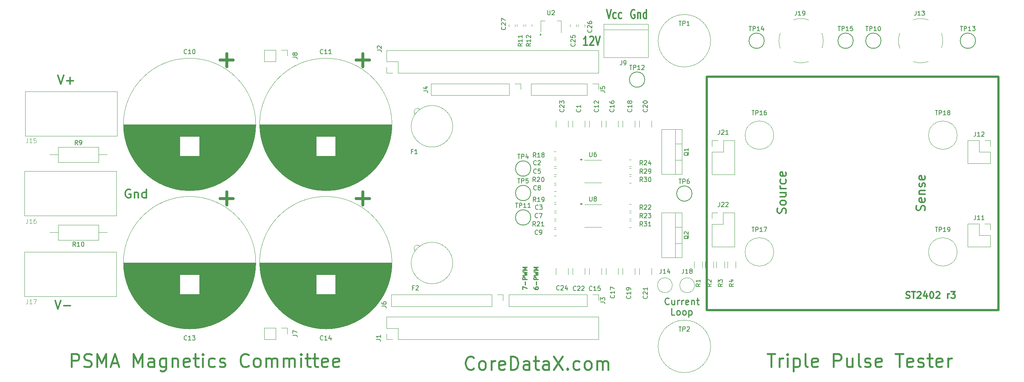
<source format=gbr>
%TF.GenerationSoftware,KiCad,Pcbnew,9.0.2*%
%TF.CreationDate,2025-08-05T09:14:22-05:00*%
%TF.ProjectId,ST2402,53543234-3032-42e6-9b69-6361645f7063,1*%
%TF.SameCoordinates,Original*%
%TF.FileFunction,Legend,Top*%
%TF.FilePolarity,Positive*%
%FSLAX46Y46*%
G04 Gerber Fmt 4.6, Leading zero omitted, Abs format (unit mm)*
G04 Created by KiCad (PCBNEW 9.0.2) date 2025-08-05 09:14:22*
%MOMM*%
%LPD*%
G01*
G04 APERTURE LIST*
%ADD10C,0.700000*%
%ADD11C,0.500000*%
%ADD12C,0.300000*%
%ADD13C,0.400000*%
%ADD14C,0.250000*%
%ADD15C,0.150000*%
%ADD16C,0.100000*%
%ADD17C,0.120000*%
G04 APERTURE END LIST*
D10*
X78095000Y-66680869D02*
X81095000Y-66680869D01*
D11*
X189230000Y-123825000D02*
X189230000Y-70485000D01*
X189230000Y-70485000D02*
X255905000Y-70485000D01*
D10*
X79595000Y-96770869D02*
X79595000Y-99770869D01*
X110710000Y-96770869D02*
X110710000Y-99770869D01*
X79595000Y-65180869D02*
X79595000Y-68180869D01*
X78095000Y-98270869D02*
X81095000Y-98270869D01*
X110710000Y-65180869D02*
X110710000Y-68180869D01*
D11*
X255905000Y-123825000D02*
X189230000Y-123825000D01*
D10*
X109210000Y-98270869D02*
X112210000Y-98270869D01*
X109210000Y-66680869D02*
X112210000Y-66680869D01*
D11*
X255905000Y-70485000D02*
X255905000Y-123825000D01*
D12*
X40392844Y-121564638D02*
X41059510Y-123564638D01*
X41059510Y-123564638D02*
X41726177Y-121564638D01*
X42392844Y-122802733D02*
X43916654Y-122802733D01*
X166395347Y-55143638D02*
X166895347Y-57143638D01*
X166895347Y-57143638D02*
X167395347Y-55143638D01*
X168538204Y-57048400D02*
X168395346Y-57143638D01*
X168395346Y-57143638D02*
X168109632Y-57143638D01*
X168109632Y-57143638D02*
X167966775Y-57048400D01*
X167966775Y-57048400D02*
X167895346Y-56953161D01*
X167895346Y-56953161D02*
X167823918Y-56762685D01*
X167823918Y-56762685D02*
X167823918Y-56191257D01*
X167823918Y-56191257D02*
X167895346Y-56000780D01*
X167895346Y-56000780D02*
X167966775Y-55905542D01*
X167966775Y-55905542D02*
X168109632Y-55810304D01*
X168109632Y-55810304D02*
X168395346Y-55810304D01*
X168395346Y-55810304D02*
X168538204Y-55905542D01*
X169823918Y-57048400D02*
X169681060Y-57143638D01*
X169681060Y-57143638D02*
X169395346Y-57143638D01*
X169395346Y-57143638D02*
X169252489Y-57048400D01*
X169252489Y-57048400D02*
X169181060Y-56953161D01*
X169181060Y-56953161D02*
X169109632Y-56762685D01*
X169109632Y-56762685D02*
X169109632Y-56191257D01*
X169109632Y-56191257D02*
X169181060Y-56000780D01*
X169181060Y-56000780D02*
X169252489Y-55905542D01*
X169252489Y-55905542D02*
X169395346Y-55810304D01*
X169395346Y-55810304D02*
X169681060Y-55810304D01*
X169681060Y-55810304D02*
X169823918Y-55905542D01*
D13*
X203113871Y-133772057D02*
X204828157Y-133772057D01*
X203971014Y-136772057D02*
X203971014Y-133772057D01*
X205828156Y-136772057D02*
X205828156Y-134772057D01*
X205828156Y-135343485D02*
X205971013Y-135057771D01*
X205971013Y-135057771D02*
X206113871Y-134914914D01*
X206113871Y-134914914D02*
X206399585Y-134772057D01*
X206399585Y-134772057D02*
X206685299Y-134772057D01*
X207685299Y-136772057D02*
X207685299Y-134772057D01*
X207685299Y-133772057D02*
X207542442Y-133914914D01*
X207542442Y-133914914D02*
X207685299Y-134057771D01*
X207685299Y-134057771D02*
X207828156Y-133914914D01*
X207828156Y-133914914D02*
X207685299Y-133772057D01*
X207685299Y-133772057D02*
X207685299Y-134057771D01*
X209113870Y-134772057D02*
X209113870Y-137772057D01*
X209113870Y-134914914D02*
X209399585Y-134772057D01*
X209399585Y-134772057D02*
X209971013Y-134772057D01*
X209971013Y-134772057D02*
X210256727Y-134914914D01*
X210256727Y-134914914D02*
X210399585Y-135057771D01*
X210399585Y-135057771D02*
X210542442Y-135343485D01*
X210542442Y-135343485D02*
X210542442Y-136200628D01*
X210542442Y-136200628D02*
X210399585Y-136486342D01*
X210399585Y-136486342D02*
X210256727Y-136629200D01*
X210256727Y-136629200D02*
X209971013Y-136772057D01*
X209971013Y-136772057D02*
X209399585Y-136772057D01*
X209399585Y-136772057D02*
X209113870Y-136629200D01*
X212256728Y-136772057D02*
X211971013Y-136629200D01*
X211971013Y-136629200D02*
X211828156Y-136343485D01*
X211828156Y-136343485D02*
X211828156Y-133772057D01*
X214542442Y-136629200D02*
X214256728Y-136772057D01*
X214256728Y-136772057D02*
X213685300Y-136772057D01*
X213685300Y-136772057D02*
X213399585Y-136629200D01*
X213399585Y-136629200D02*
X213256728Y-136343485D01*
X213256728Y-136343485D02*
X213256728Y-135200628D01*
X213256728Y-135200628D02*
X213399585Y-134914914D01*
X213399585Y-134914914D02*
X213685300Y-134772057D01*
X213685300Y-134772057D02*
X214256728Y-134772057D01*
X214256728Y-134772057D02*
X214542442Y-134914914D01*
X214542442Y-134914914D02*
X214685300Y-135200628D01*
X214685300Y-135200628D02*
X214685300Y-135486342D01*
X214685300Y-135486342D02*
X213256728Y-135772057D01*
X218256728Y-136772057D02*
X218256728Y-133772057D01*
X218256728Y-133772057D02*
X219399585Y-133772057D01*
X219399585Y-133772057D02*
X219685300Y-133914914D01*
X219685300Y-133914914D02*
X219828157Y-134057771D01*
X219828157Y-134057771D02*
X219971014Y-134343485D01*
X219971014Y-134343485D02*
X219971014Y-134772057D01*
X219971014Y-134772057D02*
X219828157Y-135057771D01*
X219828157Y-135057771D02*
X219685300Y-135200628D01*
X219685300Y-135200628D02*
X219399585Y-135343485D01*
X219399585Y-135343485D02*
X218256728Y-135343485D01*
X222542443Y-134772057D02*
X222542443Y-136772057D01*
X221256728Y-134772057D02*
X221256728Y-136343485D01*
X221256728Y-136343485D02*
X221399585Y-136629200D01*
X221399585Y-136629200D02*
X221685300Y-136772057D01*
X221685300Y-136772057D02*
X222113871Y-136772057D01*
X222113871Y-136772057D02*
X222399585Y-136629200D01*
X222399585Y-136629200D02*
X222542443Y-136486342D01*
X224399586Y-136772057D02*
X224113871Y-136629200D01*
X224113871Y-136629200D02*
X223971014Y-136343485D01*
X223971014Y-136343485D02*
X223971014Y-133772057D01*
X225399586Y-136629200D02*
X225685300Y-136772057D01*
X225685300Y-136772057D02*
X226256729Y-136772057D01*
X226256729Y-136772057D02*
X226542443Y-136629200D01*
X226542443Y-136629200D02*
X226685300Y-136343485D01*
X226685300Y-136343485D02*
X226685300Y-136200628D01*
X226685300Y-136200628D02*
X226542443Y-135914914D01*
X226542443Y-135914914D02*
X226256729Y-135772057D01*
X226256729Y-135772057D02*
X225828158Y-135772057D01*
X225828158Y-135772057D02*
X225542443Y-135629200D01*
X225542443Y-135629200D02*
X225399586Y-135343485D01*
X225399586Y-135343485D02*
X225399586Y-135200628D01*
X225399586Y-135200628D02*
X225542443Y-134914914D01*
X225542443Y-134914914D02*
X225828158Y-134772057D01*
X225828158Y-134772057D02*
X226256729Y-134772057D01*
X226256729Y-134772057D02*
X226542443Y-134914914D01*
X229113871Y-136629200D02*
X228828157Y-136772057D01*
X228828157Y-136772057D02*
X228256729Y-136772057D01*
X228256729Y-136772057D02*
X227971014Y-136629200D01*
X227971014Y-136629200D02*
X227828157Y-136343485D01*
X227828157Y-136343485D02*
X227828157Y-135200628D01*
X227828157Y-135200628D02*
X227971014Y-134914914D01*
X227971014Y-134914914D02*
X228256729Y-134772057D01*
X228256729Y-134772057D02*
X228828157Y-134772057D01*
X228828157Y-134772057D02*
X229113871Y-134914914D01*
X229113871Y-134914914D02*
X229256729Y-135200628D01*
X229256729Y-135200628D02*
X229256729Y-135486342D01*
X229256729Y-135486342D02*
X227828157Y-135772057D01*
X232399586Y-133772057D02*
X234113872Y-133772057D01*
X233256729Y-136772057D02*
X233256729Y-133772057D01*
X236256728Y-136629200D02*
X235971014Y-136772057D01*
X235971014Y-136772057D02*
X235399586Y-136772057D01*
X235399586Y-136772057D02*
X235113871Y-136629200D01*
X235113871Y-136629200D02*
X234971014Y-136343485D01*
X234971014Y-136343485D02*
X234971014Y-135200628D01*
X234971014Y-135200628D02*
X235113871Y-134914914D01*
X235113871Y-134914914D02*
X235399586Y-134772057D01*
X235399586Y-134772057D02*
X235971014Y-134772057D01*
X235971014Y-134772057D02*
X236256728Y-134914914D01*
X236256728Y-134914914D02*
X236399586Y-135200628D01*
X236399586Y-135200628D02*
X236399586Y-135486342D01*
X236399586Y-135486342D02*
X234971014Y-135772057D01*
X237542443Y-136629200D02*
X237828157Y-136772057D01*
X237828157Y-136772057D02*
X238399586Y-136772057D01*
X238399586Y-136772057D02*
X238685300Y-136629200D01*
X238685300Y-136629200D02*
X238828157Y-136343485D01*
X238828157Y-136343485D02*
X238828157Y-136200628D01*
X238828157Y-136200628D02*
X238685300Y-135914914D01*
X238685300Y-135914914D02*
X238399586Y-135772057D01*
X238399586Y-135772057D02*
X237971015Y-135772057D01*
X237971015Y-135772057D02*
X237685300Y-135629200D01*
X237685300Y-135629200D02*
X237542443Y-135343485D01*
X237542443Y-135343485D02*
X237542443Y-135200628D01*
X237542443Y-135200628D02*
X237685300Y-134914914D01*
X237685300Y-134914914D02*
X237971015Y-134772057D01*
X237971015Y-134772057D02*
X238399586Y-134772057D01*
X238399586Y-134772057D02*
X238685300Y-134914914D01*
X239685300Y-134772057D02*
X240828157Y-134772057D01*
X240113871Y-133772057D02*
X240113871Y-136343485D01*
X240113871Y-136343485D02*
X240256728Y-136629200D01*
X240256728Y-136629200D02*
X240542443Y-136772057D01*
X240542443Y-136772057D02*
X240828157Y-136772057D01*
X242971014Y-136629200D02*
X242685300Y-136772057D01*
X242685300Y-136772057D02*
X242113872Y-136772057D01*
X242113872Y-136772057D02*
X241828157Y-136629200D01*
X241828157Y-136629200D02*
X241685300Y-136343485D01*
X241685300Y-136343485D02*
X241685300Y-135200628D01*
X241685300Y-135200628D02*
X241828157Y-134914914D01*
X241828157Y-134914914D02*
X242113872Y-134772057D01*
X242113872Y-134772057D02*
X242685300Y-134772057D01*
X242685300Y-134772057D02*
X242971014Y-134914914D01*
X242971014Y-134914914D02*
X243113872Y-135200628D01*
X243113872Y-135200628D02*
X243113872Y-135486342D01*
X243113872Y-135486342D02*
X241685300Y-135772057D01*
X244399586Y-136772057D02*
X244399586Y-134772057D01*
X244399586Y-135343485D02*
X244542443Y-135057771D01*
X244542443Y-135057771D02*
X244685301Y-134914914D01*
X244685301Y-134914914D02*
X244971015Y-134772057D01*
X244971015Y-134772057D02*
X245256729Y-134772057D01*
D12*
X234798082Y-121014400D02*
X235012368Y-121085828D01*
X235012368Y-121085828D02*
X235369510Y-121085828D01*
X235369510Y-121085828D02*
X235512368Y-121014400D01*
X235512368Y-121014400D02*
X235583796Y-120942971D01*
X235583796Y-120942971D02*
X235655225Y-120800114D01*
X235655225Y-120800114D02*
X235655225Y-120657257D01*
X235655225Y-120657257D02*
X235583796Y-120514400D01*
X235583796Y-120514400D02*
X235512368Y-120442971D01*
X235512368Y-120442971D02*
X235369510Y-120371542D01*
X235369510Y-120371542D02*
X235083796Y-120300114D01*
X235083796Y-120300114D02*
X234940939Y-120228685D01*
X234940939Y-120228685D02*
X234869510Y-120157257D01*
X234869510Y-120157257D02*
X234798082Y-120014400D01*
X234798082Y-120014400D02*
X234798082Y-119871542D01*
X234798082Y-119871542D02*
X234869510Y-119728685D01*
X234869510Y-119728685D02*
X234940939Y-119657257D01*
X234940939Y-119657257D02*
X235083796Y-119585828D01*
X235083796Y-119585828D02*
X235440939Y-119585828D01*
X235440939Y-119585828D02*
X235655225Y-119657257D01*
X236083796Y-119585828D02*
X236940939Y-119585828D01*
X236512367Y-121085828D02*
X236512367Y-119585828D01*
X237369510Y-119728685D02*
X237440938Y-119657257D01*
X237440938Y-119657257D02*
X237583796Y-119585828D01*
X237583796Y-119585828D02*
X237940938Y-119585828D01*
X237940938Y-119585828D02*
X238083796Y-119657257D01*
X238083796Y-119657257D02*
X238155224Y-119728685D01*
X238155224Y-119728685D02*
X238226653Y-119871542D01*
X238226653Y-119871542D02*
X238226653Y-120014400D01*
X238226653Y-120014400D02*
X238155224Y-120228685D01*
X238155224Y-120228685D02*
X237298081Y-121085828D01*
X237298081Y-121085828D02*
X238226653Y-121085828D01*
X239512367Y-120085828D02*
X239512367Y-121085828D01*
X239155224Y-119514400D02*
X238798081Y-120585828D01*
X238798081Y-120585828D02*
X239726652Y-120585828D01*
X240583795Y-119585828D02*
X240726652Y-119585828D01*
X240726652Y-119585828D02*
X240869509Y-119657257D01*
X240869509Y-119657257D02*
X240940938Y-119728685D01*
X240940938Y-119728685D02*
X241012366Y-119871542D01*
X241012366Y-119871542D02*
X241083795Y-120157257D01*
X241083795Y-120157257D02*
X241083795Y-120514400D01*
X241083795Y-120514400D02*
X241012366Y-120800114D01*
X241012366Y-120800114D02*
X240940938Y-120942971D01*
X240940938Y-120942971D02*
X240869509Y-121014400D01*
X240869509Y-121014400D02*
X240726652Y-121085828D01*
X240726652Y-121085828D02*
X240583795Y-121085828D01*
X240583795Y-121085828D02*
X240440938Y-121014400D01*
X240440938Y-121014400D02*
X240369509Y-120942971D01*
X240369509Y-120942971D02*
X240298080Y-120800114D01*
X240298080Y-120800114D02*
X240226652Y-120514400D01*
X240226652Y-120514400D02*
X240226652Y-120157257D01*
X240226652Y-120157257D02*
X240298080Y-119871542D01*
X240298080Y-119871542D02*
X240369509Y-119728685D01*
X240369509Y-119728685D02*
X240440938Y-119657257D01*
X240440938Y-119657257D02*
X240583795Y-119585828D01*
X241655223Y-119728685D02*
X241726651Y-119657257D01*
X241726651Y-119657257D02*
X241869509Y-119585828D01*
X241869509Y-119585828D02*
X242226651Y-119585828D01*
X242226651Y-119585828D02*
X242369509Y-119657257D01*
X242369509Y-119657257D02*
X242440937Y-119728685D01*
X242440937Y-119728685D02*
X242512366Y-119871542D01*
X242512366Y-119871542D02*
X242512366Y-120014400D01*
X242512366Y-120014400D02*
X242440937Y-120228685D01*
X242440937Y-120228685D02*
X241583794Y-121085828D01*
X241583794Y-121085828D02*
X242512366Y-121085828D01*
X244298079Y-121085828D02*
X244298079Y-120085828D01*
X244298079Y-120371542D02*
X244369508Y-120228685D01*
X244369508Y-120228685D02*
X244440937Y-120157257D01*
X244440937Y-120157257D02*
X244583794Y-120085828D01*
X244583794Y-120085828D02*
X244726651Y-120085828D01*
X245083793Y-119585828D02*
X246012365Y-119585828D01*
X246012365Y-119585828D02*
X245512365Y-120157257D01*
X245512365Y-120157257D02*
X245726650Y-120157257D01*
X245726650Y-120157257D02*
X245869508Y-120228685D01*
X245869508Y-120228685D02*
X245940936Y-120300114D01*
X245940936Y-120300114D02*
X246012365Y-120442971D01*
X246012365Y-120442971D02*
X246012365Y-120800114D01*
X246012365Y-120800114D02*
X245940936Y-120942971D01*
X245940936Y-120942971D02*
X245869508Y-121014400D01*
X245869508Y-121014400D02*
X245726650Y-121085828D01*
X245726650Y-121085828D02*
X245298079Y-121085828D01*
X245298079Y-121085828D02*
X245155222Y-121014400D01*
X245155222Y-121014400D02*
X245083793Y-120942971D01*
D13*
X136041728Y-137121342D02*
X135898871Y-137264200D01*
X135898871Y-137264200D02*
X135470299Y-137407057D01*
X135470299Y-137407057D02*
X135184585Y-137407057D01*
X135184585Y-137407057D02*
X134756014Y-137264200D01*
X134756014Y-137264200D02*
X134470299Y-136978485D01*
X134470299Y-136978485D02*
X134327442Y-136692771D01*
X134327442Y-136692771D02*
X134184585Y-136121342D01*
X134184585Y-136121342D02*
X134184585Y-135692771D01*
X134184585Y-135692771D02*
X134327442Y-135121342D01*
X134327442Y-135121342D02*
X134470299Y-134835628D01*
X134470299Y-134835628D02*
X134756014Y-134549914D01*
X134756014Y-134549914D02*
X135184585Y-134407057D01*
X135184585Y-134407057D02*
X135470299Y-134407057D01*
X135470299Y-134407057D02*
X135898871Y-134549914D01*
X135898871Y-134549914D02*
X136041728Y-134692771D01*
X137756014Y-137407057D02*
X137470299Y-137264200D01*
X137470299Y-137264200D02*
X137327442Y-137121342D01*
X137327442Y-137121342D02*
X137184585Y-136835628D01*
X137184585Y-136835628D02*
X137184585Y-135978485D01*
X137184585Y-135978485D02*
X137327442Y-135692771D01*
X137327442Y-135692771D02*
X137470299Y-135549914D01*
X137470299Y-135549914D02*
X137756014Y-135407057D01*
X137756014Y-135407057D02*
X138184585Y-135407057D01*
X138184585Y-135407057D02*
X138470299Y-135549914D01*
X138470299Y-135549914D02*
X138613157Y-135692771D01*
X138613157Y-135692771D02*
X138756014Y-135978485D01*
X138756014Y-135978485D02*
X138756014Y-136835628D01*
X138756014Y-136835628D02*
X138613157Y-137121342D01*
X138613157Y-137121342D02*
X138470299Y-137264200D01*
X138470299Y-137264200D02*
X138184585Y-137407057D01*
X138184585Y-137407057D02*
X137756014Y-137407057D01*
X140041728Y-137407057D02*
X140041728Y-135407057D01*
X140041728Y-135978485D02*
X140184585Y-135692771D01*
X140184585Y-135692771D02*
X140327443Y-135549914D01*
X140327443Y-135549914D02*
X140613157Y-135407057D01*
X140613157Y-135407057D02*
X140898871Y-135407057D01*
X143041728Y-137264200D02*
X142756014Y-137407057D01*
X142756014Y-137407057D02*
X142184586Y-137407057D01*
X142184586Y-137407057D02*
X141898871Y-137264200D01*
X141898871Y-137264200D02*
X141756014Y-136978485D01*
X141756014Y-136978485D02*
X141756014Y-135835628D01*
X141756014Y-135835628D02*
X141898871Y-135549914D01*
X141898871Y-135549914D02*
X142184586Y-135407057D01*
X142184586Y-135407057D02*
X142756014Y-135407057D01*
X142756014Y-135407057D02*
X143041728Y-135549914D01*
X143041728Y-135549914D02*
X143184586Y-135835628D01*
X143184586Y-135835628D02*
X143184586Y-136121342D01*
X143184586Y-136121342D02*
X141756014Y-136407057D01*
X144470300Y-137407057D02*
X144470300Y-134407057D01*
X144470300Y-134407057D02*
X145184586Y-134407057D01*
X145184586Y-134407057D02*
X145613157Y-134549914D01*
X145613157Y-134549914D02*
X145898872Y-134835628D01*
X145898872Y-134835628D02*
X146041729Y-135121342D01*
X146041729Y-135121342D02*
X146184586Y-135692771D01*
X146184586Y-135692771D02*
X146184586Y-136121342D01*
X146184586Y-136121342D02*
X146041729Y-136692771D01*
X146041729Y-136692771D02*
X145898872Y-136978485D01*
X145898872Y-136978485D02*
X145613157Y-137264200D01*
X145613157Y-137264200D02*
X145184586Y-137407057D01*
X145184586Y-137407057D02*
X144470300Y-137407057D01*
X148756015Y-137407057D02*
X148756015Y-135835628D01*
X148756015Y-135835628D02*
X148613157Y-135549914D01*
X148613157Y-135549914D02*
X148327443Y-135407057D01*
X148327443Y-135407057D02*
X147756015Y-135407057D01*
X147756015Y-135407057D02*
X147470300Y-135549914D01*
X148756015Y-137264200D02*
X148470300Y-137407057D01*
X148470300Y-137407057D02*
X147756015Y-137407057D01*
X147756015Y-137407057D02*
X147470300Y-137264200D01*
X147470300Y-137264200D02*
X147327443Y-136978485D01*
X147327443Y-136978485D02*
X147327443Y-136692771D01*
X147327443Y-136692771D02*
X147470300Y-136407057D01*
X147470300Y-136407057D02*
X147756015Y-136264200D01*
X147756015Y-136264200D02*
X148470300Y-136264200D01*
X148470300Y-136264200D02*
X148756015Y-136121342D01*
X149756015Y-135407057D02*
X150898872Y-135407057D01*
X150184586Y-134407057D02*
X150184586Y-136978485D01*
X150184586Y-136978485D02*
X150327443Y-137264200D01*
X150327443Y-137264200D02*
X150613158Y-137407057D01*
X150613158Y-137407057D02*
X150898872Y-137407057D01*
X153184587Y-137407057D02*
X153184587Y-135835628D01*
X153184587Y-135835628D02*
X153041729Y-135549914D01*
X153041729Y-135549914D02*
X152756015Y-135407057D01*
X152756015Y-135407057D02*
X152184587Y-135407057D01*
X152184587Y-135407057D02*
X151898872Y-135549914D01*
X153184587Y-137264200D02*
X152898872Y-137407057D01*
X152898872Y-137407057D02*
X152184587Y-137407057D01*
X152184587Y-137407057D02*
X151898872Y-137264200D01*
X151898872Y-137264200D02*
X151756015Y-136978485D01*
X151756015Y-136978485D02*
X151756015Y-136692771D01*
X151756015Y-136692771D02*
X151898872Y-136407057D01*
X151898872Y-136407057D02*
X152184587Y-136264200D01*
X152184587Y-136264200D02*
X152898872Y-136264200D01*
X152898872Y-136264200D02*
X153184587Y-136121342D01*
X154327444Y-134407057D02*
X156327444Y-137407057D01*
X156327444Y-134407057D02*
X154327444Y-137407057D01*
X157470301Y-137121342D02*
X157613158Y-137264200D01*
X157613158Y-137264200D02*
X157470301Y-137407057D01*
X157470301Y-137407057D02*
X157327444Y-137264200D01*
X157327444Y-137264200D02*
X157470301Y-137121342D01*
X157470301Y-137121342D02*
X157470301Y-137407057D01*
X160184587Y-137264200D02*
X159898872Y-137407057D01*
X159898872Y-137407057D02*
X159327444Y-137407057D01*
X159327444Y-137407057D02*
X159041729Y-137264200D01*
X159041729Y-137264200D02*
X158898872Y-137121342D01*
X158898872Y-137121342D02*
X158756015Y-136835628D01*
X158756015Y-136835628D02*
X158756015Y-135978485D01*
X158756015Y-135978485D02*
X158898872Y-135692771D01*
X158898872Y-135692771D02*
X159041729Y-135549914D01*
X159041729Y-135549914D02*
X159327444Y-135407057D01*
X159327444Y-135407057D02*
X159898872Y-135407057D01*
X159898872Y-135407057D02*
X160184587Y-135549914D01*
X161898873Y-137407057D02*
X161613158Y-137264200D01*
X161613158Y-137264200D02*
X161470301Y-137121342D01*
X161470301Y-137121342D02*
X161327444Y-136835628D01*
X161327444Y-136835628D02*
X161327444Y-135978485D01*
X161327444Y-135978485D02*
X161470301Y-135692771D01*
X161470301Y-135692771D02*
X161613158Y-135549914D01*
X161613158Y-135549914D02*
X161898873Y-135407057D01*
X161898873Y-135407057D02*
X162327444Y-135407057D01*
X162327444Y-135407057D02*
X162613158Y-135549914D01*
X162613158Y-135549914D02*
X162756016Y-135692771D01*
X162756016Y-135692771D02*
X162898873Y-135978485D01*
X162898873Y-135978485D02*
X162898873Y-136835628D01*
X162898873Y-136835628D02*
X162756016Y-137121342D01*
X162756016Y-137121342D02*
X162613158Y-137264200D01*
X162613158Y-137264200D02*
X162327444Y-137407057D01*
X162327444Y-137407057D02*
X161898873Y-137407057D01*
X164184587Y-137407057D02*
X164184587Y-135407057D01*
X164184587Y-135692771D02*
X164327444Y-135549914D01*
X164327444Y-135549914D02*
X164613159Y-135407057D01*
X164613159Y-135407057D02*
X165041730Y-135407057D01*
X165041730Y-135407057D02*
X165327444Y-135549914D01*
X165327444Y-135549914D02*
X165470302Y-135835628D01*
X165470302Y-135835628D02*
X165470302Y-137407057D01*
X165470302Y-135835628D02*
X165613159Y-135549914D01*
X165613159Y-135549914D02*
X165898873Y-135407057D01*
X165898873Y-135407057D02*
X166327444Y-135407057D01*
X166327444Y-135407057D02*
X166613159Y-135549914D01*
X166613159Y-135549914D02*
X166756016Y-135835628D01*
X166756016Y-135835628D02*
X166756016Y-137407057D01*
X44157442Y-136772057D02*
X44157442Y-133772057D01*
X44157442Y-133772057D02*
X45300299Y-133772057D01*
X45300299Y-133772057D02*
X45586014Y-133914914D01*
X45586014Y-133914914D02*
X45728871Y-134057771D01*
X45728871Y-134057771D02*
X45871728Y-134343485D01*
X45871728Y-134343485D02*
X45871728Y-134772057D01*
X45871728Y-134772057D02*
X45728871Y-135057771D01*
X45728871Y-135057771D02*
X45586014Y-135200628D01*
X45586014Y-135200628D02*
X45300299Y-135343485D01*
X45300299Y-135343485D02*
X44157442Y-135343485D01*
X47014585Y-136629200D02*
X47443157Y-136772057D01*
X47443157Y-136772057D02*
X48157442Y-136772057D01*
X48157442Y-136772057D02*
X48443157Y-136629200D01*
X48443157Y-136629200D02*
X48586014Y-136486342D01*
X48586014Y-136486342D02*
X48728871Y-136200628D01*
X48728871Y-136200628D02*
X48728871Y-135914914D01*
X48728871Y-135914914D02*
X48586014Y-135629200D01*
X48586014Y-135629200D02*
X48443157Y-135486342D01*
X48443157Y-135486342D02*
X48157442Y-135343485D01*
X48157442Y-135343485D02*
X47586014Y-135200628D01*
X47586014Y-135200628D02*
X47300299Y-135057771D01*
X47300299Y-135057771D02*
X47157442Y-134914914D01*
X47157442Y-134914914D02*
X47014585Y-134629200D01*
X47014585Y-134629200D02*
X47014585Y-134343485D01*
X47014585Y-134343485D02*
X47157442Y-134057771D01*
X47157442Y-134057771D02*
X47300299Y-133914914D01*
X47300299Y-133914914D02*
X47586014Y-133772057D01*
X47586014Y-133772057D02*
X48300299Y-133772057D01*
X48300299Y-133772057D02*
X48728871Y-133914914D01*
X50014585Y-136772057D02*
X50014585Y-133772057D01*
X50014585Y-133772057D02*
X51014585Y-135914914D01*
X51014585Y-135914914D02*
X52014585Y-133772057D01*
X52014585Y-133772057D02*
X52014585Y-136772057D01*
X53300299Y-135914914D02*
X54728871Y-135914914D01*
X53014585Y-136772057D02*
X54014585Y-133772057D01*
X54014585Y-133772057D02*
X55014585Y-136772057D01*
X58300299Y-136772057D02*
X58300299Y-133772057D01*
X58300299Y-133772057D02*
X59300299Y-135914914D01*
X59300299Y-135914914D02*
X60300299Y-133772057D01*
X60300299Y-133772057D02*
X60300299Y-136772057D01*
X63014585Y-136772057D02*
X63014585Y-135200628D01*
X63014585Y-135200628D02*
X62871727Y-134914914D01*
X62871727Y-134914914D02*
X62586013Y-134772057D01*
X62586013Y-134772057D02*
X62014585Y-134772057D01*
X62014585Y-134772057D02*
X61728870Y-134914914D01*
X63014585Y-136629200D02*
X62728870Y-136772057D01*
X62728870Y-136772057D02*
X62014585Y-136772057D01*
X62014585Y-136772057D02*
X61728870Y-136629200D01*
X61728870Y-136629200D02*
X61586013Y-136343485D01*
X61586013Y-136343485D02*
X61586013Y-136057771D01*
X61586013Y-136057771D02*
X61728870Y-135772057D01*
X61728870Y-135772057D02*
X62014585Y-135629200D01*
X62014585Y-135629200D02*
X62728870Y-135629200D01*
X62728870Y-135629200D02*
X63014585Y-135486342D01*
X65728871Y-134772057D02*
X65728871Y-137200628D01*
X65728871Y-137200628D02*
X65586013Y-137486342D01*
X65586013Y-137486342D02*
X65443156Y-137629200D01*
X65443156Y-137629200D02*
X65157442Y-137772057D01*
X65157442Y-137772057D02*
X64728871Y-137772057D01*
X64728871Y-137772057D02*
X64443156Y-137629200D01*
X65728871Y-136629200D02*
X65443156Y-136772057D01*
X65443156Y-136772057D02*
X64871728Y-136772057D01*
X64871728Y-136772057D02*
X64586013Y-136629200D01*
X64586013Y-136629200D02*
X64443156Y-136486342D01*
X64443156Y-136486342D02*
X64300299Y-136200628D01*
X64300299Y-136200628D02*
X64300299Y-135343485D01*
X64300299Y-135343485D02*
X64443156Y-135057771D01*
X64443156Y-135057771D02*
X64586013Y-134914914D01*
X64586013Y-134914914D02*
X64871728Y-134772057D01*
X64871728Y-134772057D02*
X65443156Y-134772057D01*
X65443156Y-134772057D02*
X65728871Y-134914914D01*
X67157442Y-134772057D02*
X67157442Y-136772057D01*
X67157442Y-135057771D02*
X67300299Y-134914914D01*
X67300299Y-134914914D02*
X67586014Y-134772057D01*
X67586014Y-134772057D02*
X68014585Y-134772057D01*
X68014585Y-134772057D02*
X68300299Y-134914914D01*
X68300299Y-134914914D02*
X68443157Y-135200628D01*
X68443157Y-135200628D02*
X68443157Y-136772057D01*
X71014585Y-136629200D02*
X70728871Y-136772057D01*
X70728871Y-136772057D02*
X70157443Y-136772057D01*
X70157443Y-136772057D02*
X69871728Y-136629200D01*
X69871728Y-136629200D02*
X69728871Y-136343485D01*
X69728871Y-136343485D02*
X69728871Y-135200628D01*
X69728871Y-135200628D02*
X69871728Y-134914914D01*
X69871728Y-134914914D02*
X70157443Y-134772057D01*
X70157443Y-134772057D02*
X70728871Y-134772057D01*
X70728871Y-134772057D02*
X71014585Y-134914914D01*
X71014585Y-134914914D02*
X71157443Y-135200628D01*
X71157443Y-135200628D02*
X71157443Y-135486342D01*
X71157443Y-135486342D02*
X69728871Y-135772057D01*
X72014586Y-134772057D02*
X73157443Y-134772057D01*
X72443157Y-133772057D02*
X72443157Y-136343485D01*
X72443157Y-136343485D02*
X72586014Y-136629200D01*
X72586014Y-136629200D02*
X72871729Y-136772057D01*
X72871729Y-136772057D02*
X73157443Y-136772057D01*
X74157443Y-136772057D02*
X74157443Y-134772057D01*
X74157443Y-133772057D02*
X74014586Y-133914914D01*
X74014586Y-133914914D02*
X74157443Y-134057771D01*
X74157443Y-134057771D02*
X74300300Y-133914914D01*
X74300300Y-133914914D02*
X74157443Y-133772057D01*
X74157443Y-133772057D02*
X74157443Y-134057771D01*
X76871729Y-136629200D02*
X76586014Y-136772057D01*
X76586014Y-136772057D02*
X76014586Y-136772057D01*
X76014586Y-136772057D02*
X75728871Y-136629200D01*
X75728871Y-136629200D02*
X75586014Y-136486342D01*
X75586014Y-136486342D02*
X75443157Y-136200628D01*
X75443157Y-136200628D02*
X75443157Y-135343485D01*
X75443157Y-135343485D02*
X75586014Y-135057771D01*
X75586014Y-135057771D02*
X75728871Y-134914914D01*
X75728871Y-134914914D02*
X76014586Y-134772057D01*
X76014586Y-134772057D02*
X76586014Y-134772057D01*
X76586014Y-134772057D02*
X76871729Y-134914914D01*
X78014586Y-136629200D02*
X78300300Y-136772057D01*
X78300300Y-136772057D02*
X78871729Y-136772057D01*
X78871729Y-136772057D02*
X79157443Y-136629200D01*
X79157443Y-136629200D02*
X79300300Y-136343485D01*
X79300300Y-136343485D02*
X79300300Y-136200628D01*
X79300300Y-136200628D02*
X79157443Y-135914914D01*
X79157443Y-135914914D02*
X78871729Y-135772057D01*
X78871729Y-135772057D02*
X78443158Y-135772057D01*
X78443158Y-135772057D02*
X78157443Y-135629200D01*
X78157443Y-135629200D02*
X78014586Y-135343485D01*
X78014586Y-135343485D02*
X78014586Y-135200628D01*
X78014586Y-135200628D02*
X78157443Y-134914914D01*
X78157443Y-134914914D02*
X78443158Y-134772057D01*
X78443158Y-134772057D02*
X78871729Y-134772057D01*
X78871729Y-134772057D02*
X79157443Y-134914914D01*
X84586014Y-136486342D02*
X84443157Y-136629200D01*
X84443157Y-136629200D02*
X84014585Y-136772057D01*
X84014585Y-136772057D02*
X83728871Y-136772057D01*
X83728871Y-136772057D02*
X83300300Y-136629200D01*
X83300300Y-136629200D02*
X83014585Y-136343485D01*
X83014585Y-136343485D02*
X82871728Y-136057771D01*
X82871728Y-136057771D02*
X82728871Y-135486342D01*
X82728871Y-135486342D02*
X82728871Y-135057771D01*
X82728871Y-135057771D02*
X82871728Y-134486342D01*
X82871728Y-134486342D02*
X83014585Y-134200628D01*
X83014585Y-134200628D02*
X83300300Y-133914914D01*
X83300300Y-133914914D02*
X83728871Y-133772057D01*
X83728871Y-133772057D02*
X84014585Y-133772057D01*
X84014585Y-133772057D02*
X84443157Y-133914914D01*
X84443157Y-133914914D02*
X84586014Y-134057771D01*
X86300300Y-136772057D02*
X86014585Y-136629200D01*
X86014585Y-136629200D02*
X85871728Y-136486342D01*
X85871728Y-136486342D02*
X85728871Y-136200628D01*
X85728871Y-136200628D02*
X85728871Y-135343485D01*
X85728871Y-135343485D02*
X85871728Y-135057771D01*
X85871728Y-135057771D02*
X86014585Y-134914914D01*
X86014585Y-134914914D02*
X86300300Y-134772057D01*
X86300300Y-134772057D02*
X86728871Y-134772057D01*
X86728871Y-134772057D02*
X87014585Y-134914914D01*
X87014585Y-134914914D02*
X87157443Y-135057771D01*
X87157443Y-135057771D02*
X87300300Y-135343485D01*
X87300300Y-135343485D02*
X87300300Y-136200628D01*
X87300300Y-136200628D02*
X87157443Y-136486342D01*
X87157443Y-136486342D02*
X87014585Y-136629200D01*
X87014585Y-136629200D02*
X86728871Y-136772057D01*
X86728871Y-136772057D02*
X86300300Y-136772057D01*
X88586014Y-136772057D02*
X88586014Y-134772057D01*
X88586014Y-135057771D02*
X88728871Y-134914914D01*
X88728871Y-134914914D02*
X89014586Y-134772057D01*
X89014586Y-134772057D02*
X89443157Y-134772057D01*
X89443157Y-134772057D02*
X89728871Y-134914914D01*
X89728871Y-134914914D02*
X89871729Y-135200628D01*
X89871729Y-135200628D02*
X89871729Y-136772057D01*
X89871729Y-135200628D02*
X90014586Y-134914914D01*
X90014586Y-134914914D02*
X90300300Y-134772057D01*
X90300300Y-134772057D02*
X90728871Y-134772057D01*
X90728871Y-134772057D02*
X91014586Y-134914914D01*
X91014586Y-134914914D02*
X91157443Y-135200628D01*
X91157443Y-135200628D02*
X91157443Y-136772057D01*
X92586014Y-136772057D02*
X92586014Y-134772057D01*
X92586014Y-135057771D02*
X92728871Y-134914914D01*
X92728871Y-134914914D02*
X93014586Y-134772057D01*
X93014586Y-134772057D02*
X93443157Y-134772057D01*
X93443157Y-134772057D02*
X93728871Y-134914914D01*
X93728871Y-134914914D02*
X93871729Y-135200628D01*
X93871729Y-135200628D02*
X93871729Y-136772057D01*
X93871729Y-135200628D02*
X94014586Y-134914914D01*
X94014586Y-134914914D02*
X94300300Y-134772057D01*
X94300300Y-134772057D02*
X94728871Y-134772057D01*
X94728871Y-134772057D02*
X95014586Y-134914914D01*
X95014586Y-134914914D02*
X95157443Y-135200628D01*
X95157443Y-135200628D02*
X95157443Y-136772057D01*
X96586014Y-136772057D02*
X96586014Y-134772057D01*
X96586014Y-133772057D02*
X96443157Y-133914914D01*
X96443157Y-133914914D02*
X96586014Y-134057771D01*
X96586014Y-134057771D02*
X96728871Y-133914914D01*
X96728871Y-133914914D02*
X96586014Y-133772057D01*
X96586014Y-133772057D02*
X96586014Y-134057771D01*
X97586014Y-134772057D02*
X98728871Y-134772057D01*
X98014585Y-133772057D02*
X98014585Y-136343485D01*
X98014585Y-136343485D02*
X98157442Y-136629200D01*
X98157442Y-136629200D02*
X98443157Y-136772057D01*
X98443157Y-136772057D02*
X98728871Y-136772057D01*
X99300300Y-134772057D02*
X100443157Y-134772057D01*
X99728871Y-133772057D02*
X99728871Y-136343485D01*
X99728871Y-136343485D02*
X99871728Y-136629200D01*
X99871728Y-136629200D02*
X100157443Y-136772057D01*
X100157443Y-136772057D02*
X100443157Y-136772057D01*
X102586014Y-136629200D02*
X102300300Y-136772057D01*
X102300300Y-136772057D02*
X101728872Y-136772057D01*
X101728872Y-136772057D02*
X101443157Y-136629200D01*
X101443157Y-136629200D02*
X101300300Y-136343485D01*
X101300300Y-136343485D02*
X101300300Y-135200628D01*
X101300300Y-135200628D02*
X101443157Y-134914914D01*
X101443157Y-134914914D02*
X101728872Y-134772057D01*
X101728872Y-134772057D02*
X102300300Y-134772057D01*
X102300300Y-134772057D02*
X102586014Y-134914914D01*
X102586014Y-134914914D02*
X102728872Y-135200628D01*
X102728872Y-135200628D02*
X102728872Y-135486342D01*
X102728872Y-135486342D02*
X101300300Y-135772057D01*
X105157443Y-136629200D02*
X104871729Y-136772057D01*
X104871729Y-136772057D02*
X104300301Y-136772057D01*
X104300301Y-136772057D02*
X104014586Y-136629200D01*
X104014586Y-136629200D02*
X103871729Y-136343485D01*
X103871729Y-136343485D02*
X103871729Y-135200628D01*
X103871729Y-135200628D02*
X104014586Y-134914914D01*
X104014586Y-134914914D02*
X104300301Y-134772057D01*
X104300301Y-134772057D02*
X104871729Y-134772057D01*
X104871729Y-134772057D02*
X105157443Y-134914914D01*
X105157443Y-134914914D02*
X105300301Y-135200628D01*
X105300301Y-135200628D02*
X105300301Y-135486342D01*
X105300301Y-135486342D02*
X103871729Y-135772057D01*
D12*
X239039400Y-101021679D02*
X239134638Y-100735965D01*
X239134638Y-100735965D02*
X239134638Y-100259774D01*
X239134638Y-100259774D02*
X239039400Y-100069298D01*
X239039400Y-100069298D02*
X238944161Y-99974060D01*
X238944161Y-99974060D02*
X238753685Y-99878822D01*
X238753685Y-99878822D02*
X238563209Y-99878822D01*
X238563209Y-99878822D02*
X238372733Y-99974060D01*
X238372733Y-99974060D02*
X238277495Y-100069298D01*
X238277495Y-100069298D02*
X238182257Y-100259774D01*
X238182257Y-100259774D02*
X238087019Y-100640727D01*
X238087019Y-100640727D02*
X237991780Y-100831203D01*
X237991780Y-100831203D02*
X237896542Y-100926441D01*
X237896542Y-100926441D02*
X237706066Y-101021679D01*
X237706066Y-101021679D02*
X237515590Y-101021679D01*
X237515590Y-101021679D02*
X237325114Y-100926441D01*
X237325114Y-100926441D02*
X237229876Y-100831203D01*
X237229876Y-100831203D02*
X237134638Y-100640727D01*
X237134638Y-100640727D02*
X237134638Y-100164536D01*
X237134638Y-100164536D02*
X237229876Y-99878822D01*
X239039400Y-98259774D02*
X239134638Y-98450250D01*
X239134638Y-98450250D02*
X239134638Y-98831203D01*
X239134638Y-98831203D02*
X239039400Y-99021679D01*
X239039400Y-99021679D02*
X238848923Y-99116917D01*
X238848923Y-99116917D02*
X238087019Y-99116917D01*
X238087019Y-99116917D02*
X237896542Y-99021679D01*
X237896542Y-99021679D02*
X237801304Y-98831203D01*
X237801304Y-98831203D02*
X237801304Y-98450250D01*
X237801304Y-98450250D02*
X237896542Y-98259774D01*
X237896542Y-98259774D02*
X238087019Y-98164536D01*
X238087019Y-98164536D02*
X238277495Y-98164536D01*
X238277495Y-98164536D02*
X238467971Y-99116917D01*
X237801304Y-97307393D02*
X239134638Y-97307393D01*
X237991780Y-97307393D02*
X237896542Y-97212155D01*
X237896542Y-97212155D02*
X237801304Y-97021679D01*
X237801304Y-97021679D02*
X237801304Y-96735964D01*
X237801304Y-96735964D02*
X237896542Y-96545488D01*
X237896542Y-96545488D02*
X238087019Y-96450250D01*
X238087019Y-96450250D02*
X239134638Y-96450250D01*
X239039400Y-95593107D02*
X239134638Y-95402631D01*
X239134638Y-95402631D02*
X239134638Y-95021679D01*
X239134638Y-95021679D02*
X239039400Y-94831202D01*
X239039400Y-94831202D02*
X238848923Y-94735964D01*
X238848923Y-94735964D02*
X238753685Y-94735964D01*
X238753685Y-94735964D02*
X238563209Y-94831202D01*
X238563209Y-94831202D02*
X238467971Y-95021679D01*
X238467971Y-95021679D02*
X238467971Y-95307393D01*
X238467971Y-95307393D02*
X238372733Y-95497869D01*
X238372733Y-95497869D02*
X238182257Y-95593107D01*
X238182257Y-95593107D02*
X238087019Y-95593107D01*
X238087019Y-95593107D02*
X237896542Y-95497869D01*
X237896542Y-95497869D02*
X237801304Y-95307393D01*
X237801304Y-95307393D02*
X237801304Y-95021679D01*
X237801304Y-95021679D02*
X237896542Y-94831202D01*
X239039400Y-93116916D02*
X239134638Y-93307392D01*
X239134638Y-93307392D02*
X239134638Y-93688345D01*
X239134638Y-93688345D02*
X239039400Y-93878821D01*
X239039400Y-93878821D02*
X238848923Y-93974059D01*
X238848923Y-93974059D02*
X238087019Y-93974059D01*
X238087019Y-93974059D02*
X237896542Y-93878821D01*
X237896542Y-93878821D02*
X237801304Y-93688345D01*
X237801304Y-93688345D02*
X237801304Y-93307392D01*
X237801304Y-93307392D02*
X237896542Y-93116916D01*
X237896542Y-93116916D02*
X238087019Y-93021678D01*
X238087019Y-93021678D02*
X238277495Y-93021678D01*
X238277495Y-93021678D02*
X238467971Y-93974059D01*
D14*
X149740619Y-118548860D02*
X149740619Y-118739336D01*
X149740619Y-118739336D02*
X149788238Y-118834574D01*
X149788238Y-118834574D02*
X149835857Y-118882193D01*
X149835857Y-118882193D02*
X149978714Y-118977431D01*
X149978714Y-118977431D02*
X150169190Y-119025050D01*
X150169190Y-119025050D02*
X150550142Y-119025050D01*
X150550142Y-119025050D02*
X150645380Y-118977431D01*
X150645380Y-118977431D02*
X150693000Y-118929812D01*
X150693000Y-118929812D02*
X150740619Y-118834574D01*
X150740619Y-118834574D02*
X150740619Y-118644098D01*
X150740619Y-118644098D02*
X150693000Y-118548860D01*
X150693000Y-118548860D02*
X150645380Y-118501241D01*
X150645380Y-118501241D02*
X150550142Y-118453622D01*
X150550142Y-118453622D02*
X150312047Y-118453622D01*
X150312047Y-118453622D02*
X150216809Y-118501241D01*
X150216809Y-118501241D02*
X150169190Y-118548860D01*
X150169190Y-118548860D02*
X150121571Y-118644098D01*
X150121571Y-118644098D02*
X150121571Y-118834574D01*
X150121571Y-118834574D02*
X150169190Y-118929812D01*
X150169190Y-118929812D02*
X150216809Y-118977431D01*
X150216809Y-118977431D02*
X150312047Y-119025050D01*
X150359666Y-118025050D02*
X150359666Y-117263146D01*
X150740619Y-116786955D02*
X149740619Y-116786955D01*
X149740619Y-116786955D02*
X149740619Y-116406003D01*
X149740619Y-116406003D02*
X149788238Y-116310765D01*
X149788238Y-116310765D02*
X149835857Y-116263146D01*
X149835857Y-116263146D02*
X149931095Y-116215527D01*
X149931095Y-116215527D02*
X150073952Y-116215527D01*
X150073952Y-116215527D02*
X150169190Y-116263146D01*
X150169190Y-116263146D02*
X150216809Y-116310765D01*
X150216809Y-116310765D02*
X150264428Y-116406003D01*
X150264428Y-116406003D02*
X150264428Y-116786955D01*
X149740619Y-115882193D02*
X150740619Y-115644098D01*
X150740619Y-115644098D02*
X150026333Y-115453622D01*
X150026333Y-115453622D02*
X150740619Y-115263146D01*
X150740619Y-115263146D02*
X149740619Y-115025051D01*
X150740619Y-114644098D02*
X149740619Y-114644098D01*
X149740619Y-114644098D02*
X150454904Y-114310765D01*
X150454904Y-114310765D02*
X149740619Y-113977432D01*
X149740619Y-113977432D02*
X150740619Y-113977432D01*
D12*
X172790225Y-55238876D02*
X172647368Y-55143638D01*
X172647368Y-55143638D02*
X172433082Y-55143638D01*
X172433082Y-55143638D02*
X172218796Y-55238876D01*
X172218796Y-55238876D02*
X172075939Y-55429352D01*
X172075939Y-55429352D02*
X172004510Y-55619828D01*
X172004510Y-55619828D02*
X171933082Y-56000780D01*
X171933082Y-56000780D02*
X171933082Y-56286495D01*
X171933082Y-56286495D02*
X172004510Y-56667447D01*
X172004510Y-56667447D02*
X172075939Y-56857923D01*
X172075939Y-56857923D02*
X172218796Y-57048400D01*
X172218796Y-57048400D02*
X172433082Y-57143638D01*
X172433082Y-57143638D02*
X172575939Y-57143638D01*
X172575939Y-57143638D02*
X172790225Y-57048400D01*
X172790225Y-57048400D02*
X172861653Y-56953161D01*
X172861653Y-56953161D02*
X172861653Y-56286495D01*
X172861653Y-56286495D02*
X172575939Y-56286495D01*
X173504510Y-55810304D02*
X173504510Y-57143638D01*
X173504510Y-56000780D02*
X173575939Y-55905542D01*
X173575939Y-55905542D02*
X173718796Y-55810304D01*
X173718796Y-55810304D02*
X173933082Y-55810304D01*
X173933082Y-55810304D02*
X174075939Y-55905542D01*
X174075939Y-55905542D02*
X174147368Y-56096019D01*
X174147368Y-56096019D02*
X174147368Y-57143638D01*
X175504511Y-57143638D02*
X175504511Y-55143638D01*
X175504511Y-57048400D02*
X175361653Y-57143638D01*
X175361653Y-57143638D02*
X175075939Y-57143638D01*
X175075939Y-57143638D02*
X174933082Y-57048400D01*
X174933082Y-57048400D02*
X174861653Y-56953161D01*
X174861653Y-56953161D02*
X174790225Y-56762685D01*
X174790225Y-56762685D02*
X174790225Y-56191257D01*
X174790225Y-56191257D02*
X174861653Y-56000780D01*
X174861653Y-56000780D02*
X174933082Y-55905542D01*
X174933082Y-55905542D02*
X175075939Y-55810304D01*
X175075939Y-55810304D02*
X175361653Y-55810304D01*
X175361653Y-55810304D02*
X175504511Y-55905542D01*
D14*
X147200619Y-119072669D02*
X147200619Y-118406003D01*
X147200619Y-118406003D02*
X148200619Y-118834574D01*
X147819666Y-118025050D02*
X147819666Y-117263146D01*
X148200619Y-116786955D02*
X147200619Y-116786955D01*
X147200619Y-116786955D02*
X147200619Y-116406003D01*
X147200619Y-116406003D02*
X147248238Y-116310765D01*
X147248238Y-116310765D02*
X147295857Y-116263146D01*
X147295857Y-116263146D02*
X147391095Y-116215527D01*
X147391095Y-116215527D02*
X147533952Y-116215527D01*
X147533952Y-116215527D02*
X147629190Y-116263146D01*
X147629190Y-116263146D02*
X147676809Y-116310765D01*
X147676809Y-116310765D02*
X147724428Y-116406003D01*
X147724428Y-116406003D02*
X147724428Y-116786955D01*
X147200619Y-115882193D02*
X148200619Y-115644098D01*
X148200619Y-115644098D02*
X147486333Y-115453622D01*
X147486333Y-115453622D02*
X148200619Y-115263146D01*
X148200619Y-115263146D02*
X147200619Y-115025051D01*
X148200619Y-114644098D02*
X147200619Y-114644098D01*
X147200619Y-114644098D02*
X147914904Y-114310765D01*
X147914904Y-114310765D02*
X147200619Y-113977432D01*
X147200619Y-113977432D02*
X148200619Y-113977432D01*
D12*
X161995225Y-63239638D02*
X161138082Y-63239638D01*
X161566653Y-63239638D02*
X161566653Y-61239638D01*
X161566653Y-61239638D02*
X161423796Y-61525352D01*
X161423796Y-61525352D02*
X161280939Y-61715828D01*
X161280939Y-61715828D02*
X161138082Y-61811066D01*
X162566653Y-61430114D02*
X162638081Y-61334876D01*
X162638081Y-61334876D02*
X162780939Y-61239638D01*
X162780939Y-61239638D02*
X163138081Y-61239638D01*
X163138081Y-61239638D02*
X163280939Y-61334876D01*
X163280939Y-61334876D02*
X163352367Y-61430114D01*
X163352367Y-61430114D02*
X163423796Y-61620590D01*
X163423796Y-61620590D02*
X163423796Y-61811066D01*
X163423796Y-61811066D02*
X163352367Y-62096780D01*
X163352367Y-62096780D02*
X162495224Y-63239638D01*
X162495224Y-63239638D02*
X163423796Y-63239638D01*
X163852367Y-61239638D02*
X164352367Y-63239638D01*
X164352367Y-63239638D02*
X164852367Y-61239638D01*
D14*
X180622143Y-122340655D02*
X180550715Y-122412084D01*
X180550715Y-122412084D02*
X180336429Y-122483512D01*
X180336429Y-122483512D02*
X180193572Y-122483512D01*
X180193572Y-122483512D02*
X179979286Y-122412084D01*
X179979286Y-122412084D02*
X179836429Y-122269226D01*
X179836429Y-122269226D02*
X179765000Y-122126369D01*
X179765000Y-122126369D02*
X179693572Y-121840655D01*
X179693572Y-121840655D02*
X179693572Y-121626369D01*
X179693572Y-121626369D02*
X179765000Y-121340655D01*
X179765000Y-121340655D02*
X179836429Y-121197798D01*
X179836429Y-121197798D02*
X179979286Y-121054941D01*
X179979286Y-121054941D02*
X180193572Y-120983512D01*
X180193572Y-120983512D02*
X180336429Y-120983512D01*
X180336429Y-120983512D02*
X180550715Y-121054941D01*
X180550715Y-121054941D02*
X180622143Y-121126369D01*
X181907858Y-121483512D02*
X181907858Y-122483512D01*
X181265000Y-121483512D02*
X181265000Y-122269226D01*
X181265000Y-122269226D02*
X181336429Y-122412084D01*
X181336429Y-122412084D02*
X181479286Y-122483512D01*
X181479286Y-122483512D02*
X181693572Y-122483512D01*
X181693572Y-122483512D02*
X181836429Y-122412084D01*
X181836429Y-122412084D02*
X181907858Y-122340655D01*
X182622143Y-122483512D02*
X182622143Y-121483512D01*
X182622143Y-121769226D02*
X182693572Y-121626369D01*
X182693572Y-121626369D02*
X182765001Y-121554941D01*
X182765001Y-121554941D02*
X182907858Y-121483512D01*
X182907858Y-121483512D02*
X183050715Y-121483512D01*
X183550714Y-122483512D02*
X183550714Y-121483512D01*
X183550714Y-121769226D02*
X183622143Y-121626369D01*
X183622143Y-121626369D02*
X183693572Y-121554941D01*
X183693572Y-121554941D02*
X183836429Y-121483512D01*
X183836429Y-121483512D02*
X183979286Y-121483512D01*
X185050714Y-122412084D02*
X184907857Y-122483512D01*
X184907857Y-122483512D02*
X184622143Y-122483512D01*
X184622143Y-122483512D02*
X184479285Y-122412084D01*
X184479285Y-122412084D02*
X184407857Y-122269226D01*
X184407857Y-122269226D02*
X184407857Y-121697798D01*
X184407857Y-121697798D02*
X184479285Y-121554941D01*
X184479285Y-121554941D02*
X184622143Y-121483512D01*
X184622143Y-121483512D02*
X184907857Y-121483512D01*
X184907857Y-121483512D02*
X185050714Y-121554941D01*
X185050714Y-121554941D02*
X185122143Y-121697798D01*
X185122143Y-121697798D02*
X185122143Y-121840655D01*
X185122143Y-121840655D02*
X184407857Y-121983512D01*
X185764999Y-121483512D02*
X185764999Y-122483512D01*
X185764999Y-121626369D02*
X185836428Y-121554941D01*
X185836428Y-121554941D02*
X185979285Y-121483512D01*
X185979285Y-121483512D02*
X186193571Y-121483512D01*
X186193571Y-121483512D02*
X186336428Y-121554941D01*
X186336428Y-121554941D02*
X186407857Y-121697798D01*
X186407857Y-121697798D02*
X186407857Y-122483512D01*
X186907857Y-121483512D02*
X187479285Y-121483512D01*
X187122142Y-120983512D02*
X187122142Y-122269226D01*
X187122142Y-122269226D02*
X187193571Y-122412084D01*
X187193571Y-122412084D02*
X187336428Y-122483512D01*
X187336428Y-122483512D02*
X187479285Y-122483512D01*
X181943571Y-124898428D02*
X181229285Y-124898428D01*
X181229285Y-124898428D02*
X181229285Y-123398428D01*
X182657857Y-124898428D02*
X182515000Y-124827000D01*
X182515000Y-124827000D02*
X182443571Y-124755571D01*
X182443571Y-124755571D02*
X182372143Y-124612714D01*
X182372143Y-124612714D02*
X182372143Y-124184142D01*
X182372143Y-124184142D02*
X182443571Y-124041285D01*
X182443571Y-124041285D02*
X182515000Y-123969857D01*
X182515000Y-123969857D02*
X182657857Y-123898428D01*
X182657857Y-123898428D02*
X182872143Y-123898428D01*
X182872143Y-123898428D02*
X183015000Y-123969857D01*
X183015000Y-123969857D02*
X183086429Y-124041285D01*
X183086429Y-124041285D02*
X183157857Y-124184142D01*
X183157857Y-124184142D02*
X183157857Y-124612714D01*
X183157857Y-124612714D02*
X183086429Y-124755571D01*
X183086429Y-124755571D02*
X183015000Y-124827000D01*
X183015000Y-124827000D02*
X182872143Y-124898428D01*
X182872143Y-124898428D02*
X182657857Y-124898428D01*
X184015000Y-124898428D02*
X183872143Y-124827000D01*
X183872143Y-124827000D02*
X183800714Y-124755571D01*
X183800714Y-124755571D02*
X183729286Y-124612714D01*
X183729286Y-124612714D02*
X183729286Y-124184142D01*
X183729286Y-124184142D02*
X183800714Y-124041285D01*
X183800714Y-124041285D02*
X183872143Y-123969857D01*
X183872143Y-123969857D02*
X184015000Y-123898428D01*
X184015000Y-123898428D02*
X184229286Y-123898428D01*
X184229286Y-123898428D02*
X184372143Y-123969857D01*
X184372143Y-123969857D02*
X184443572Y-124041285D01*
X184443572Y-124041285D02*
X184515000Y-124184142D01*
X184515000Y-124184142D02*
X184515000Y-124612714D01*
X184515000Y-124612714D02*
X184443572Y-124755571D01*
X184443572Y-124755571D02*
X184372143Y-124827000D01*
X184372143Y-124827000D02*
X184229286Y-124898428D01*
X184229286Y-124898428D02*
X184015000Y-124898428D01*
X185157857Y-123898428D02*
X185157857Y-125398428D01*
X185157857Y-123969857D02*
X185300715Y-123898428D01*
X185300715Y-123898428D02*
X185586429Y-123898428D01*
X185586429Y-123898428D02*
X185729286Y-123969857D01*
X185729286Y-123969857D02*
X185800715Y-124041285D01*
X185800715Y-124041285D02*
X185872143Y-124184142D01*
X185872143Y-124184142D02*
X185872143Y-124612714D01*
X185872143Y-124612714D02*
X185800715Y-124755571D01*
X185800715Y-124755571D02*
X185729286Y-124827000D01*
X185729286Y-124827000D02*
X185586429Y-124898428D01*
X185586429Y-124898428D02*
X185300715Y-124898428D01*
X185300715Y-124898428D02*
X185157857Y-124827000D01*
D12*
X41027844Y-70129638D02*
X41694510Y-72129638D01*
X41694510Y-72129638D02*
X42361177Y-70129638D01*
X43027844Y-71367733D02*
X44551654Y-71367733D01*
X43789749Y-72129638D02*
X43789749Y-70605828D01*
X57601177Y-96259876D02*
X57410701Y-96164638D01*
X57410701Y-96164638D02*
X57124987Y-96164638D01*
X57124987Y-96164638D02*
X56839272Y-96259876D01*
X56839272Y-96259876D02*
X56648796Y-96450352D01*
X56648796Y-96450352D02*
X56553558Y-96640828D01*
X56553558Y-96640828D02*
X56458320Y-97021780D01*
X56458320Y-97021780D02*
X56458320Y-97307495D01*
X56458320Y-97307495D02*
X56553558Y-97688447D01*
X56553558Y-97688447D02*
X56648796Y-97878923D01*
X56648796Y-97878923D02*
X56839272Y-98069400D01*
X56839272Y-98069400D02*
X57124987Y-98164638D01*
X57124987Y-98164638D02*
X57315463Y-98164638D01*
X57315463Y-98164638D02*
X57601177Y-98069400D01*
X57601177Y-98069400D02*
X57696415Y-97974161D01*
X57696415Y-97974161D02*
X57696415Y-97307495D01*
X57696415Y-97307495D02*
X57315463Y-97307495D01*
X58553558Y-96831304D02*
X58553558Y-98164638D01*
X58553558Y-97021780D02*
X58648796Y-96926542D01*
X58648796Y-96926542D02*
X58839272Y-96831304D01*
X58839272Y-96831304D02*
X59124987Y-96831304D01*
X59124987Y-96831304D02*
X59315463Y-96926542D01*
X59315463Y-96926542D02*
X59410701Y-97117019D01*
X59410701Y-97117019D02*
X59410701Y-98164638D01*
X61220225Y-98164638D02*
X61220225Y-96164638D01*
X61220225Y-98069400D02*
X61029749Y-98164638D01*
X61029749Y-98164638D02*
X60648796Y-98164638D01*
X60648796Y-98164638D02*
X60458320Y-98069400D01*
X60458320Y-98069400D02*
X60363082Y-97974161D01*
X60363082Y-97974161D02*
X60267844Y-97783685D01*
X60267844Y-97783685D02*
X60267844Y-97212257D01*
X60267844Y-97212257D02*
X60363082Y-97021780D01*
X60363082Y-97021780D02*
X60458320Y-96926542D01*
X60458320Y-96926542D02*
X60648796Y-96831304D01*
X60648796Y-96831304D02*
X61029749Y-96831304D01*
X61029749Y-96831304D02*
X61220225Y-96926542D01*
X207289400Y-101656679D02*
X207384638Y-101370965D01*
X207384638Y-101370965D02*
X207384638Y-100894774D01*
X207384638Y-100894774D02*
X207289400Y-100704298D01*
X207289400Y-100704298D02*
X207194161Y-100609060D01*
X207194161Y-100609060D02*
X207003685Y-100513822D01*
X207003685Y-100513822D02*
X206813209Y-100513822D01*
X206813209Y-100513822D02*
X206622733Y-100609060D01*
X206622733Y-100609060D02*
X206527495Y-100704298D01*
X206527495Y-100704298D02*
X206432257Y-100894774D01*
X206432257Y-100894774D02*
X206337019Y-101275727D01*
X206337019Y-101275727D02*
X206241780Y-101466203D01*
X206241780Y-101466203D02*
X206146542Y-101561441D01*
X206146542Y-101561441D02*
X205956066Y-101656679D01*
X205956066Y-101656679D02*
X205765590Y-101656679D01*
X205765590Y-101656679D02*
X205575114Y-101561441D01*
X205575114Y-101561441D02*
X205479876Y-101466203D01*
X205479876Y-101466203D02*
X205384638Y-101275727D01*
X205384638Y-101275727D02*
X205384638Y-100799536D01*
X205384638Y-100799536D02*
X205479876Y-100513822D01*
X207384638Y-99370965D02*
X207289400Y-99561441D01*
X207289400Y-99561441D02*
X207194161Y-99656679D01*
X207194161Y-99656679D02*
X207003685Y-99751917D01*
X207003685Y-99751917D02*
X206432257Y-99751917D01*
X206432257Y-99751917D02*
X206241780Y-99656679D01*
X206241780Y-99656679D02*
X206146542Y-99561441D01*
X206146542Y-99561441D02*
X206051304Y-99370965D01*
X206051304Y-99370965D02*
X206051304Y-99085250D01*
X206051304Y-99085250D02*
X206146542Y-98894774D01*
X206146542Y-98894774D02*
X206241780Y-98799536D01*
X206241780Y-98799536D02*
X206432257Y-98704298D01*
X206432257Y-98704298D02*
X207003685Y-98704298D01*
X207003685Y-98704298D02*
X207194161Y-98799536D01*
X207194161Y-98799536D02*
X207289400Y-98894774D01*
X207289400Y-98894774D02*
X207384638Y-99085250D01*
X207384638Y-99085250D02*
X207384638Y-99370965D01*
X206051304Y-96990012D02*
X207384638Y-96990012D01*
X206051304Y-97847155D02*
X207098923Y-97847155D01*
X207098923Y-97847155D02*
X207289400Y-97751917D01*
X207289400Y-97751917D02*
X207384638Y-97561441D01*
X207384638Y-97561441D02*
X207384638Y-97275726D01*
X207384638Y-97275726D02*
X207289400Y-97085250D01*
X207289400Y-97085250D02*
X207194161Y-96990012D01*
X207384638Y-96037631D02*
X206051304Y-96037631D01*
X206432257Y-96037631D02*
X206241780Y-95942393D01*
X206241780Y-95942393D02*
X206146542Y-95847155D01*
X206146542Y-95847155D02*
X206051304Y-95656679D01*
X206051304Y-95656679D02*
X206051304Y-95466202D01*
X207289400Y-93942393D02*
X207384638Y-94132869D01*
X207384638Y-94132869D02*
X207384638Y-94513822D01*
X207384638Y-94513822D02*
X207289400Y-94704298D01*
X207289400Y-94704298D02*
X207194161Y-94799536D01*
X207194161Y-94799536D02*
X207003685Y-94894774D01*
X207003685Y-94894774D02*
X206432257Y-94894774D01*
X206432257Y-94894774D02*
X206241780Y-94799536D01*
X206241780Y-94799536D02*
X206146542Y-94704298D01*
X206146542Y-94704298D02*
X206051304Y-94513822D01*
X206051304Y-94513822D02*
X206051304Y-94132869D01*
X206051304Y-94132869D02*
X206146542Y-93942393D01*
X207289400Y-92323345D02*
X207384638Y-92513821D01*
X207384638Y-92513821D02*
X207384638Y-92894774D01*
X207384638Y-92894774D02*
X207289400Y-93085250D01*
X207289400Y-93085250D02*
X207098923Y-93180488D01*
X207098923Y-93180488D02*
X206337019Y-93180488D01*
X206337019Y-93180488D02*
X206146542Y-93085250D01*
X206146542Y-93085250D02*
X206051304Y-92894774D01*
X206051304Y-92894774D02*
X206051304Y-92513821D01*
X206051304Y-92513821D02*
X206146542Y-92323345D01*
X206146542Y-92323345D02*
X206337019Y-92228107D01*
X206337019Y-92228107D02*
X206527495Y-92228107D01*
X206527495Y-92228107D02*
X206717971Y-93180488D01*
D15*
X195399819Y-117768666D02*
X194923628Y-118101999D01*
X195399819Y-118340094D02*
X194399819Y-118340094D01*
X194399819Y-118340094D02*
X194399819Y-117959142D01*
X194399819Y-117959142D02*
X194447438Y-117863904D01*
X194447438Y-117863904D02*
X194495057Y-117816285D01*
X194495057Y-117816285D02*
X194590295Y-117768666D01*
X194590295Y-117768666D02*
X194733152Y-117768666D01*
X194733152Y-117768666D02*
X194828390Y-117816285D01*
X194828390Y-117816285D02*
X194876009Y-117863904D01*
X194876009Y-117863904D02*
X194923628Y-117959142D01*
X194923628Y-117959142D02*
X194923628Y-118340094D01*
X194733152Y-116911523D02*
X195399819Y-116911523D01*
X194352200Y-117149618D02*
X195066485Y-117387713D01*
X195066485Y-117387713D02*
X195066485Y-116768666D01*
X192859819Y-117768666D02*
X192383628Y-118101999D01*
X192859819Y-118340094D02*
X191859819Y-118340094D01*
X191859819Y-118340094D02*
X191859819Y-117959142D01*
X191859819Y-117959142D02*
X191907438Y-117863904D01*
X191907438Y-117863904D02*
X191955057Y-117816285D01*
X191955057Y-117816285D02*
X192050295Y-117768666D01*
X192050295Y-117768666D02*
X192193152Y-117768666D01*
X192193152Y-117768666D02*
X192288390Y-117816285D01*
X192288390Y-117816285D02*
X192336009Y-117863904D01*
X192336009Y-117863904D02*
X192383628Y-117959142D01*
X192383628Y-117959142D02*
X192383628Y-118340094D01*
X191859819Y-117435332D02*
X191859819Y-116816285D01*
X191859819Y-116816285D02*
X192240771Y-117149618D01*
X192240771Y-117149618D02*
X192240771Y-117006761D01*
X192240771Y-117006761D02*
X192288390Y-116911523D01*
X192288390Y-116911523D02*
X192336009Y-116863904D01*
X192336009Y-116863904D02*
X192431247Y-116816285D01*
X192431247Y-116816285D02*
X192669342Y-116816285D01*
X192669342Y-116816285D02*
X192764580Y-116863904D01*
X192764580Y-116863904D02*
X192812200Y-116911523D01*
X192812200Y-116911523D02*
X192859819Y-117006761D01*
X192859819Y-117006761D02*
X192859819Y-117292475D01*
X192859819Y-117292475D02*
X192812200Y-117387713D01*
X192812200Y-117387713D02*
X192764580Y-117435332D01*
X190319819Y-117768666D02*
X189843628Y-118101999D01*
X190319819Y-118340094D02*
X189319819Y-118340094D01*
X189319819Y-118340094D02*
X189319819Y-117959142D01*
X189319819Y-117959142D02*
X189367438Y-117863904D01*
X189367438Y-117863904D02*
X189415057Y-117816285D01*
X189415057Y-117816285D02*
X189510295Y-117768666D01*
X189510295Y-117768666D02*
X189653152Y-117768666D01*
X189653152Y-117768666D02*
X189748390Y-117816285D01*
X189748390Y-117816285D02*
X189796009Y-117863904D01*
X189796009Y-117863904D02*
X189843628Y-117959142D01*
X189843628Y-117959142D02*
X189843628Y-118340094D01*
X189415057Y-117387713D02*
X189367438Y-117340094D01*
X189367438Y-117340094D02*
X189319819Y-117244856D01*
X189319819Y-117244856D02*
X189319819Y-117006761D01*
X189319819Y-117006761D02*
X189367438Y-116911523D01*
X189367438Y-116911523D02*
X189415057Y-116863904D01*
X189415057Y-116863904D02*
X189510295Y-116816285D01*
X189510295Y-116816285D02*
X189605533Y-116816285D01*
X189605533Y-116816285D02*
X189748390Y-116863904D01*
X189748390Y-116863904D02*
X190319819Y-117435332D01*
X190319819Y-117435332D02*
X190319819Y-116816285D01*
X187779819Y-117768666D02*
X187303628Y-118101999D01*
X187779819Y-118340094D02*
X186779819Y-118340094D01*
X186779819Y-118340094D02*
X186779819Y-117959142D01*
X186779819Y-117959142D02*
X186827438Y-117863904D01*
X186827438Y-117863904D02*
X186875057Y-117816285D01*
X186875057Y-117816285D02*
X186970295Y-117768666D01*
X186970295Y-117768666D02*
X187113152Y-117768666D01*
X187113152Y-117768666D02*
X187208390Y-117816285D01*
X187208390Y-117816285D02*
X187256009Y-117863904D01*
X187256009Y-117863904D02*
X187303628Y-117959142D01*
X187303628Y-117959142D02*
X187303628Y-118340094D01*
X187779819Y-116816285D02*
X187779819Y-117387713D01*
X187779819Y-117101999D02*
X186779819Y-117101999D01*
X186779819Y-117101999D02*
X186922676Y-117197237D01*
X186922676Y-117197237D02*
X187017914Y-117292475D01*
X187017914Y-117292475D02*
X187065533Y-117387713D01*
X143234580Y-59067857D02*
X143282200Y-59115476D01*
X143282200Y-59115476D02*
X143329819Y-59258333D01*
X143329819Y-59258333D02*
X143329819Y-59353571D01*
X143329819Y-59353571D02*
X143282200Y-59496428D01*
X143282200Y-59496428D02*
X143186961Y-59591666D01*
X143186961Y-59591666D02*
X143091723Y-59639285D01*
X143091723Y-59639285D02*
X142901247Y-59686904D01*
X142901247Y-59686904D02*
X142758390Y-59686904D01*
X142758390Y-59686904D02*
X142567914Y-59639285D01*
X142567914Y-59639285D02*
X142472676Y-59591666D01*
X142472676Y-59591666D02*
X142377438Y-59496428D01*
X142377438Y-59496428D02*
X142329819Y-59353571D01*
X142329819Y-59353571D02*
X142329819Y-59258333D01*
X142329819Y-59258333D02*
X142377438Y-59115476D01*
X142377438Y-59115476D02*
X142425057Y-59067857D01*
X142425057Y-58686904D02*
X142377438Y-58639285D01*
X142377438Y-58639285D02*
X142329819Y-58544047D01*
X142329819Y-58544047D02*
X142329819Y-58305952D01*
X142329819Y-58305952D02*
X142377438Y-58210714D01*
X142377438Y-58210714D02*
X142425057Y-58163095D01*
X142425057Y-58163095D02*
X142520295Y-58115476D01*
X142520295Y-58115476D02*
X142615533Y-58115476D01*
X142615533Y-58115476D02*
X142758390Y-58163095D01*
X142758390Y-58163095D02*
X143329819Y-58734523D01*
X143329819Y-58734523D02*
X143329819Y-58115476D01*
X142329819Y-57782142D02*
X142329819Y-57115476D01*
X142329819Y-57115476D02*
X143329819Y-57544047D01*
X149044819Y-62872857D02*
X148568628Y-63206190D01*
X149044819Y-63444285D02*
X148044819Y-63444285D01*
X148044819Y-63444285D02*
X148044819Y-63063333D01*
X148044819Y-63063333D02*
X148092438Y-62968095D01*
X148092438Y-62968095D02*
X148140057Y-62920476D01*
X148140057Y-62920476D02*
X148235295Y-62872857D01*
X148235295Y-62872857D02*
X148378152Y-62872857D01*
X148378152Y-62872857D02*
X148473390Y-62920476D01*
X148473390Y-62920476D02*
X148521009Y-62968095D01*
X148521009Y-62968095D02*
X148568628Y-63063333D01*
X148568628Y-63063333D02*
X148568628Y-63444285D01*
X149044819Y-61920476D02*
X149044819Y-62491904D01*
X149044819Y-62206190D02*
X148044819Y-62206190D01*
X148044819Y-62206190D02*
X148187676Y-62301428D01*
X148187676Y-62301428D02*
X148282914Y-62396666D01*
X148282914Y-62396666D02*
X148330533Y-62491904D01*
X148140057Y-61539523D02*
X148092438Y-61491904D01*
X148092438Y-61491904D02*
X148044819Y-61396666D01*
X148044819Y-61396666D02*
X148044819Y-61158571D01*
X148044819Y-61158571D02*
X148092438Y-61063333D01*
X148092438Y-61063333D02*
X148140057Y-61015714D01*
X148140057Y-61015714D02*
X148235295Y-60968095D01*
X148235295Y-60968095D02*
X148330533Y-60968095D01*
X148330533Y-60968095D02*
X148473390Y-61015714D01*
X148473390Y-61015714D02*
X149044819Y-61587142D01*
X149044819Y-61587142D02*
X149044819Y-60968095D01*
X147139819Y-62872857D02*
X146663628Y-63206190D01*
X147139819Y-63444285D02*
X146139819Y-63444285D01*
X146139819Y-63444285D02*
X146139819Y-63063333D01*
X146139819Y-63063333D02*
X146187438Y-62968095D01*
X146187438Y-62968095D02*
X146235057Y-62920476D01*
X146235057Y-62920476D02*
X146330295Y-62872857D01*
X146330295Y-62872857D02*
X146473152Y-62872857D01*
X146473152Y-62872857D02*
X146568390Y-62920476D01*
X146568390Y-62920476D02*
X146616009Y-62968095D01*
X146616009Y-62968095D02*
X146663628Y-63063333D01*
X146663628Y-63063333D02*
X146663628Y-63444285D01*
X147139819Y-61920476D02*
X147139819Y-62491904D01*
X147139819Y-62206190D02*
X146139819Y-62206190D01*
X146139819Y-62206190D02*
X146282676Y-62301428D01*
X146282676Y-62301428D02*
X146377914Y-62396666D01*
X146377914Y-62396666D02*
X146425533Y-62491904D01*
X147139819Y-60968095D02*
X147139819Y-61539523D01*
X147139819Y-61253809D02*
X146139819Y-61253809D01*
X146139819Y-61253809D02*
X146282676Y-61349047D01*
X146282676Y-61349047D02*
X146377914Y-61444285D01*
X146377914Y-61444285D02*
X146425533Y-61539523D01*
X162919580Y-59692857D02*
X162967200Y-59740476D01*
X162967200Y-59740476D02*
X163014819Y-59883333D01*
X163014819Y-59883333D02*
X163014819Y-59978571D01*
X163014819Y-59978571D02*
X162967200Y-60121428D01*
X162967200Y-60121428D02*
X162871961Y-60216666D01*
X162871961Y-60216666D02*
X162776723Y-60264285D01*
X162776723Y-60264285D02*
X162586247Y-60311904D01*
X162586247Y-60311904D02*
X162443390Y-60311904D01*
X162443390Y-60311904D02*
X162252914Y-60264285D01*
X162252914Y-60264285D02*
X162157676Y-60216666D01*
X162157676Y-60216666D02*
X162062438Y-60121428D01*
X162062438Y-60121428D02*
X162014819Y-59978571D01*
X162014819Y-59978571D02*
X162014819Y-59883333D01*
X162014819Y-59883333D02*
X162062438Y-59740476D01*
X162062438Y-59740476D02*
X162110057Y-59692857D01*
X162110057Y-59311904D02*
X162062438Y-59264285D01*
X162062438Y-59264285D02*
X162014819Y-59169047D01*
X162014819Y-59169047D02*
X162014819Y-58930952D01*
X162014819Y-58930952D02*
X162062438Y-58835714D01*
X162062438Y-58835714D02*
X162110057Y-58788095D01*
X162110057Y-58788095D02*
X162205295Y-58740476D01*
X162205295Y-58740476D02*
X162300533Y-58740476D01*
X162300533Y-58740476D02*
X162443390Y-58788095D01*
X162443390Y-58788095D02*
X163014819Y-59359523D01*
X163014819Y-59359523D02*
X163014819Y-58740476D01*
X162014819Y-57883333D02*
X162014819Y-58073809D01*
X162014819Y-58073809D02*
X162062438Y-58169047D01*
X162062438Y-58169047D02*
X162110057Y-58216666D01*
X162110057Y-58216666D02*
X162252914Y-58311904D01*
X162252914Y-58311904D02*
X162443390Y-58359523D01*
X162443390Y-58359523D02*
X162824342Y-58359523D01*
X162824342Y-58359523D02*
X162919580Y-58311904D01*
X162919580Y-58311904D02*
X162967200Y-58264285D01*
X162967200Y-58264285D02*
X163014819Y-58169047D01*
X163014819Y-58169047D02*
X163014819Y-57978571D01*
X163014819Y-57978571D02*
X162967200Y-57883333D01*
X162967200Y-57883333D02*
X162919580Y-57835714D01*
X162919580Y-57835714D02*
X162824342Y-57788095D01*
X162824342Y-57788095D02*
X162586247Y-57788095D01*
X162586247Y-57788095D02*
X162491009Y-57835714D01*
X162491009Y-57835714D02*
X162443390Y-57883333D01*
X162443390Y-57883333D02*
X162395771Y-57978571D01*
X162395771Y-57978571D02*
X162395771Y-58169047D01*
X162395771Y-58169047D02*
X162443390Y-58264285D01*
X162443390Y-58264285D02*
X162491009Y-58311904D01*
X162491009Y-58311904D02*
X162586247Y-58359523D01*
X159109580Y-62872857D02*
X159157200Y-62920476D01*
X159157200Y-62920476D02*
X159204819Y-63063333D01*
X159204819Y-63063333D02*
X159204819Y-63158571D01*
X159204819Y-63158571D02*
X159157200Y-63301428D01*
X159157200Y-63301428D02*
X159061961Y-63396666D01*
X159061961Y-63396666D02*
X158966723Y-63444285D01*
X158966723Y-63444285D02*
X158776247Y-63491904D01*
X158776247Y-63491904D02*
X158633390Y-63491904D01*
X158633390Y-63491904D02*
X158442914Y-63444285D01*
X158442914Y-63444285D02*
X158347676Y-63396666D01*
X158347676Y-63396666D02*
X158252438Y-63301428D01*
X158252438Y-63301428D02*
X158204819Y-63158571D01*
X158204819Y-63158571D02*
X158204819Y-63063333D01*
X158204819Y-63063333D02*
X158252438Y-62920476D01*
X158252438Y-62920476D02*
X158300057Y-62872857D01*
X158300057Y-62491904D02*
X158252438Y-62444285D01*
X158252438Y-62444285D02*
X158204819Y-62349047D01*
X158204819Y-62349047D02*
X158204819Y-62110952D01*
X158204819Y-62110952D02*
X158252438Y-62015714D01*
X158252438Y-62015714D02*
X158300057Y-61968095D01*
X158300057Y-61968095D02*
X158395295Y-61920476D01*
X158395295Y-61920476D02*
X158490533Y-61920476D01*
X158490533Y-61920476D02*
X158633390Y-61968095D01*
X158633390Y-61968095D02*
X159204819Y-62539523D01*
X159204819Y-62539523D02*
X159204819Y-61920476D01*
X158204819Y-61015714D02*
X158204819Y-61491904D01*
X158204819Y-61491904D02*
X158681009Y-61539523D01*
X158681009Y-61539523D02*
X158633390Y-61491904D01*
X158633390Y-61491904D02*
X158585771Y-61396666D01*
X158585771Y-61396666D02*
X158585771Y-61158571D01*
X158585771Y-61158571D02*
X158633390Y-61063333D01*
X158633390Y-61063333D02*
X158681009Y-61015714D01*
X158681009Y-61015714D02*
X158776247Y-60968095D01*
X158776247Y-60968095D02*
X159014342Y-60968095D01*
X159014342Y-60968095D02*
X159109580Y-61015714D01*
X159109580Y-61015714D02*
X159157200Y-61063333D01*
X159157200Y-61063333D02*
X159204819Y-61158571D01*
X159204819Y-61158571D02*
X159204819Y-61396666D01*
X159204819Y-61396666D02*
X159157200Y-61491904D01*
X159157200Y-61491904D02*
X159109580Y-61539523D01*
X122348666Y-118686009D02*
X122015333Y-118686009D01*
X122015333Y-119209819D02*
X122015333Y-118209819D01*
X122015333Y-118209819D02*
X122491523Y-118209819D01*
X122824857Y-118305057D02*
X122872476Y-118257438D01*
X122872476Y-118257438D02*
X122967714Y-118209819D01*
X122967714Y-118209819D02*
X123205809Y-118209819D01*
X123205809Y-118209819D02*
X123301047Y-118257438D01*
X123301047Y-118257438D02*
X123348666Y-118305057D01*
X123348666Y-118305057D02*
X123396285Y-118400295D01*
X123396285Y-118400295D02*
X123396285Y-118495533D01*
X123396285Y-118495533D02*
X123348666Y-118638390D01*
X123348666Y-118638390D02*
X122777238Y-119209819D01*
X122777238Y-119209819D02*
X123396285Y-119209819D01*
X150233142Y-88846819D02*
X149899809Y-88370628D01*
X149661714Y-88846819D02*
X149661714Y-87846819D01*
X149661714Y-87846819D02*
X150042666Y-87846819D01*
X150042666Y-87846819D02*
X150137904Y-87894438D01*
X150137904Y-87894438D02*
X150185523Y-87942057D01*
X150185523Y-87942057D02*
X150233142Y-88037295D01*
X150233142Y-88037295D02*
X150233142Y-88180152D01*
X150233142Y-88180152D02*
X150185523Y-88275390D01*
X150185523Y-88275390D02*
X150137904Y-88323009D01*
X150137904Y-88323009D02*
X150042666Y-88370628D01*
X150042666Y-88370628D02*
X149661714Y-88370628D01*
X151185523Y-88846819D02*
X150614095Y-88846819D01*
X150899809Y-88846819D02*
X150899809Y-87846819D01*
X150899809Y-87846819D02*
X150804571Y-87989676D01*
X150804571Y-87989676D02*
X150709333Y-88084914D01*
X150709333Y-88084914D02*
X150614095Y-88132533D01*
X151756952Y-88275390D02*
X151661714Y-88227771D01*
X151661714Y-88227771D02*
X151614095Y-88180152D01*
X151614095Y-88180152D02*
X151566476Y-88084914D01*
X151566476Y-88084914D02*
X151566476Y-88037295D01*
X151566476Y-88037295D02*
X151614095Y-87942057D01*
X151614095Y-87942057D02*
X151661714Y-87894438D01*
X151661714Y-87894438D02*
X151756952Y-87846819D01*
X151756952Y-87846819D02*
X151947428Y-87846819D01*
X151947428Y-87846819D02*
X152042666Y-87894438D01*
X152042666Y-87894438D02*
X152090285Y-87942057D01*
X152090285Y-87942057D02*
X152137904Y-88037295D01*
X152137904Y-88037295D02*
X152137904Y-88084914D01*
X152137904Y-88084914D02*
X152090285Y-88180152D01*
X152090285Y-88180152D02*
X152042666Y-88227771D01*
X152042666Y-88227771D02*
X151947428Y-88275390D01*
X151947428Y-88275390D02*
X151756952Y-88275390D01*
X151756952Y-88275390D02*
X151661714Y-88323009D01*
X151661714Y-88323009D02*
X151614095Y-88370628D01*
X151614095Y-88370628D02*
X151566476Y-88465866D01*
X151566476Y-88465866D02*
X151566476Y-88656342D01*
X151566476Y-88656342D02*
X151614095Y-88751580D01*
X151614095Y-88751580D02*
X151661714Y-88799200D01*
X151661714Y-88799200D02*
X151756952Y-88846819D01*
X151756952Y-88846819D02*
X151947428Y-88846819D01*
X151947428Y-88846819D02*
X152042666Y-88799200D01*
X152042666Y-88799200D02*
X152090285Y-88751580D01*
X152090285Y-88751580D02*
X152137904Y-88656342D01*
X152137904Y-88656342D02*
X152137904Y-88465866D01*
X152137904Y-88465866D02*
X152090285Y-88370628D01*
X152090285Y-88370628D02*
X152042666Y-88323009D01*
X152042666Y-88323009D02*
X151947428Y-88275390D01*
X182888095Y-127586819D02*
X183459523Y-127586819D01*
X183173809Y-128586819D02*
X183173809Y-127586819D01*
X183792857Y-128586819D02*
X183792857Y-127586819D01*
X183792857Y-127586819D02*
X184173809Y-127586819D01*
X184173809Y-127586819D02*
X184269047Y-127634438D01*
X184269047Y-127634438D02*
X184316666Y-127682057D01*
X184316666Y-127682057D02*
X184364285Y-127777295D01*
X184364285Y-127777295D02*
X184364285Y-127920152D01*
X184364285Y-127920152D02*
X184316666Y-128015390D01*
X184316666Y-128015390D02*
X184269047Y-128063009D01*
X184269047Y-128063009D02*
X184173809Y-128110628D01*
X184173809Y-128110628D02*
X183792857Y-128110628D01*
X184745238Y-127682057D02*
X184792857Y-127634438D01*
X184792857Y-127634438D02*
X184888095Y-127586819D01*
X184888095Y-127586819D02*
X185126190Y-127586819D01*
X185126190Y-127586819D02*
X185221428Y-127634438D01*
X185221428Y-127634438D02*
X185269047Y-127682057D01*
X185269047Y-127682057D02*
X185316666Y-127777295D01*
X185316666Y-127777295D02*
X185316666Y-127872533D01*
X185316666Y-127872533D02*
X185269047Y-128015390D01*
X185269047Y-128015390D02*
X184697619Y-128586819D01*
X184697619Y-128586819D02*
X185316666Y-128586819D01*
X250670476Y-102114819D02*
X250670476Y-102829104D01*
X250670476Y-102829104D02*
X250622857Y-102971961D01*
X250622857Y-102971961D02*
X250527619Y-103067200D01*
X250527619Y-103067200D02*
X250384762Y-103114819D01*
X250384762Y-103114819D02*
X250289524Y-103114819D01*
X251670476Y-103114819D02*
X251099048Y-103114819D01*
X251384762Y-103114819D02*
X251384762Y-102114819D01*
X251384762Y-102114819D02*
X251289524Y-102257676D01*
X251289524Y-102257676D02*
X251194286Y-102352914D01*
X251194286Y-102352914D02*
X251099048Y-102400533D01*
X252622857Y-103114819D02*
X252051429Y-103114819D01*
X252337143Y-103114819D02*
X252337143Y-102114819D01*
X252337143Y-102114819D02*
X252241905Y-102257676D01*
X252241905Y-102257676D02*
X252146667Y-102352914D01*
X252146667Y-102352914D02*
X252051429Y-102400533D01*
X167999580Y-77858857D02*
X168047200Y-77906476D01*
X168047200Y-77906476D02*
X168094819Y-78049333D01*
X168094819Y-78049333D02*
X168094819Y-78144571D01*
X168094819Y-78144571D02*
X168047200Y-78287428D01*
X168047200Y-78287428D02*
X167951961Y-78382666D01*
X167951961Y-78382666D02*
X167856723Y-78430285D01*
X167856723Y-78430285D02*
X167666247Y-78477904D01*
X167666247Y-78477904D02*
X167523390Y-78477904D01*
X167523390Y-78477904D02*
X167332914Y-78430285D01*
X167332914Y-78430285D02*
X167237676Y-78382666D01*
X167237676Y-78382666D02*
X167142438Y-78287428D01*
X167142438Y-78287428D02*
X167094819Y-78144571D01*
X167094819Y-78144571D02*
X167094819Y-78049333D01*
X167094819Y-78049333D02*
X167142438Y-77906476D01*
X167142438Y-77906476D02*
X167190057Y-77858857D01*
X168094819Y-76906476D02*
X168094819Y-77477904D01*
X168094819Y-77192190D02*
X167094819Y-77192190D01*
X167094819Y-77192190D02*
X167237676Y-77287428D01*
X167237676Y-77287428D02*
X167332914Y-77382666D01*
X167332914Y-77382666D02*
X167380533Y-77477904D01*
X167094819Y-76049333D02*
X167094819Y-76239809D01*
X167094819Y-76239809D02*
X167142438Y-76335047D01*
X167142438Y-76335047D02*
X167190057Y-76382666D01*
X167190057Y-76382666D02*
X167332914Y-76477904D01*
X167332914Y-76477904D02*
X167523390Y-76525523D01*
X167523390Y-76525523D02*
X167904342Y-76525523D01*
X167904342Y-76525523D02*
X167999580Y-76477904D01*
X167999580Y-76477904D02*
X168047200Y-76430285D01*
X168047200Y-76430285D02*
X168094819Y-76335047D01*
X168094819Y-76335047D02*
X168094819Y-76144571D01*
X168094819Y-76144571D02*
X168047200Y-76049333D01*
X168047200Y-76049333D02*
X167999580Y-76001714D01*
X167999580Y-76001714D02*
X167904342Y-75954095D01*
X167904342Y-75954095D02*
X167666247Y-75954095D01*
X167666247Y-75954095D02*
X167571009Y-76001714D01*
X167571009Y-76001714D02*
X167523390Y-76049333D01*
X167523390Y-76049333D02*
X167475771Y-76144571D01*
X167475771Y-76144571D02*
X167475771Y-76335047D01*
X167475771Y-76335047D02*
X167523390Y-76430285D01*
X167523390Y-76430285D02*
X167571009Y-76477904D01*
X167571009Y-76477904D02*
X167666247Y-76525523D01*
X155567142Y-119104580D02*
X155519523Y-119152200D01*
X155519523Y-119152200D02*
X155376666Y-119199819D01*
X155376666Y-119199819D02*
X155281428Y-119199819D01*
X155281428Y-119199819D02*
X155138571Y-119152200D01*
X155138571Y-119152200D02*
X155043333Y-119056961D01*
X155043333Y-119056961D02*
X154995714Y-118961723D01*
X154995714Y-118961723D02*
X154948095Y-118771247D01*
X154948095Y-118771247D02*
X154948095Y-118628390D01*
X154948095Y-118628390D02*
X154995714Y-118437914D01*
X154995714Y-118437914D02*
X155043333Y-118342676D01*
X155043333Y-118342676D02*
X155138571Y-118247438D01*
X155138571Y-118247438D02*
X155281428Y-118199819D01*
X155281428Y-118199819D02*
X155376666Y-118199819D01*
X155376666Y-118199819D02*
X155519523Y-118247438D01*
X155519523Y-118247438D02*
X155567142Y-118295057D01*
X155948095Y-118295057D02*
X155995714Y-118247438D01*
X155995714Y-118247438D02*
X156090952Y-118199819D01*
X156090952Y-118199819D02*
X156329047Y-118199819D01*
X156329047Y-118199819D02*
X156424285Y-118247438D01*
X156424285Y-118247438D02*
X156471904Y-118295057D01*
X156471904Y-118295057D02*
X156519523Y-118390295D01*
X156519523Y-118390295D02*
X156519523Y-118485533D01*
X156519523Y-118485533D02*
X156471904Y-118628390D01*
X156471904Y-118628390D02*
X155900476Y-119199819D01*
X155900476Y-119199819D02*
X156519523Y-119199819D01*
X157376666Y-118533152D02*
X157376666Y-119199819D01*
X157138571Y-118152200D02*
X156900476Y-118866485D01*
X156900476Y-118866485D02*
X157519523Y-118866485D01*
X185160057Y-87725238D02*
X185112438Y-87820476D01*
X185112438Y-87820476D02*
X185017200Y-87915714D01*
X185017200Y-87915714D02*
X184874342Y-88058571D01*
X184874342Y-88058571D02*
X184826723Y-88153809D01*
X184826723Y-88153809D02*
X184826723Y-88249047D01*
X185064819Y-88201428D02*
X185017200Y-88296666D01*
X185017200Y-88296666D02*
X184921961Y-88391904D01*
X184921961Y-88391904D02*
X184731485Y-88439523D01*
X184731485Y-88439523D02*
X184398152Y-88439523D01*
X184398152Y-88439523D02*
X184207676Y-88391904D01*
X184207676Y-88391904D02*
X184112438Y-88296666D01*
X184112438Y-88296666D02*
X184064819Y-88201428D01*
X184064819Y-88201428D02*
X184064819Y-88010952D01*
X184064819Y-88010952D02*
X184112438Y-87915714D01*
X184112438Y-87915714D02*
X184207676Y-87820476D01*
X184207676Y-87820476D02*
X184398152Y-87772857D01*
X184398152Y-87772857D02*
X184731485Y-87772857D01*
X184731485Y-87772857D02*
X184921961Y-87820476D01*
X184921961Y-87820476D02*
X185017200Y-87915714D01*
X185017200Y-87915714D02*
X185064819Y-88010952D01*
X185064819Y-88010952D02*
X185064819Y-88201428D01*
X185064819Y-86820476D02*
X185064819Y-87391904D01*
X185064819Y-87106190D02*
X184064819Y-87106190D01*
X184064819Y-87106190D02*
X184207676Y-87201428D01*
X184207676Y-87201428D02*
X184302914Y-87296666D01*
X184302914Y-87296666D02*
X184350533Y-87391904D01*
X192230476Y-99149819D02*
X192230476Y-99864104D01*
X192230476Y-99864104D02*
X192182857Y-100006961D01*
X192182857Y-100006961D02*
X192087619Y-100102200D01*
X192087619Y-100102200D02*
X191944762Y-100149819D01*
X191944762Y-100149819D02*
X191849524Y-100149819D01*
X192659048Y-99245057D02*
X192706667Y-99197438D01*
X192706667Y-99197438D02*
X192801905Y-99149819D01*
X192801905Y-99149819D02*
X193040000Y-99149819D01*
X193040000Y-99149819D02*
X193135238Y-99197438D01*
X193135238Y-99197438D02*
X193182857Y-99245057D01*
X193182857Y-99245057D02*
X193230476Y-99340295D01*
X193230476Y-99340295D02*
X193230476Y-99435533D01*
X193230476Y-99435533D02*
X193182857Y-99578390D01*
X193182857Y-99578390D02*
X192611429Y-100149819D01*
X192611429Y-100149819D02*
X193230476Y-100149819D01*
X193611429Y-99245057D02*
X193659048Y-99197438D01*
X193659048Y-99197438D02*
X193754286Y-99149819D01*
X193754286Y-99149819D02*
X193992381Y-99149819D01*
X193992381Y-99149819D02*
X194087619Y-99197438D01*
X194087619Y-99197438D02*
X194135238Y-99245057D01*
X194135238Y-99245057D02*
X194182857Y-99340295D01*
X194182857Y-99340295D02*
X194182857Y-99435533D01*
X194182857Y-99435533D02*
X194135238Y-99578390D01*
X194135238Y-99578390D02*
X193563810Y-100149819D01*
X193563810Y-100149819D02*
X194182857Y-100149819D01*
X113964819Y-64396267D02*
X114679104Y-64396267D01*
X114679104Y-64396267D02*
X114821961Y-64443886D01*
X114821961Y-64443886D02*
X114917200Y-64539124D01*
X114917200Y-64539124D02*
X114964819Y-64681981D01*
X114964819Y-64681981D02*
X114964819Y-64777219D01*
X114060057Y-63967695D02*
X114012438Y-63920076D01*
X114012438Y-63920076D02*
X113964819Y-63824838D01*
X113964819Y-63824838D02*
X113964819Y-63586743D01*
X113964819Y-63586743D02*
X114012438Y-63491505D01*
X114012438Y-63491505D02*
X114060057Y-63443886D01*
X114060057Y-63443886D02*
X114155295Y-63396267D01*
X114155295Y-63396267D02*
X114250533Y-63396267D01*
X114250533Y-63396267D02*
X114393390Y-63443886D01*
X114393390Y-63443886D02*
X114964819Y-64015314D01*
X114964819Y-64015314D02*
X114964819Y-63396267D01*
X250670476Y-83064819D02*
X250670476Y-83779104D01*
X250670476Y-83779104D02*
X250622857Y-83921961D01*
X250622857Y-83921961D02*
X250527619Y-84017200D01*
X250527619Y-84017200D02*
X250384762Y-84064819D01*
X250384762Y-84064819D02*
X250289524Y-84064819D01*
X251670476Y-84064819D02*
X251099048Y-84064819D01*
X251384762Y-84064819D02*
X251384762Y-83064819D01*
X251384762Y-83064819D02*
X251289524Y-83207676D01*
X251289524Y-83207676D02*
X251194286Y-83302914D01*
X251194286Y-83302914D02*
X251099048Y-83350533D01*
X252051429Y-83160057D02*
X252099048Y-83112438D01*
X252099048Y-83112438D02*
X252194286Y-83064819D01*
X252194286Y-83064819D02*
X252432381Y-83064819D01*
X252432381Y-83064819D02*
X252527619Y-83112438D01*
X252527619Y-83112438D02*
X252575238Y-83160057D01*
X252575238Y-83160057D02*
X252622857Y-83255295D01*
X252622857Y-83255295D02*
X252622857Y-83350533D01*
X252622857Y-83350533D02*
X252575238Y-83493390D01*
X252575238Y-83493390D02*
X252003810Y-84064819D01*
X252003810Y-84064819D02*
X252622857Y-84064819D01*
X124549819Y-73688333D02*
X125264104Y-73688333D01*
X125264104Y-73688333D02*
X125406961Y-73735952D01*
X125406961Y-73735952D02*
X125502200Y-73831190D01*
X125502200Y-73831190D02*
X125549819Y-73974047D01*
X125549819Y-73974047D02*
X125549819Y-74069285D01*
X124883152Y-72783571D02*
X125549819Y-72783571D01*
X124502200Y-73021666D02*
X125216485Y-73259761D01*
X125216485Y-73259761D02*
X125216485Y-72640714D01*
X174617142Y-94434819D02*
X174283809Y-93958628D01*
X174045714Y-94434819D02*
X174045714Y-93434819D01*
X174045714Y-93434819D02*
X174426666Y-93434819D01*
X174426666Y-93434819D02*
X174521904Y-93482438D01*
X174521904Y-93482438D02*
X174569523Y-93530057D01*
X174569523Y-93530057D02*
X174617142Y-93625295D01*
X174617142Y-93625295D02*
X174617142Y-93768152D01*
X174617142Y-93768152D02*
X174569523Y-93863390D01*
X174569523Y-93863390D02*
X174521904Y-93911009D01*
X174521904Y-93911009D02*
X174426666Y-93958628D01*
X174426666Y-93958628D02*
X174045714Y-93958628D01*
X174950476Y-93434819D02*
X175569523Y-93434819D01*
X175569523Y-93434819D02*
X175236190Y-93815771D01*
X175236190Y-93815771D02*
X175379047Y-93815771D01*
X175379047Y-93815771D02*
X175474285Y-93863390D01*
X175474285Y-93863390D02*
X175521904Y-93911009D01*
X175521904Y-93911009D02*
X175569523Y-94006247D01*
X175569523Y-94006247D02*
X175569523Y-94244342D01*
X175569523Y-94244342D02*
X175521904Y-94339580D01*
X175521904Y-94339580D02*
X175474285Y-94387200D01*
X175474285Y-94387200D02*
X175379047Y-94434819D01*
X175379047Y-94434819D02*
X175093333Y-94434819D01*
X175093333Y-94434819D02*
X174998095Y-94387200D01*
X174998095Y-94387200D02*
X174950476Y-94339580D01*
X176188571Y-93434819D02*
X176283809Y-93434819D01*
X176283809Y-93434819D02*
X176379047Y-93482438D01*
X176379047Y-93482438D02*
X176426666Y-93530057D01*
X176426666Y-93530057D02*
X176474285Y-93625295D01*
X176474285Y-93625295D02*
X176521904Y-93815771D01*
X176521904Y-93815771D02*
X176521904Y-94053866D01*
X176521904Y-94053866D02*
X176474285Y-94244342D01*
X176474285Y-94244342D02*
X176426666Y-94339580D01*
X176426666Y-94339580D02*
X176379047Y-94387200D01*
X176379047Y-94387200D02*
X176283809Y-94434819D01*
X176283809Y-94434819D02*
X176188571Y-94434819D01*
X176188571Y-94434819D02*
X176093333Y-94387200D01*
X176093333Y-94387200D02*
X176045714Y-94339580D01*
X176045714Y-94339580D02*
X175998095Y-94244342D01*
X175998095Y-94244342D02*
X175950476Y-94053866D01*
X175950476Y-94053866D02*
X175950476Y-93815771D01*
X175950476Y-93815771D02*
X175998095Y-93625295D01*
X175998095Y-93625295D02*
X176045714Y-93530057D01*
X176045714Y-93530057D02*
X176093333Y-93482438D01*
X176093333Y-93482438D02*
X176188571Y-93434819D01*
X241466905Y-78194819D02*
X242038333Y-78194819D01*
X241752619Y-79194819D02*
X241752619Y-78194819D01*
X242371667Y-79194819D02*
X242371667Y-78194819D01*
X242371667Y-78194819D02*
X242752619Y-78194819D01*
X242752619Y-78194819D02*
X242847857Y-78242438D01*
X242847857Y-78242438D02*
X242895476Y-78290057D01*
X242895476Y-78290057D02*
X242943095Y-78385295D01*
X242943095Y-78385295D02*
X242943095Y-78528152D01*
X242943095Y-78528152D02*
X242895476Y-78623390D01*
X242895476Y-78623390D02*
X242847857Y-78671009D01*
X242847857Y-78671009D02*
X242752619Y-78718628D01*
X242752619Y-78718628D02*
X242371667Y-78718628D01*
X243895476Y-79194819D02*
X243324048Y-79194819D01*
X243609762Y-79194819D02*
X243609762Y-78194819D01*
X243609762Y-78194819D02*
X243514524Y-78337676D01*
X243514524Y-78337676D02*
X243419286Y-78432914D01*
X243419286Y-78432914D02*
X243324048Y-78480533D01*
X244466905Y-78623390D02*
X244371667Y-78575771D01*
X244371667Y-78575771D02*
X244324048Y-78528152D01*
X244324048Y-78528152D02*
X244276429Y-78432914D01*
X244276429Y-78432914D02*
X244276429Y-78385295D01*
X244276429Y-78385295D02*
X244324048Y-78290057D01*
X244324048Y-78290057D02*
X244371667Y-78242438D01*
X244371667Y-78242438D02*
X244466905Y-78194819D01*
X244466905Y-78194819D02*
X244657381Y-78194819D01*
X244657381Y-78194819D02*
X244752619Y-78242438D01*
X244752619Y-78242438D02*
X244800238Y-78290057D01*
X244800238Y-78290057D02*
X244847857Y-78385295D01*
X244847857Y-78385295D02*
X244847857Y-78432914D01*
X244847857Y-78432914D02*
X244800238Y-78528152D01*
X244800238Y-78528152D02*
X244752619Y-78575771D01*
X244752619Y-78575771D02*
X244657381Y-78623390D01*
X244657381Y-78623390D02*
X244466905Y-78623390D01*
X244466905Y-78623390D02*
X244371667Y-78671009D01*
X244371667Y-78671009D02*
X244324048Y-78718628D01*
X244324048Y-78718628D02*
X244276429Y-78813866D01*
X244276429Y-78813866D02*
X244276429Y-79004342D01*
X244276429Y-79004342D02*
X244324048Y-79099580D01*
X244324048Y-79099580D02*
X244371667Y-79147200D01*
X244371667Y-79147200D02*
X244466905Y-79194819D01*
X244466905Y-79194819D02*
X244657381Y-79194819D01*
X244657381Y-79194819D02*
X244752619Y-79147200D01*
X244752619Y-79147200D02*
X244800238Y-79099580D01*
X244800238Y-79099580D02*
X244847857Y-79004342D01*
X244847857Y-79004342D02*
X244847857Y-78813866D01*
X244847857Y-78813866D02*
X244800238Y-78718628D01*
X244800238Y-78718628D02*
X244752619Y-78671009D01*
X244752619Y-78671009D02*
X244657381Y-78623390D01*
X162498095Y-97879819D02*
X162498095Y-98689342D01*
X162498095Y-98689342D02*
X162545714Y-98784580D01*
X162545714Y-98784580D02*
X162593333Y-98832200D01*
X162593333Y-98832200D02*
X162688571Y-98879819D01*
X162688571Y-98879819D02*
X162879047Y-98879819D01*
X162879047Y-98879819D02*
X162974285Y-98832200D01*
X162974285Y-98832200D02*
X163021904Y-98784580D01*
X163021904Y-98784580D02*
X163069523Y-98689342D01*
X163069523Y-98689342D02*
X163069523Y-97879819D01*
X163688571Y-98308390D02*
X163593333Y-98260771D01*
X163593333Y-98260771D02*
X163545714Y-98213152D01*
X163545714Y-98213152D02*
X163498095Y-98117914D01*
X163498095Y-98117914D02*
X163498095Y-98070295D01*
X163498095Y-98070295D02*
X163545714Y-97975057D01*
X163545714Y-97975057D02*
X163593333Y-97927438D01*
X163593333Y-97927438D02*
X163688571Y-97879819D01*
X163688571Y-97879819D02*
X163879047Y-97879819D01*
X163879047Y-97879819D02*
X163974285Y-97927438D01*
X163974285Y-97927438D02*
X164021904Y-97975057D01*
X164021904Y-97975057D02*
X164069523Y-98070295D01*
X164069523Y-98070295D02*
X164069523Y-98117914D01*
X164069523Y-98117914D02*
X164021904Y-98213152D01*
X164021904Y-98213152D02*
X163974285Y-98260771D01*
X163974285Y-98260771D02*
X163879047Y-98308390D01*
X163879047Y-98308390D02*
X163688571Y-98308390D01*
X163688571Y-98308390D02*
X163593333Y-98356009D01*
X163593333Y-98356009D02*
X163545714Y-98403628D01*
X163545714Y-98403628D02*
X163498095Y-98498866D01*
X163498095Y-98498866D02*
X163498095Y-98689342D01*
X163498095Y-98689342D02*
X163545714Y-98784580D01*
X163545714Y-98784580D02*
X163593333Y-98832200D01*
X163593333Y-98832200D02*
X163688571Y-98879819D01*
X163688571Y-98879819D02*
X163879047Y-98879819D01*
X163879047Y-98879819D02*
X163974285Y-98832200D01*
X163974285Y-98832200D02*
X164021904Y-98784580D01*
X164021904Y-98784580D02*
X164069523Y-98689342D01*
X164069523Y-98689342D02*
X164069523Y-98498866D01*
X164069523Y-98498866D02*
X164021904Y-98403628D01*
X164021904Y-98403628D02*
X163974285Y-98356009D01*
X163974285Y-98356009D02*
X163879047Y-98308390D01*
X150328333Y-96244580D02*
X150280714Y-96292200D01*
X150280714Y-96292200D02*
X150137857Y-96339819D01*
X150137857Y-96339819D02*
X150042619Y-96339819D01*
X150042619Y-96339819D02*
X149899762Y-96292200D01*
X149899762Y-96292200D02*
X149804524Y-96196961D01*
X149804524Y-96196961D02*
X149756905Y-96101723D01*
X149756905Y-96101723D02*
X149709286Y-95911247D01*
X149709286Y-95911247D02*
X149709286Y-95768390D01*
X149709286Y-95768390D02*
X149756905Y-95577914D01*
X149756905Y-95577914D02*
X149804524Y-95482676D01*
X149804524Y-95482676D02*
X149899762Y-95387438D01*
X149899762Y-95387438D02*
X150042619Y-95339819D01*
X150042619Y-95339819D02*
X150137857Y-95339819D01*
X150137857Y-95339819D02*
X150280714Y-95387438D01*
X150280714Y-95387438D02*
X150328333Y-95435057D01*
X150899762Y-95768390D02*
X150804524Y-95720771D01*
X150804524Y-95720771D02*
X150756905Y-95673152D01*
X150756905Y-95673152D02*
X150709286Y-95577914D01*
X150709286Y-95577914D02*
X150709286Y-95530295D01*
X150709286Y-95530295D02*
X150756905Y-95435057D01*
X150756905Y-95435057D02*
X150804524Y-95387438D01*
X150804524Y-95387438D02*
X150899762Y-95339819D01*
X150899762Y-95339819D02*
X151090238Y-95339819D01*
X151090238Y-95339819D02*
X151185476Y-95387438D01*
X151185476Y-95387438D02*
X151233095Y-95435057D01*
X151233095Y-95435057D02*
X151280714Y-95530295D01*
X151280714Y-95530295D02*
X151280714Y-95577914D01*
X151280714Y-95577914D02*
X151233095Y-95673152D01*
X151233095Y-95673152D02*
X151185476Y-95720771D01*
X151185476Y-95720771D02*
X151090238Y-95768390D01*
X151090238Y-95768390D02*
X150899762Y-95768390D01*
X150899762Y-95768390D02*
X150804524Y-95816009D01*
X150804524Y-95816009D02*
X150756905Y-95863628D01*
X150756905Y-95863628D02*
X150709286Y-95958866D01*
X150709286Y-95958866D02*
X150709286Y-96149342D01*
X150709286Y-96149342D02*
X150756905Y-96244580D01*
X150756905Y-96244580D02*
X150804524Y-96292200D01*
X150804524Y-96292200D02*
X150899762Y-96339819D01*
X150899762Y-96339819D02*
X151090238Y-96339819D01*
X151090238Y-96339819D02*
X151185476Y-96292200D01*
X151185476Y-96292200D02*
X151233095Y-96244580D01*
X151233095Y-96244580D02*
X151280714Y-96149342D01*
X151280714Y-96149342D02*
X151280714Y-95958866D01*
X151280714Y-95958866D02*
X151233095Y-95863628D01*
X151233095Y-95863628D02*
X151185476Y-95816009D01*
X151185476Y-95816009D02*
X151090238Y-95768390D01*
X150172142Y-104594819D02*
X149838809Y-104118628D01*
X149600714Y-104594819D02*
X149600714Y-103594819D01*
X149600714Y-103594819D02*
X149981666Y-103594819D01*
X149981666Y-103594819D02*
X150076904Y-103642438D01*
X150076904Y-103642438D02*
X150124523Y-103690057D01*
X150124523Y-103690057D02*
X150172142Y-103785295D01*
X150172142Y-103785295D02*
X150172142Y-103928152D01*
X150172142Y-103928152D02*
X150124523Y-104023390D01*
X150124523Y-104023390D02*
X150076904Y-104071009D01*
X150076904Y-104071009D02*
X149981666Y-104118628D01*
X149981666Y-104118628D02*
X149600714Y-104118628D01*
X150553095Y-103690057D02*
X150600714Y-103642438D01*
X150600714Y-103642438D02*
X150695952Y-103594819D01*
X150695952Y-103594819D02*
X150934047Y-103594819D01*
X150934047Y-103594819D02*
X151029285Y-103642438D01*
X151029285Y-103642438D02*
X151076904Y-103690057D01*
X151076904Y-103690057D02*
X151124523Y-103785295D01*
X151124523Y-103785295D02*
X151124523Y-103880533D01*
X151124523Y-103880533D02*
X151076904Y-104023390D01*
X151076904Y-104023390D02*
X150505476Y-104594819D01*
X150505476Y-104594819D02*
X151124523Y-104594819D01*
X152076904Y-104594819D02*
X151505476Y-104594819D01*
X151791190Y-104594819D02*
X151791190Y-103594819D01*
X151791190Y-103594819D02*
X151695952Y-103737676D01*
X151695952Y-103737676D02*
X151600714Y-103832914D01*
X151600714Y-103832914D02*
X151505476Y-103880533D01*
X178895476Y-114389819D02*
X178895476Y-115104104D01*
X178895476Y-115104104D02*
X178847857Y-115246961D01*
X178847857Y-115246961D02*
X178752619Y-115342200D01*
X178752619Y-115342200D02*
X178609762Y-115389819D01*
X178609762Y-115389819D02*
X178514524Y-115389819D01*
X179895476Y-115389819D02*
X179324048Y-115389819D01*
X179609762Y-115389819D02*
X179609762Y-114389819D01*
X179609762Y-114389819D02*
X179514524Y-114532676D01*
X179514524Y-114532676D02*
X179419286Y-114627914D01*
X179419286Y-114627914D02*
X179324048Y-114675533D01*
X180752619Y-114723152D02*
X180752619Y-115389819D01*
X180514524Y-114342200D02*
X180276429Y-115056485D01*
X180276429Y-115056485D02*
X180895476Y-115056485D01*
X150738333Y-100689580D02*
X150690714Y-100737200D01*
X150690714Y-100737200D02*
X150547857Y-100784819D01*
X150547857Y-100784819D02*
X150452619Y-100784819D01*
X150452619Y-100784819D02*
X150309762Y-100737200D01*
X150309762Y-100737200D02*
X150214524Y-100641961D01*
X150214524Y-100641961D02*
X150166905Y-100546723D01*
X150166905Y-100546723D02*
X150119286Y-100356247D01*
X150119286Y-100356247D02*
X150119286Y-100213390D01*
X150119286Y-100213390D02*
X150166905Y-100022914D01*
X150166905Y-100022914D02*
X150214524Y-99927676D01*
X150214524Y-99927676D02*
X150309762Y-99832438D01*
X150309762Y-99832438D02*
X150452619Y-99784819D01*
X150452619Y-99784819D02*
X150547857Y-99784819D01*
X150547857Y-99784819D02*
X150690714Y-99832438D01*
X150690714Y-99832438D02*
X150738333Y-99880057D01*
X151071667Y-99784819D02*
X151690714Y-99784819D01*
X151690714Y-99784819D02*
X151357381Y-100165771D01*
X151357381Y-100165771D02*
X151500238Y-100165771D01*
X151500238Y-100165771D02*
X151595476Y-100213390D01*
X151595476Y-100213390D02*
X151643095Y-100261009D01*
X151643095Y-100261009D02*
X151690714Y-100356247D01*
X151690714Y-100356247D02*
X151690714Y-100594342D01*
X151690714Y-100594342D02*
X151643095Y-100689580D01*
X151643095Y-100689580D02*
X151595476Y-100737200D01*
X151595476Y-100737200D02*
X151500238Y-100784819D01*
X151500238Y-100784819D02*
X151214524Y-100784819D01*
X151214524Y-100784819D02*
X151119286Y-100737200D01*
X151119286Y-100737200D02*
X151071667Y-100689580D01*
X174617142Y-104594819D02*
X174283809Y-104118628D01*
X174045714Y-104594819D02*
X174045714Y-103594819D01*
X174045714Y-103594819D02*
X174426666Y-103594819D01*
X174426666Y-103594819D02*
X174521904Y-103642438D01*
X174521904Y-103642438D02*
X174569523Y-103690057D01*
X174569523Y-103690057D02*
X174617142Y-103785295D01*
X174617142Y-103785295D02*
X174617142Y-103928152D01*
X174617142Y-103928152D02*
X174569523Y-104023390D01*
X174569523Y-104023390D02*
X174521904Y-104071009D01*
X174521904Y-104071009D02*
X174426666Y-104118628D01*
X174426666Y-104118628D02*
X174045714Y-104118628D01*
X174950476Y-103594819D02*
X175569523Y-103594819D01*
X175569523Y-103594819D02*
X175236190Y-103975771D01*
X175236190Y-103975771D02*
X175379047Y-103975771D01*
X175379047Y-103975771D02*
X175474285Y-104023390D01*
X175474285Y-104023390D02*
X175521904Y-104071009D01*
X175521904Y-104071009D02*
X175569523Y-104166247D01*
X175569523Y-104166247D02*
X175569523Y-104404342D01*
X175569523Y-104404342D02*
X175521904Y-104499580D01*
X175521904Y-104499580D02*
X175474285Y-104547200D01*
X175474285Y-104547200D02*
X175379047Y-104594819D01*
X175379047Y-104594819D02*
X175093333Y-104594819D01*
X175093333Y-104594819D02*
X174998095Y-104547200D01*
X174998095Y-104547200D02*
X174950476Y-104499580D01*
X176521904Y-104594819D02*
X175950476Y-104594819D01*
X176236190Y-104594819D02*
X176236190Y-103594819D01*
X176236190Y-103594819D02*
X176140952Y-103737676D01*
X176140952Y-103737676D02*
X176045714Y-103832914D01*
X176045714Y-103832914D02*
X175950476Y-103880533D01*
X169846666Y-66764819D02*
X169846666Y-67479104D01*
X169846666Y-67479104D02*
X169799047Y-67621961D01*
X169799047Y-67621961D02*
X169703809Y-67717200D01*
X169703809Y-67717200D02*
X169560952Y-67764819D01*
X169560952Y-67764819D02*
X169465714Y-67764819D01*
X170370476Y-67764819D02*
X170560952Y-67764819D01*
X170560952Y-67764819D02*
X170656190Y-67717200D01*
X170656190Y-67717200D02*
X170703809Y-67669580D01*
X170703809Y-67669580D02*
X170799047Y-67526723D01*
X170799047Y-67526723D02*
X170846666Y-67336247D01*
X170846666Y-67336247D02*
X170846666Y-66955295D01*
X170846666Y-66955295D02*
X170799047Y-66860057D01*
X170799047Y-66860057D02*
X170751428Y-66812438D01*
X170751428Y-66812438D02*
X170656190Y-66764819D01*
X170656190Y-66764819D02*
X170465714Y-66764819D01*
X170465714Y-66764819D02*
X170370476Y-66812438D01*
X170370476Y-66812438D02*
X170322857Y-66860057D01*
X170322857Y-66860057D02*
X170275238Y-66955295D01*
X170275238Y-66955295D02*
X170275238Y-67193390D01*
X170275238Y-67193390D02*
X170322857Y-67288628D01*
X170322857Y-67288628D02*
X170370476Y-67336247D01*
X170370476Y-67336247D02*
X170465714Y-67383866D01*
X170465714Y-67383866D02*
X170656190Y-67383866D01*
X170656190Y-67383866D02*
X170751428Y-67336247D01*
X170751428Y-67336247D02*
X170799047Y-67288628D01*
X170799047Y-67288628D02*
X170846666Y-67193390D01*
X164443580Y-77858857D02*
X164491200Y-77906476D01*
X164491200Y-77906476D02*
X164538819Y-78049333D01*
X164538819Y-78049333D02*
X164538819Y-78144571D01*
X164538819Y-78144571D02*
X164491200Y-78287428D01*
X164491200Y-78287428D02*
X164395961Y-78382666D01*
X164395961Y-78382666D02*
X164300723Y-78430285D01*
X164300723Y-78430285D02*
X164110247Y-78477904D01*
X164110247Y-78477904D02*
X163967390Y-78477904D01*
X163967390Y-78477904D02*
X163776914Y-78430285D01*
X163776914Y-78430285D02*
X163681676Y-78382666D01*
X163681676Y-78382666D02*
X163586438Y-78287428D01*
X163586438Y-78287428D02*
X163538819Y-78144571D01*
X163538819Y-78144571D02*
X163538819Y-78049333D01*
X163538819Y-78049333D02*
X163586438Y-77906476D01*
X163586438Y-77906476D02*
X163634057Y-77858857D01*
X164538819Y-76906476D02*
X164538819Y-77477904D01*
X164538819Y-77192190D02*
X163538819Y-77192190D01*
X163538819Y-77192190D02*
X163681676Y-77287428D01*
X163681676Y-77287428D02*
X163776914Y-77382666D01*
X163776914Y-77382666D02*
X163824533Y-77477904D01*
X163634057Y-76525523D02*
X163586438Y-76477904D01*
X163586438Y-76477904D02*
X163538819Y-76382666D01*
X163538819Y-76382666D02*
X163538819Y-76144571D01*
X163538819Y-76144571D02*
X163586438Y-76049333D01*
X163586438Y-76049333D02*
X163634057Y-76001714D01*
X163634057Y-76001714D02*
X163729295Y-75954095D01*
X163729295Y-75954095D02*
X163824533Y-75954095D01*
X163824533Y-75954095D02*
X163967390Y-76001714D01*
X163967390Y-76001714D02*
X164538819Y-76573142D01*
X164538819Y-76573142D02*
X164538819Y-75954095D01*
X182888095Y-93859819D02*
X183459523Y-93859819D01*
X183173809Y-94859819D02*
X183173809Y-93859819D01*
X183792857Y-94859819D02*
X183792857Y-93859819D01*
X183792857Y-93859819D02*
X184173809Y-93859819D01*
X184173809Y-93859819D02*
X184269047Y-93907438D01*
X184269047Y-93907438D02*
X184316666Y-93955057D01*
X184316666Y-93955057D02*
X184364285Y-94050295D01*
X184364285Y-94050295D02*
X184364285Y-94193152D01*
X184364285Y-94193152D02*
X184316666Y-94288390D01*
X184316666Y-94288390D02*
X184269047Y-94336009D01*
X184269047Y-94336009D02*
X184173809Y-94383628D01*
X184173809Y-94383628D02*
X183792857Y-94383628D01*
X185221428Y-93859819D02*
X185030952Y-93859819D01*
X185030952Y-93859819D02*
X184935714Y-93907438D01*
X184935714Y-93907438D02*
X184888095Y-93955057D01*
X184888095Y-93955057D02*
X184792857Y-94097914D01*
X184792857Y-94097914D02*
X184745238Y-94288390D01*
X184745238Y-94288390D02*
X184745238Y-94669342D01*
X184745238Y-94669342D02*
X184792857Y-94764580D01*
X184792857Y-94764580D02*
X184840476Y-94812200D01*
X184840476Y-94812200D02*
X184935714Y-94859819D01*
X184935714Y-94859819D02*
X185126190Y-94859819D01*
X185126190Y-94859819D02*
X185221428Y-94812200D01*
X185221428Y-94812200D02*
X185269047Y-94764580D01*
X185269047Y-94764580D02*
X185316666Y-94669342D01*
X185316666Y-94669342D02*
X185316666Y-94431247D01*
X185316666Y-94431247D02*
X185269047Y-94336009D01*
X185269047Y-94336009D02*
X185221428Y-94288390D01*
X185221428Y-94288390D02*
X185126190Y-94240771D01*
X185126190Y-94240771D02*
X184935714Y-94240771D01*
X184935714Y-94240771D02*
X184840476Y-94288390D01*
X184840476Y-94288390D02*
X184792857Y-94336009D01*
X184792857Y-94336009D02*
X184745238Y-94431247D01*
X122094666Y-87561009D02*
X121761333Y-87561009D01*
X121761333Y-88084819D02*
X121761333Y-87084819D01*
X121761333Y-87084819D02*
X122237523Y-87084819D01*
X123142285Y-88084819D02*
X122570857Y-88084819D01*
X122856571Y-88084819D02*
X122856571Y-87084819D01*
X122856571Y-87084819D02*
X122761333Y-87227676D01*
X122761333Y-87227676D02*
X122666095Y-87322914D01*
X122666095Y-87322914D02*
X122570857Y-87370533D01*
X174617142Y-102689819D02*
X174283809Y-102213628D01*
X174045714Y-102689819D02*
X174045714Y-101689819D01*
X174045714Y-101689819D02*
X174426666Y-101689819D01*
X174426666Y-101689819D02*
X174521904Y-101737438D01*
X174521904Y-101737438D02*
X174569523Y-101785057D01*
X174569523Y-101785057D02*
X174617142Y-101880295D01*
X174617142Y-101880295D02*
X174617142Y-102023152D01*
X174617142Y-102023152D02*
X174569523Y-102118390D01*
X174569523Y-102118390D02*
X174521904Y-102166009D01*
X174521904Y-102166009D02*
X174426666Y-102213628D01*
X174426666Y-102213628D02*
X174045714Y-102213628D01*
X174998095Y-101785057D02*
X175045714Y-101737438D01*
X175045714Y-101737438D02*
X175140952Y-101689819D01*
X175140952Y-101689819D02*
X175379047Y-101689819D01*
X175379047Y-101689819D02*
X175474285Y-101737438D01*
X175474285Y-101737438D02*
X175521904Y-101785057D01*
X175521904Y-101785057D02*
X175569523Y-101880295D01*
X175569523Y-101880295D02*
X175569523Y-101975533D01*
X175569523Y-101975533D02*
X175521904Y-102118390D01*
X175521904Y-102118390D02*
X174950476Y-102689819D01*
X174950476Y-102689819D02*
X175569523Y-102689819D01*
X175902857Y-101689819D02*
X176521904Y-101689819D01*
X176521904Y-101689819D02*
X176188571Y-102070771D01*
X176188571Y-102070771D02*
X176331428Y-102070771D01*
X176331428Y-102070771D02*
X176426666Y-102118390D01*
X176426666Y-102118390D02*
X176474285Y-102166009D01*
X176474285Y-102166009D02*
X176521904Y-102261247D01*
X176521904Y-102261247D02*
X176521904Y-102499342D01*
X176521904Y-102499342D02*
X176474285Y-102594580D01*
X176474285Y-102594580D02*
X176426666Y-102642200D01*
X176426666Y-102642200D02*
X176331428Y-102689819D01*
X176331428Y-102689819D02*
X176045714Y-102689819D01*
X176045714Y-102689819D02*
X175950476Y-102642200D01*
X175950476Y-102642200D02*
X175902857Y-102594580D01*
X150233142Y-99006819D02*
X149899809Y-98530628D01*
X149661714Y-99006819D02*
X149661714Y-98006819D01*
X149661714Y-98006819D02*
X150042666Y-98006819D01*
X150042666Y-98006819D02*
X150137904Y-98054438D01*
X150137904Y-98054438D02*
X150185523Y-98102057D01*
X150185523Y-98102057D02*
X150233142Y-98197295D01*
X150233142Y-98197295D02*
X150233142Y-98340152D01*
X150233142Y-98340152D02*
X150185523Y-98435390D01*
X150185523Y-98435390D02*
X150137904Y-98483009D01*
X150137904Y-98483009D02*
X150042666Y-98530628D01*
X150042666Y-98530628D02*
X149661714Y-98530628D01*
X151185523Y-99006819D02*
X150614095Y-99006819D01*
X150899809Y-99006819D02*
X150899809Y-98006819D01*
X150899809Y-98006819D02*
X150804571Y-98149676D01*
X150804571Y-98149676D02*
X150709333Y-98244914D01*
X150709333Y-98244914D02*
X150614095Y-98292533D01*
X151661714Y-99006819D02*
X151852190Y-99006819D01*
X151852190Y-99006819D02*
X151947428Y-98959200D01*
X151947428Y-98959200D02*
X151995047Y-98911580D01*
X151995047Y-98911580D02*
X152090285Y-98768723D01*
X152090285Y-98768723D02*
X152137904Y-98578247D01*
X152137904Y-98578247D02*
X152137904Y-98197295D01*
X152137904Y-98197295D02*
X152090285Y-98102057D01*
X152090285Y-98102057D02*
X152042666Y-98054438D01*
X152042666Y-98054438D02*
X151947428Y-98006819D01*
X151947428Y-98006819D02*
X151756952Y-98006819D01*
X151756952Y-98006819D02*
X151661714Y-98054438D01*
X151661714Y-98054438D02*
X151614095Y-98102057D01*
X151614095Y-98102057D02*
X151566476Y-98197295D01*
X151566476Y-98197295D02*
X151566476Y-98435390D01*
X151566476Y-98435390D02*
X151614095Y-98530628D01*
X151614095Y-98530628D02*
X151661714Y-98578247D01*
X151661714Y-98578247D02*
X151756952Y-98625866D01*
X151756952Y-98625866D02*
X151947428Y-98625866D01*
X151947428Y-98625866D02*
X152042666Y-98578247D01*
X152042666Y-98578247D02*
X152090285Y-98530628D01*
X152090285Y-98530628D02*
X152137904Y-98435390D01*
X174617142Y-92529819D02*
X174283809Y-92053628D01*
X174045714Y-92529819D02*
X174045714Y-91529819D01*
X174045714Y-91529819D02*
X174426666Y-91529819D01*
X174426666Y-91529819D02*
X174521904Y-91577438D01*
X174521904Y-91577438D02*
X174569523Y-91625057D01*
X174569523Y-91625057D02*
X174617142Y-91720295D01*
X174617142Y-91720295D02*
X174617142Y-91863152D01*
X174617142Y-91863152D02*
X174569523Y-91958390D01*
X174569523Y-91958390D02*
X174521904Y-92006009D01*
X174521904Y-92006009D02*
X174426666Y-92053628D01*
X174426666Y-92053628D02*
X174045714Y-92053628D01*
X174998095Y-91625057D02*
X175045714Y-91577438D01*
X175045714Y-91577438D02*
X175140952Y-91529819D01*
X175140952Y-91529819D02*
X175379047Y-91529819D01*
X175379047Y-91529819D02*
X175474285Y-91577438D01*
X175474285Y-91577438D02*
X175521904Y-91625057D01*
X175521904Y-91625057D02*
X175569523Y-91720295D01*
X175569523Y-91720295D02*
X175569523Y-91815533D01*
X175569523Y-91815533D02*
X175521904Y-91958390D01*
X175521904Y-91958390D02*
X174950476Y-92529819D01*
X174950476Y-92529819D02*
X175569523Y-92529819D01*
X176045714Y-92529819D02*
X176236190Y-92529819D01*
X176236190Y-92529819D02*
X176331428Y-92482200D01*
X176331428Y-92482200D02*
X176379047Y-92434580D01*
X176379047Y-92434580D02*
X176474285Y-92291723D01*
X176474285Y-92291723D02*
X176521904Y-92101247D01*
X176521904Y-92101247D02*
X176521904Y-91720295D01*
X176521904Y-91720295D02*
X176474285Y-91625057D01*
X176474285Y-91625057D02*
X176426666Y-91577438D01*
X176426666Y-91577438D02*
X176331428Y-91529819D01*
X176331428Y-91529819D02*
X176140952Y-91529819D01*
X176140952Y-91529819D02*
X176045714Y-91577438D01*
X176045714Y-91577438D02*
X175998095Y-91625057D01*
X175998095Y-91625057D02*
X175950476Y-91720295D01*
X175950476Y-91720295D02*
X175950476Y-91958390D01*
X175950476Y-91958390D02*
X175998095Y-92053628D01*
X175998095Y-92053628D02*
X176045714Y-92101247D01*
X176045714Y-92101247D02*
X176140952Y-92148866D01*
X176140952Y-92148866D02*
X176331428Y-92148866D01*
X176331428Y-92148866D02*
X176426666Y-92101247D01*
X176426666Y-92101247D02*
X176474285Y-92053628D01*
X176474285Y-92053628D02*
X176521904Y-91958390D01*
X171809580Y-120530857D02*
X171857200Y-120578476D01*
X171857200Y-120578476D02*
X171904819Y-120721333D01*
X171904819Y-120721333D02*
X171904819Y-120816571D01*
X171904819Y-120816571D02*
X171857200Y-120959428D01*
X171857200Y-120959428D02*
X171761961Y-121054666D01*
X171761961Y-121054666D02*
X171666723Y-121102285D01*
X171666723Y-121102285D02*
X171476247Y-121149904D01*
X171476247Y-121149904D02*
X171333390Y-121149904D01*
X171333390Y-121149904D02*
X171142914Y-121102285D01*
X171142914Y-121102285D02*
X171047676Y-121054666D01*
X171047676Y-121054666D02*
X170952438Y-120959428D01*
X170952438Y-120959428D02*
X170904819Y-120816571D01*
X170904819Y-120816571D02*
X170904819Y-120721333D01*
X170904819Y-120721333D02*
X170952438Y-120578476D01*
X170952438Y-120578476D02*
X171000057Y-120530857D01*
X171904819Y-119578476D02*
X171904819Y-120149904D01*
X171904819Y-119864190D02*
X170904819Y-119864190D01*
X170904819Y-119864190D02*
X171047676Y-119959428D01*
X171047676Y-119959428D02*
X171142914Y-120054666D01*
X171142914Y-120054666D02*
X171190533Y-120149904D01*
X171904819Y-119102285D02*
X171904819Y-118911809D01*
X171904819Y-118911809D02*
X171857200Y-118816571D01*
X171857200Y-118816571D02*
X171809580Y-118768952D01*
X171809580Y-118768952D02*
X171666723Y-118673714D01*
X171666723Y-118673714D02*
X171476247Y-118626095D01*
X171476247Y-118626095D02*
X171095295Y-118626095D01*
X171095295Y-118626095D02*
X171000057Y-118673714D01*
X171000057Y-118673714D02*
X170952438Y-118721333D01*
X170952438Y-118721333D02*
X170904819Y-118816571D01*
X170904819Y-118816571D02*
X170904819Y-119007047D01*
X170904819Y-119007047D02*
X170952438Y-119102285D01*
X170952438Y-119102285D02*
X171000057Y-119149904D01*
X171000057Y-119149904D02*
X171095295Y-119197523D01*
X171095295Y-119197523D02*
X171333390Y-119197523D01*
X171333390Y-119197523D02*
X171428628Y-119149904D01*
X171428628Y-119149904D02*
X171476247Y-119102285D01*
X171476247Y-119102285D02*
X171523866Y-119007047D01*
X171523866Y-119007047D02*
X171523866Y-118816571D01*
X171523866Y-118816571D02*
X171476247Y-118721333D01*
X171476247Y-118721333D02*
X171428628Y-118673714D01*
X171428628Y-118673714D02*
X171333390Y-118626095D01*
X209760476Y-55434819D02*
X209760476Y-56149104D01*
X209760476Y-56149104D02*
X209712857Y-56291961D01*
X209712857Y-56291961D02*
X209617619Y-56387200D01*
X209617619Y-56387200D02*
X209474762Y-56434819D01*
X209474762Y-56434819D02*
X209379524Y-56434819D01*
X210760476Y-56434819D02*
X210189048Y-56434819D01*
X210474762Y-56434819D02*
X210474762Y-55434819D01*
X210474762Y-55434819D02*
X210379524Y-55577676D01*
X210379524Y-55577676D02*
X210284286Y-55672914D01*
X210284286Y-55672914D02*
X210189048Y-55720533D01*
X211236667Y-56434819D02*
X211427143Y-56434819D01*
X211427143Y-56434819D02*
X211522381Y-56387200D01*
X211522381Y-56387200D02*
X211570000Y-56339580D01*
X211570000Y-56339580D02*
X211665238Y-56196723D01*
X211665238Y-56196723D02*
X211712857Y-56006247D01*
X211712857Y-56006247D02*
X211712857Y-55625295D01*
X211712857Y-55625295D02*
X211665238Y-55530057D01*
X211665238Y-55530057D02*
X211617619Y-55482438D01*
X211617619Y-55482438D02*
X211522381Y-55434819D01*
X211522381Y-55434819D02*
X211331905Y-55434819D01*
X211331905Y-55434819D02*
X211236667Y-55482438D01*
X211236667Y-55482438D02*
X211189048Y-55530057D01*
X211189048Y-55530057D02*
X211141429Y-55625295D01*
X211141429Y-55625295D02*
X211141429Y-55863390D01*
X211141429Y-55863390D02*
X211189048Y-55958628D01*
X211189048Y-55958628D02*
X211236667Y-56006247D01*
X211236667Y-56006247D02*
X211331905Y-56053866D01*
X211331905Y-56053866D02*
X211522381Y-56053866D01*
X211522381Y-56053866D02*
X211617619Y-56006247D01*
X211617619Y-56006247D02*
X211665238Y-55958628D01*
X211665238Y-55958628D02*
X211712857Y-55863390D01*
X174617142Y-100784819D02*
X174283809Y-100308628D01*
X174045714Y-100784819D02*
X174045714Y-99784819D01*
X174045714Y-99784819D02*
X174426666Y-99784819D01*
X174426666Y-99784819D02*
X174521904Y-99832438D01*
X174521904Y-99832438D02*
X174569523Y-99880057D01*
X174569523Y-99880057D02*
X174617142Y-99975295D01*
X174617142Y-99975295D02*
X174617142Y-100118152D01*
X174617142Y-100118152D02*
X174569523Y-100213390D01*
X174569523Y-100213390D02*
X174521904Y-100261009D01*
X174521904Y-100261009D02*
X174426666Y-100308628D01*
X174426666Y-100308628D02*
X174045714Y-100308628D01*
X174998095Y-99880057D02*
X175045714Y-99832438D01*
X175045714Y-99832438D02*
X175140952Y-99784819D01*
X175140952Y-99784819D02*
X175379047Y-99784819D01*
X175379047Y-99784819D02*
X175474285Y-99832438D01*
X175474285Y-99832438D02*
X175521904Y-99880057D01*
X175521904Y-99880057D02*
X175569523Y-99975295D01*
X175569523Y-99975295D02*
X175569523Y-100070533D01*
X175569523Y-100070533D02*
X175521904Y-100213390D01*
X175521904Y-100213390D02*
X174950476Y-100784819D01*
X174950476Y-100784819D02*
X175569523Y-100784819D01*
X175950476Y-99880057D02*
X175998095Y-99832438D01*
X175998095Y-99832438D02*
X176093333Y-99784819D01*
X176093333Y-99784819D02*
X176331428Y-99784819D01*
X176331428Y-99784819D02*
X176426666Y-99832438D01*
X176426666Y-99832438D02*
X176474285Y-99880057D01*
X176474285Y-99880057D02*
X176521904Y-99975295D01*
X176521904Y-99975295D02*
X176521904Y-100070533D01*
X176521904Y-100070533D02*
X176474285Y-100213390D01*
X176474285Y-100213390D02*
X175902857Y-100784819D01*
X175902857Y-100784819D02*
X176521904Y-100784819D01*
X45553333Y-85999819D02*
X45220000Y-85523628D01*
X44981905Y-85999819D02*
X44981905Y-84999819D01*
X44981905Y-84999819D02*
X45362857Y-84999819D01*
X45362857Y-84999819D02*
X45458095Y-85047438D01*
X45458095Y-85047438D02*
X45505714Y-85095057D01*
X45505714Y-85095057D02*
X45553333Y-85190295D01*
X45553333Y-85190295D02*
X45553333Y-85333152D01*
X45553333Y-85333152D02*
X45505714Y-85428390D01*
X45505714Y-85428390D02*
X45458095Y-85476009D01*
X45458095Y-85476009D02*
X45362857Y-85523628D01*
X45362857Y-85523628D02*
X44981905Y-85523628D01*
X46029524Y-85999819D02*
X46220000Y-85999819D01*
X46220000Y-85999819D02*
X46315238Y-85952200D01*
X46315238Y-85952200D02*
X46362857Y-85904580D01*
X46362857Y-85904580D02*
X46458095Y-85761723D01*
X46458095Y-85761723D02*
X46505714Y-85571247D01*
X46505714Y-85571247D02*
X46505714Y-85190295D01*
X46505714Y-85190295D02*
X46458095Y-85095057D01*
X46458095Y-85095057D02*
X46410476Y-85047438D01*
X46410476Y-85047438D02*
X46315238Y-84999819D01*
X46315238Y-84999819D02*
X46124762Y-84999819D01*
X46124762Y-84999819D02*
X46029524Y-85047438D01*
X46029524Y-85047438D02*
X45981905Y-85095057D01*
X45981905Y-85095057D02*
X45934286Y-85190295D01*
X45934286Y-85190295D02*
X45934286Y-85428390D01*
X45934286Y-85428390D02*
X45981905Y-85523628D01*
X45981905Y-85523628D02*
X46029524Y-85571247D01*
X46029524Y-85571247D02*
X46124762Y-85618866D01*
X46124762Y-85618866D02*
X46315238Y-85618866D01*
X46315238Y-85618866D02*
X46410476Y-85571247D01*
X46410476Y-85571247D02*
X46458095Y-85523628D01*
X46458095Y-85523628D02*
X46505714Y-85428390D01*
X162498095Y-87719819D02*
X162498095Y-88529342D01*
X162498095Y-88529342D02*
X162545714Y-88624580D01*
X162545714Y-88624580D02*
X162593333Y-88672200D01*
X162593333Y-88672200D02*
X162688571Y-88719819D01*
X162688571Y-88719819D02*
X162879047Y-88719819D01*
X162879047Y-88719819D02*
X162974285Y-88672200D01*
X162974285Y-88672200D02*
X163021904Y-88624580D01*
X163021904Y-88624580D02*
X163069523Y-88529342D01*
X163069523Y-88529342D02*
X163069523Y-87719819D01*
X163974285Y-87719819D02*
X163783809Y-87719819D01*
X163783809Y-87719819D02*
X163688571Y-87767438D01*
X163688571Y-87767438D02*
X163640952Y-87815057D01*
X163640952Y-87815057D02*
X163545714Y-87957914D01*
X163545714Y-87957914D02*
X163498095Y-88148390D01*
X163498095Y-88148390D02*
X163498095Y-88529342D01*
X163498095Y-88529342D02*
X163545714Y-88624580D01*
X163545714Y-88624580D02*
X163593333Y-88672200D01*
X163593333Y-88672200D02*
X163688571Y-88719819D01*
X163688571Y-88719819D02*
X163879047Y-88719819D01*
X163879047Y-88719819D02*
X163974285Y-88672200D01*
X163974285Y-88672200D02*
X164021904Y-88624580D01*
X164021904Y-88624580D02*
X164069523Y-88529342D01*
X164069523Y-88529342D02*
X164069523Y-88291247D01*
X164069523Y-88291247D02*
X164021904Y-88196009D01*
X164021904Y-88196009D02*
X163974285Y-88148390D01*
X163974285Y-88148390D02*
X163879047Y-88100771D01*
X163879047Y-88100771D02*
X163688571Y-88100771D01*
X163688571Y-88100771D02*
X163593333Y-88148390D01*
X163593333Y-88148390D02*
X163545714Y-88196009D01*
X163545714Y-88196009D02*
X163498095Y-88291247D01*
X237065476Y-55434819D02*
X237065476Y-56149104D01*
X237065476Y-56149104D02*
X237017857Y-56291961D01*
X237017857Y-56291961D02*
X236922619Y-56387200D01*
X236922619Y-56387200D02*
X236779762Y-56434819D01*
X236779762Y-56434819D02*
X236684524Y-56434819D01*
X238065476Y-56434819D02*
X237494048Y-56434819D01*
X237779762Y-56434819D02*
X237779762Y-55434819D01*
X237779762Y-55434819D02*
X237684524Y-55577676D01*
X237684524Y-55577676D02*
X237589286Y-55672914D01*
X237589286Y-55672914D02*
X237494048Y-55720533D01*
X238398810Y-55434819D02*
X239017857Y-55434819D01*
X239017857Y-55434819D02*
X238684524Y-55815771D01*
X238684524Y-55815771D02*
X238827381Y-55815771D01*
X238827381Y-55815771D02*
X238922619Y-55863390D01*
X238922619Y-55863390D02*
X238970238Y-55911009D01*
X238970238Y-55911009D02*
X239017857Y-56006247D01*
X239017857Y-56006247D02*
X239017857Y-56244342D01*
X239017857Y-56244342D02*
X238970238Y-56339580D01*
X238970238Y-56339580D02*
X238922619Y-56387200D01*
X238922619Y-56387200D02*
X238827381Y-56434819D01*
X238827381Y-56434819D02*
X238541667Y-56434819D01*
X238541667Y-56434819D02*
X238446429Y-56387200D01*
X238446429Y-56387200D02*
X238398810Y-56339580D01*
X199556905Y-104864819D02*
X200128333Y-104864819D01*
X199842619Y-105864819D02*
X199842619Y-104864819D01*
X200461667Y-105864819D02*
X200461667Y-104864819D01*
X200461667Y-104864819D02*
X200842619Y-104864819D01*
X200842619Y-104864819D02*
X200937857Y-104912438D01*
X200937857Y-104912438D02*
X200985476Y-104960057D01*
X200985476Y-104960057D02*
X201033095Y-105055295D01*
X201033095Y-105055295D02*
X201033095Y-105198152D01*
X201033095Y-105198152D02*
X200985476Y-105293390D01*
X200985476Y-105293390D02*
X200937857Y-105341009D01*
X200937857Y-105341009D02*
X200842619Y-105388628D01*
X200842619Y-105388628D02*
X200461667Y-105388628D01*
X201985476Y-105864819D02*
X201414048Y-105864819D01*
X201699762Y-105864819D02*
X201699762Y-104864819D01*
X201699762Y-104864819D02*
X201604524Y-105007676D01*
X201604524Y-105007676D02*
X201509286Y-105102914D01*
X201509286Y-105102914D02*
X201414048Y-105150533D01*
X202318810Y-104864819D02*
X202985476Y-104864819D01*
X202985476Y-104864819D02*
X202556905Y-105864819D01*
X198921905Y-58934819D02*
X199493333Y-58934819D01*
X199207619Y-59934819D02*
X199207619Y-58934819D01*
X199826667Y-59934819D02*
X199826667Y-58934819D01*
X199826667Y-58934819D02*
X200207619Y-58934819D01*
X200207619Y-58934819D02*
X200302857Y-58982438D01*
X200302857Y-58982438D02*
X200350476Y-59030057D01*
X200350476Y-59030057D02*
X200398095Y-59125295D01*
X200398095Y-59125295D02*
X200398095Y-59268152D01*
X200398095Y-59268152D02*
X200350476Y-59363390D01*
X200350476Y-59363390D02*
X200302857Y-59411009D01*
X200302857Y-59411009D02*
X200207619Y-59458628D01*
X200207619Y-59458628D02*
X199826667Y-59458628D01*
X201350476Y-59934819D02*
X200779048Y-59934819D01*
X201064762Y-59934819D02*
X201064762Y-58934819D01*
X201064762Y-58934819D02*
X200969524Y-59077676D01*
X200969524Y-59077676D02*
X200874286Y-59172914D01*
X200874286Y-59172914D02*
X200779048Y-59220533D01*
X202207619Y-59268152D02*
X202207619Y-59934819D01*
X201969524Y-58887200D02*
X201731429Y-59601485D01*
X201731429Y-59601485D02*
X202350476Y-59601485D01*
X101592142Y-130534580D02*
X101544523Y-130582200D01*
X101544523Y-130582200D02*
X101401666Y-130629819D01*
X101401666Y-130629819D02*
X101306428Y-130629819D01*
X101306428Y-130629819D02*
X101163571Y-130582200D01*
X101163571Y-130582200D02*
X101068333Y-130486961D01*
X101068333Y-130486961D02*
X101020714Y-130391723D01*
X101020714Y-130391723D02*
X100973095Y-130201247D01*
X100973095Y-130201247D02*
X100973095Y-130058390D01*
X100973095Y-130058390D02*
X101020714Y-129867914D01*
X101020714Y-129867914D02*
X101068333Y-129772676D01*
X101068333Y-129772676D02*
X101163571Y-129677438D01*
X101163571Y-129677438D02*
X101306428Y-129629819D01*
X101306428Y-129629819D02*
X101401666Y-129629819D01*
X101401666Y-129629819D02*
X101544523Y-129677438D01*
X101544523Y-129677438D02*
X101592142Y-129725057D01*
X102544523Y-130629819D02*
X101973095Y-130629819D01*
X102258809Y-130629819D02*
X102258809Y-129629819D01*
X102258809Y-129629819D02*
X102163571Y-129772676D01*
X102163571Y-129772676D02*
X102068333Y-129867914D01*
X102068333Y-129867914D02*
X101973095Y-129915533D01*
X103401666Y-129963152D02*
X103401666Y-130629819D01*
X103163571Y-129582200D02*
X102925476Y-130296485D01*
X102925476Y-130296485D02*
X103544523Y-130296485D01*
X113754819Y-130508333D02*
X114469104Y-130508333D01*
X114469104Y-130508333D02*
X114611961Y-130555952D01*
X114611961Y-130555952D02*
X114707200Y-130651190D01*
X114707200Y-130651190D02*
X114754819Y-130794047D01*
X114754819Y-130794047D02*
X114754819Y-130889285D01*
X114754819Y-129508333D02*
X114754819Y-130079761D01*
X114754819Y-129794047D02*
X113754819Y-129794047D01*
X113754819Y-129794047D02*
X113897676Y-129889285D01*
X113897676Y-129889285D02*
X113992914Y-129984523D01*
X113992914Y-129984523D02*
X114040533Y-130079761D01*
X174617142Y-90624819D02*
X174283809Y-90148628D01*
X174045714Y-90624819D02*
X174045714Y-89624819D01*
X174045714Y-89624819D02*
X174426666Y-89624819D01*
X174426666Y-89624819D02*
X174521904Y-89672438D01*
X174521904Y-89672438D02*
X174569523Y-89720057D01*
X174569523Y-89720057D02*
X174617142Y-89815295D01*
X174617142Y-89815295D02*
X174617142Y-89958152D01*
X174617142Y-89958152D02*
X174569523Y-90053390D01*
X174569523Y-90053390D02*
X174521904Y-90101009D01*
X174521904Y-90101009D02*
X174426666Y-90148628D01*
X174426666Y-90148628D02*
X174045714Y-90148628D01*
X174998095Y-89720057D02*
X175045714Y-89672438D01*
X175045714Y-89672438D02*
X175140952Y-89624819D01*
X175140952Y-89624819D02*
X175379047Y-89624819D01*
X175379047Y-89624819D02*
X175474285Y-89672438D01*
X175474285Y-89672438D02*
X175521904Y-89720057D01*
X175521904Y-89720057D02*
X175569523Y-89815295D01*
X175569523Y-89815295D02*
X175569523Y-89910533D01*
X175569523Y-89910533D02*
X175521904Y-90053390D01*
X175521904Y-90053390D02*
X174950476Y-90624819D01*
X174950476Y-90624819D02*
X175569523Y-90624819D01*
X176426666Y-89958152D02*
X176426666Y-90624819D01*
X176188571Y-89577200D02*
X175950476Y-90291485D01*
X175950476Y-90291485D02*
X176569523Y-90291485D01*
X171616905Y-67824819D02*
X172188333Y-67824819D01*
X171902619Y-68824819D02*
X171902619Y-67824819D01*
X172521667Y-68824819D02*
X172521667Y-67824819D01*
X172521667Y-67824819D02*
X172902619Y-67824819D01*
X172902619Y-67824819D02*
X172997857Y-67872438D01*
X172997857Y-67872438D02*
X173045476Y-67920057D01*
X173045476Y-67920057D02*
X173093095Y-68015295D01*
X173093095Y-68015295D02*
X173093095Y-68158152D01*
X173093095Y-68158152D02*
X173045476Y-68253390D01*
X173045476Y-68253390D02*
X172997857Y-68301009D01*
X172997857Y-68301009D02*
X172902619Y-68348628D01*
X172902619Y-68348628D02*
X172521667Y-68348628D01*
X174045476Y-68824819D02*
X173474048Y-68824819D01*
X173759762Y-68824819D02*
X173759762Y-67824819D01*
X173759762Y-67824819D02*
X173664524Y-67967676D01*
X173664524Y-67967676D02*
X173569286Y-68062914D01*
X173569286Y-68062914D02*
X173474048Y-68110533D01*
X174426429Y-67920057D02*
X174474048Y-67872438D01*
X174474048Y-67872438D02*
X174569286Y-67824819D01*
X174569286Y-67824819D02*
X174807381Y-67824819D01*
X174807381Y-67824819D02*
X174902619Y-67872438D01*
X174902619Y-67872438D02*
X174950238Y-67920057D01*
X174950238Y-67920057D02*
X174997857Y-68015295D01*
X174997857Y-68015295D02*
X174997857Y-68110533D01*
X174997857Y-68110533D02*
X174950238Y-68253390D01*
X174950238Y-68253390D02*
X174378810Y-68824819D01*
X174378810Y-68824819D02*
X174997857Y-68824819D01*
X156569580Y-77858857D02*
X156617200Y-77906476D01*
X156617200Y-77906476D02*
X156664819Y-78049333D01*
X156664819Y-78049333D02*
X156664819Y-78144571D01*
X156664819Y-78144571D02*
X156617200Y-78287428D01*
X156617200Y-78287428D02*
X156521961Y-78382666D01*
X156521961Y-78382666D02*
X156426723Y-78430285D01*
X156426723Y-78430285D02*
X156236247Y-78477904D01*
X156236247Y-78477904D02*
X156093390Y-78477904D01*
X156093390Y-78477904D02*
X155902914Y-78430285D01*
X155902914Y-78430285D02*
X155807676Y-78382666D01*
X155807676Y-78382666D02*
X155712438Y-78287428D01*
X155712438Y-78287428D02*
X155664819Y-78144571D01*
X155664819Y-78144571D02*
X155664819Y-78049333D01*
X155664819Y-78049333D02*
X155712438Y-77906476D01*
X155712438Y-77906476D02*
X155760057Y-77858857D01*
X155760057Y-77477904D02*
X155712438Y-77430285D01*
X155712438Y-77430285D02*
X155664819Y-77335047D01*
X155664819Y-77335047D02*
X155664819Y-77096952D01*
X155664819Y-77096952D02*
X155712438Y-77001714D01*
X155712438Y-77001714D02*
X155760057Y-76954095D01*
X155760057Y-76954095D02*
X155855295Y-76906476D01*
X155855295Y-76906476D02*
X155950533Y-76906476D01*
X155950533Y-76906476D02*
X156093390Y-76954095D01*
X156093390Y-76954095D02*
X156664819Y-77525523D01*
X156664819Y-77525523D02*
X156664819Y-76906476D01*
X155664819Y-76573142D02*
X155664819Y-75954095D01*
X155664819Y-75954095D02*
X156045771Y-76287428D01*
X156045771Y-76287428D02*
X156045771Y-76144571D01*
X156045771Y-76144571D02*
X156093390Y-76049333D01*
X156093390Y-76049333D02*
X156141009Y-76001714D01*
X156141009Y-76001714D02*
X156236247Y-75954095D01*
X156236247Y-75954095D02*
X156474342Y-75954095D01*
X156474342Y-75954095D02*
X156569580Y-76001714D01*
X156569580Y-76001714D02*
X156617200Y-76049333D01*
X156617200Y-76049333D02*
X156664819Y-76144571D01*
X156664819Y-76144571D02*
X156664819Y-76430285D01*
X156664819Y-76430285D02*
X156617200Y-76525523D01*
X156617200Y-76525523D02*
X156569580Y-76573142D01*
X70477142Y-65129580D02*
X70429523Y-65177200D01*
X70429523Y-65177200D02*
X70286666Y-65224819D01*
X70286666Y-65224819D02*
X70191428Y-65224819D01*
X70191428Y-65224819D02*
X70048571Y-65177200D01*
X70048571Y-65177200D02*
X69953333Y-65081961D01*
X69953333Y-65081961D02*
X69905714Y-64986723D01*
X69905714Y-64986723D02*
X69858095Y-64796247D01*
X69858095Y-64796247D02*
X69858095Y-64653390D01*
X69858095Y-64653390D02*
X69905714Y-64462914D01*
X69905714Y-64462914D02*
X69953333Y-64367676D01*
X69953333Y-64367676D02*
X70048571Y-64272438D01*
X70048571Y-64272438D02*
X70191428Y-64224819D01*
X70191428Y-64224819D02*
X70286666Y-64224819D01*
X70286666Y-64224819D02*
X70429523Y-64272438D01*
X70429523Y-64272438D02*
X70477142Y-64320057D01*
X71429523Y-65224819D02*
X70858095Y-65224819D01*
X71143809Y-65224819D02*
X71143809Y-64224819D01*
X71143809Y-64224819D02*
X71048571Y-64367676D01*
X71048571Y-64367676D02*
X70953333Y-64462914D01*
X70953333Y-64462914D02*
X70858095Y-64510533D01*
X72048571Y-64224819D02*
X72143809Y-64224819D01*
X72143809Y-64224819D02*
X72239047Y-64272438D01*
X72239047Y-64272438D02*
X72286666Y-64320057D01*
X72286666Y-64320057D02*
X72334285Y-64415295D01*
X72334285Y-64415295D02*
X72381904Y-64605771D01*
X72381904Y-64605771D02*
X72381904Y-64843866D01*
X72381904Y-64843866D02*
X72334285Y-65034342D01*
X72334285Y-65034342D02*
X72286666Y-65129580D01*
X72286666Y-65129580D02*
X72239047Y-65177200D01*
X72239047Y-65177200D02*
X72143809Y-65224819D01*
X72143809Y-65224819D02*
X72048571Y-65224819D01*
X72048571Y-65224819D02*
X71953333Y-65177200D01*
X71953333Y-65177200D02*
X71905714Y-65129580D01*
X71905714Y-65129580D02*
X71858095Y-65034342D01*
X71858095Y-65034342D02*
X71810476Y-64843866D01*
X71810476Y-64843866D02*
X71810476Y-64605771D01*
X71810476Y-64605771D02*
X71858095Y-64415295D01*
X71858095Y-64415295D02*
X71905714Y-64320057D01*
X71905714Y-64320057D02*
X71953333Y-64272438D01*
X71953333Y-64272438D02*
X72048571Y-64224819D01*
X94704819Y-65992333D02*
X95419104Y-65992333D01*
X95419104Y-65992333D02*
X95561961Y-66039952D01*
X95561961Y-66039952D02*
X95657200Y-66135190D01*
X95657200Y-66135190D02*
X95704819Y-66278047D01*
X95704819Y-66278047D02*
X95704819Y-66373285D01*
X95133390Y-65373285D02*
X95085771Y-65468523D01*
X95085771Y-65468523D02*
X95038152Y-65516142D01*
X95038152Y-65516142D02*
X94942914Y-65563761D01*
X94942914Y-65563761D02*
X94895295Y-65563761D01*
X94895295Y-65563761D02*
X94800057Y-65516142D01*
X94800057Y-65516142D02*
X94752438Y-65468523D01*
X94752438Y-65468523D02*
X94704819Y-65373285D01*
X94704819Y-65373285D02*
X94704819Y-65182809D01*
X94704819Y-65182809D02*
X94752438Y-65087571D01*
X94752438Y-65087571D02*
X94800057Y-65039952D01*
X94800057Y-65039952D02*
X94895295Y-64992333D01*
X94895295Y-64992333D02*
X94942914Y-64992333D01*
X94942914Y-64992333D02*
X95038152Y-65039952D01*
X95038152Y-65039952D02*
X95085771Y-65087571D01*
X95085771Y-65087571D02*
X95133390Y-65182809D01*
X95133390Y-65182809D02*
X95133390Y-65373285D01*
X95133390Y-65373285D02*
X95181009Y-65468523D01*
X95181009Y-65468523D02*
X95228628Y-65516142D01*
X95228628Y-65516142D02*
X95323866Y-65563761D01*
X95323866Y-65563761D02*
X95514342Y-65563761D01*
X95514342Y-65563761D02*
X95609580Y-65516142D01*
X95609580Y-65516142D02*
X95657200Y-65468523D01*
X95657200Y-65468523D02*
X95704819Y-65373285D01*
X95704819Y-65373285D02*
X95704819Y-65182809D01*
X95704819Y-65182809D02*
X95657200Y-65087571D01*
X95657200Y-65087571D02*
X95609580Y-65039952D01*
X95609580Y-65039952D02*
X95514342Y-64992333D01*
X95514342Y-64992333D02*
X95323866Y-64992333D01*
X95323866Y-64992333D02*
X95228628Y-65039952D01*
X95228628Y-65039952D02*
X95181009Y-65087571D01*
X95181009Y-65087571D02*
X95133390Y-65182809D01*
X150648333Y-102594580D02*
X150600714Y-102642200D01*
X150600714Y-102642200D02*
X150457857Y-102689819D01*
X150457857Y-102689819D02*
X150362619Y-102689819D01*
X150362619Y-102689819D02*
X150219762Y-102642200D01*
X150219762Y-102642200D02*
X150124524Y-102546961D01*
X150124524Y-102546961D02*
X150076905Y-102451723D01*
X150076905Y-102451723D02*
X150029286Y-102261247D01*
X150029286Y-102261247D02*
X150029286Y-102118390D01*
X150029286Y-102118390D02*
X150076905Y-101927914D01*
X150076905Y-101927914D02*
X150124524Y-101832676D01*
X150124524Y-101832676D02*
X150219762Y-101737438D01*
X150219762Y-101737438D02*
X150362619Y-101689819D01*
X150362619Y-101689819D02*
X150457857Y-101689819D01*
X150457857Y-101689819D02*
X150600714Y-101737438D01*
X150600714Y-101737438D02*
X150648333Y-101785057D01*
X150981667Y-101689819D02*
X151648333Y-101689819D01*
X151648333Y-101689819D02*
X151219762Y-102689819D01*
X175619580Y-120530857D02*
X175667200Y-120578476D01*
X175667200Y-120578476D02*
X175714819Y-120721333D01*
X175714819Y-120721333D02*
X175714819Y-120816571D01*
X175714819Y-120816571D02*
X175667200Y-120959428D01*
X175667200Y-120959428D02*
X175571961Y-121054666D01*
X175571961Y-121054666D02*
X175476723Y-121102285D01*
X175476723Y-121102285D02*
X175286247Y-121149904D01*
X175286247Y-121149904D02*
X175143390Y-121149904D01*
X175143390Y-121149904D02*
X174952914Y-121102285D01*
X174952914Y-121102285D02*
X174857676Y-121054666D01*
X174857676Y-121054666D02*
X174762438Y-120959428D01*
X174762438Y-120959428D02*
X174714819Y-120816571D01*
X174714819Y-120816571D02*
X174714819Y-120721333D01*
X174714819Y-120721333D02*
X174762438Y-120578476D01*
X174762438Y-120578476D02*
X174810057Y-120530857D01*
X174810057Y-120149904D02*
X174762438Y-120102285D01*
X174762438Y-120102285D02*
X174714819Y-120007047D01*
X174714819Y-120007047D02*
X174714819Y-119768952D01*
X174714819Y-119768952D02*
X174762438Y-119673714D01*
X174762438Y-119673714D02*
X174810057Y-119626095D01*
X174810057Y-119626095D02*
X174905295Y-119578476D01*
X174905295Y-119578476D02*
X175000533Y-119578476D01*
X175000533Y-119578476D02*
X175143390Y-119626095D01*
X175143390Y-119626095D02*
X175714819Y-120197523D01*
X175714819Y-120197523D02*
X175714819Y-119578476D01*
X175714819Y-118626095D02*
X175714819Y-119197523D01*
X175714819Y-118911809D02*
X174714819Y-118911809D01*
X174714819Y-118911809D02*
X174857676Y-119007047D01*
X174857676Y-119007047D02*
X174952914Y-119102285D01*
X174952914Y-119102285D02*
X175000533Y-119197523D01*
X115024819Y-122888333D02*
X115739104Y-122888333D01*
X115739104Y-122888333D02*
X115881961Y-122935952D01*
X115881961Y-122935952D02*
X115977200Y-123031190D01*
X115977200Y-123031190D02*
X116024819Y-123174047D01*
X116024819Y-123174047D02*
X116024819Y-123269285D01*
X115024819Y-121983571D02*
X115024819Y-122174047D01*
X115024819Y-122174047D02*
X115072438Y-122269285D01*
X115072438Y-122269285D02*
X115120057Y-122316904D01*
X115120057Y-122316904D02*
X115262914Y-122412142D01*
X115262914Y-122412142D02*
X115453390Y-122459761D01*
X115453390Y-122459761D02*
X115834342Y-122459761D01*
X115834342Y-122459761D02*
X115929580Y-122412142D01*
X115929580Y-122412142D02*
X115977200Y-122364523D01*
X115977200Y-122364523D02*
X116024819Y-122269285D01*
X116024819Y-122269285D02*
X116024819Y-122078809D01*
X116024819Y-122078809D02*
X115977200Y-121983571D01*
X115977200Y-121983571D02*
X115929580Y-121935952D01*
X115929580Y-121935952D02*
X115834342Y-121888333D01*
X115834342Y-121888333D02*
X115596247Y-121888333D01*
X115596247Y-121888333D02*
X115501009Y-121935952D01*
X115501009Y-121935952D02*
X115453390Y-121983571D01*
X115453390Y-121983571D02*
X115405771Y-122078809D01*
X115405771Y-122078809D02*
X115405771Y-122269285D01*
X115405771Y-122269285D02*
X115453390Y-122364523D01*
X115453390Y-122364523D02*
X115501009Y-122412142D01*
X115501009Y-122412142D02*
X115596247Y-122459761D01*
X146058095Y-93732819D02*
X146629523Y-93732819D01*
X146343809Y-94732819D02*
X146343809Y-93732819D01*
X146962857Y-94732819D02*
X146962857Y-93732819D01*
X146962857Y-93732819D02*
X147343809Y-93732819D01*
X147343809Y-93732819D02*
X147439047Y-93780438D01*
X147439047Y-93780438D02*
X147486666Y-93828057D01*
X147486666Y-93828057D02*
X147534285Y-93923295D01*
X147534285Y-93923295D02*
X147534285Y-94066152D01*
X147534285Y-94066152D02*
X147486666Y-94161390D01*
X147486666Y-94161390D02*
X147439047Y-94209009D01*
X147439047Y-94209009D02*
X147343809Y-94256628D01*
X147343809Y-94256628D02*
X146962857Y-94256628D01*
X148439047Y-93732819D02*
X147962857Y-93732819D01*
X147962857Y-93732819D02*
X147915238Y-94209009D01*
X147915238Y-94209009D02*
X147962857Y-94161390D01*
X147962857Y-94161390D02*
X148058095Y-94113771D01*
X148058095Y-94113771D02*
X148296190Y-94113771D01*
X148296190Y-94113771D02*
X148391428Y-94161390D01*
X148391428Y-94161390D02*
X148439047Y-94209009D01*
X148439047Y-94209009D02*
X148486666Y-94304247D01*
X148486666Y-94304247D02*
X148486666Y-94542342D01*
X148486666Y-94542342D02*
X148439047Y-94637580D01*
X148439047Y-94637580D02*
X148391428Y-94685200D01*
X148391428Y-94685200D02*
X148296190Y-94732819D01*
X148296190Y-94732819D02*
X148058095Y-94732819D01*
X148058095Y-94732819D02*
X147962857Y-94685200D01*
X147962857Y-94685200D02*
X147915238Y-94637580D01*
X159377142Y-119231580D02*
X159329523Y-119279200D01*
X159329523Y-119279200D02*
X159186666Y-119326819D01*
X159186666Y-119326819D02*
X159091428Y-119326819D01*
X159091428Y-119326819D02*
X158948571Y-119279200D01*
X158948571Y-119279200D02*
X158853333Y-119183961D01*
X158853333Y-119183961D02*
X158805714Y-119088723D01*
X158805714Y-119088723D02*
X158758095Y-118898247D01*
X158758095Y-118898247D02*
X158758095Y-118755390D01*
X158758095Y-118755390D02*
X158805714Y-118564914D01*
X158805714Y-118564914D02*
X158853333Y-118469676D01*
X158853333Y-118469676D02*
X158948571Y-118374438D01*
X158948571Y-118374438D02*
X159091428Y-118326819D01*
X159091428Y-118326819D02*
X159186666Y-118326819D01*
X159186666Y-118326819D02*
X159329523Y-118374438D01*
X159329523Y-118374438D02*
X159377142Y-118422057D01*
X159758095Y-118422057D02*
X159805714Y-118374438D01*
X159805714Y-118374438D02*
X159900952Y-118326819D01*
X159900952Y-118326819D02*
X160139047Y-118326819D01*
X160139047Y-118326819D02*
X160234285Y-118374438D01*
X160234285Y-118374438D02*
X160281904Y-118422057D01*
X160281904Y-118422057D02*
X160329523Y-118517295D01*
X160329523Y-118517295D02*
X160329523Y-118612533D01*
X160329523Y-118612533D02*
X160281904Y-118755390D01*
X160281904Y-118755390D02*
X159710476Y-119326819D01*
X159710476Y-119326819D02*
X160329523Y-119326819D01*
X160710476Y-118422057D02*
X160758095Y-118374438D01*
X160758095Y-118374438D02*
X160853333Y-118326819D01*
X160853333Y-118326819D02*
X161091428Y-118326819D01*
X161091428Y-118326819D02*
X161186666Y-118374438D01*
X161186666Y-118374438D02*
X161234285Y-118422057D01*
X161234285Y-118422057D02*
X161281904Y-118517295D01*
X161281904Y-118517295D02*
X161281904Y-118612533D01*
X161281904Y-118612533D02*
X161234285Y-118755390D01*
X161234285Y-118755390D02*
X160662857Y-119326819D01*
X160662857Y-119326819D02*
X161281904Y-119326819D01*
X146058095Y-88144819D02*
X146629523Y-88144819D01*
X146343809Y-89144819D02*
X146343809Y-88144819D01*
X146962857Y-89144819D02*
X146962857Y-88144819D01*
X146962857Y-88144819D02*
X147343809Y-88144819D01*
X147343809Y-88144819D02*
X147439047Y-88192438D01*
X147439047Y-88192438D02*
X147486666Y-88240057D01*
X147486666Y-88240057D02*
X147534285Y-88335295D01*
X147534285Y-88335295D02*
X147534285Y-88478152D01*
X147534285Y-88478152D02*
X147486666Y-88573390D01*
X147486666Y-88573390D02*
X147439047Y-88621009D01*
X147439047Y-88621009D02*
X147343809Y-88668628D01*
X147343809Y-88668628D02*
X146962857Y-88668628D01*
X148391428Y-88478152D02*
X148391428Y-89144819D01*
X148153333Y-88097200D02*
X147915238Y-88811485D01*
X147915238Y-88811485D02*
X148534285Y-88811485D01*
X175619580Y-77858857D02*
X175667200Y-77906476D01*
X175667200Y-77906476D02*
X175714819Y-78049333D01*
X175714819Y-78049333D02*
X175714819Y-78144571D01*
X175714819Y-78144571D02*
X175667200Y-78287428D01*
X175667200Y-78287428D02*
X175571961Y-78382666D01*
X175571961Y-78382666D02*
X175476723Y-78430285D01*
X175476723Y-78430285D02*
X175286247Y-78477904D01*
X175286247Y-78477904D02*
X175143390Y-78477904D01*
X175143390Y-78477904D02*
X174952914Y-78430285D01*
X174952914Y-78430285D02*
X174857676Y-78382666D01*
X174857676Y-78382666D02*
X174762438Y-78287428D01*
X174762438Y-78287428D02*
X174714819Y-78144571D01*
X174714819Y-78144571D02*
X174714819Y-78049333D01*
X174714819Y-78049333D02*
X174762438Y-77906476D01*
X174762438Y-77906476D02*
X174810057Y-77858857D01*
X174810057Y-77477904D02*
X174762438Y-77430285D01*
X174762438Y-77430285D02*
X174714819Y-77335047D01*
X174714819Y-77335047D02*
X174714819Y-77096952D01*
X174714819Y-77096952D02*
X174762438Y-77001714D01*
X174762438Y-77001714D02*
X174810057Y-76954095D01*
X174810057Y-76954095D02*
X174905295Y-76906476D01*
X174905295Y-76906476D02*
X175000533Y-76906476D01*
X175000533Y-76906476D02*
X175143390Y-76954095D01*
X175143390Y-76954095D02*
X175714819Y-77525523D01*
X175714819Y-77525523D02*
X175714819Y-76906476D01*
X174714819Y-76287428D02*
X174714819Y-76192190D01*
X174714819Y-76192190D02*
X174762438Y-76096952D01*
X174762438Y-76096952D02*
X174810057Y-76049333D01*
X174810057Y-76049333D02*
X174905295Y-76001714D01*
X174905295Y-76001714D02*
X175095771Y-75954095D01*
X175095771Y-75954095D02*
X175333866Y-75954095D01*
X175333866Y-75954095D02*
X175524342Y-76001714D01*
X175524342Y-76001714D02*
X175619580Y-76049333D01*
X175619580Y-76049333D02*
X175667200Y-76096952D01*
X175667200Y-76096952D02*
X175714819Y-76192190D01*
X175714819Y-76192190D02*
X175714819Y-76287428D01*
X175714819Y-76287428D02*
X175667200Y-76382666D01*
X175667200Y-76382666D02*
X175619580Y-76430285D01*
X175619580Y-76430285D02*
X175524342Y-76477904D01*
X175524342Y-76477904D02*
X175333866Y-76525523D01*
X175333866Y-76525523D02*
X175095771Y-76525523D01*
X175095771Y-76525523D02*
X174905295Y-76477904D01*
X174905295Y-76477904D02*
X174810057Y-76430285D01*
X174810057Y-76430285D02*
X174762438Y-76382666D01*
X174762438Y-76382666D02*
X174714819Y-76287428D01*
X172063580Y-77858857D02*
X172111200Y-77906476D01*
X172111200Y-77906476D02*
X172158819Y-78049333D01*
X172158819Y-78049333D02*
X172158819Y-78144571D01*
X172158819Y-78144571D02*
X172111200Y-78287428D01*
X172111200Y-78287428D02*
X172015961Y-78382666D01*
X172015961Y-78382666D02*
X171920723Y-78430285D01*
X171920723Y-78430285D02*
X171730247Y-78477904D01*
X171730247Y-78477904D02*
X171587390Y-78477904D01*
X171587390Y-78477904D02*
X171396914Y-78430285D01*
X171396914Y-78430285D02*
X171301676Y-78382666D01*
X171301676Y-78382666D02*
X171206438Y-78287428D01*
X171206438Y-78287428D02*
X171158819Y-78144571D01*
X171158819Y-78144571D02*
X171158819Y-78049333D01*
X171158819Y-78049333D02*
X171206438Y-77906476D01*
X171206438Y-77906476D02*
X171254057Y-77858857D01*
X172158819Y-76906476D02*
X172158819Y-77477904D01*
X172158819Y-77192190D02*
X171158819Y-77192190D01*
X171158819Y-77192190D02*
X171301676Y-77287428D01*
X171301676Y-77287428D02*
X171396914Y-77382666D01*
X171396914Y-77382666D02*
X171444533Y-77477904D01*
X171587390Y-76335047D02*
X171539771Y-76430285D01*
X171539771Y-76430285D02*
X171492152Y-76477904D01*
X171492152Y-76477904D02*
X171396914Y-76525523D01*
X171396914Y-76525523D02*
X171349295Y-76525523D01*
X171349295Y-76525523D02*
X171254057Y-76477904D01*
X171254057Y-76477904D02*
X171206438Y-76430285D01*
X171206438Y-76430285D02*
X171158819Y-76335047D01*
X171158819Y-76335047D02*
X171158819Y-76144571D01*
X171158819Y-76144571D02*
X171206438Y-76049333D01*
X171206438Y-76049333D02*
X171254057Y-76001714D01*
X171254057Y-76001714D02*
X171349295Y-75954095D01*
X171349295Y-75954095D02*
X171396914Y-75954095D01*
X171396914Y-75954095D02*
X171492152Y-76001714D01*
X171492152Y-76001714D02*
X171539771Y-76049333D01*
X171539771Y-76049333D02*
X171587390Y-76144571D01*
X171587390Y-76144571D02*
X171587390Y-76335047D01*
X171587390Y-76335047D02*
X171635009Y-76430285D01*
X171635009Y-76430285D02*
X171682628Y-76477904D01*
X171682628Y-76477904D02*
X171777866Y-76525523D01*
X171777866Y-76525523D02*
X171968342Y-76525523D01*
X171968342Y-76525523D02*
X172063580Y-76477904D01*
X172063580Y-76477904D02*
X172111200Y-76430285D01*
X172111200Y-76430285D02*
X172158819Y-76335047D01*
X172158819Y-76335047D02*
X172158819Y-76144571D01*
X172158819Y-76144571D02*
X172111200Y-76049333D01*
X172111200Y-76049333D02*
X172063580Y-76001714D01*
X172063580Y-76001714D02*
X171968342Y-75954095D01*
X171968342Y-75954095D02*
X171777866Y-75954095D01*
X171777866Y-75954095D02*
X171682628Y-76001714D01*
X171682628Y-76001714D02*
X171635009Y-76049333D01*
X171635009Y-76049333D02*
X171587390Y-76144571D01*
X183975476Y-114389819D02*
X183975476Y-115104104D01*
X183975476Y-115104104D02*
X183927857Y-115246961D01*
X183927857Y-115246961D02*
X183832619Y-115342200D01*
X183832619Y-115342200D02*
X183689762Y-115389819D01*
X183689762Y-115389819D02*
X183594524Y-115389819D01*
X184975476Y-115389819D02*
X184404048Y-115389819D01*
X184689762Y-115389819D02*
X184689762Y-114389819D01*
X184689762Y-114389819D02*
X184594524Y-114532676D01*
X184594524Y-114532676D02*
X184499286Y-114627914D01*
X184499286Y-114627914D02*
X184404048Y-114675533D01*
X185546905Y-114818390D02*
X185451667Y-114770771D01*
X185451667Y-114770771D02*
X185404048Y-114723152D01*
X185404048Y-114723152D02*
X185356429Y-114627914D01*
X185356429Y-114627914D02*
X185356429Y-114580295D01*
X185356429Y-114580295D02*
X185404048Y-114485057D01*
X185404048Y-114485057D02*
X185451667Y-114437438D01*
X185451667Y-114437438D02*
X185546905Y-114389819D01*
X185546905Y-114389819D02*
X185737381Y-114389819D01*
X185737381Y-114389819D02*
X185832619Y-114437438D01*
X185832619Y-114437438D02*
X185880238Y-114485057D01*
X185880238Y-114485057D02*
X185927857Y-114580295D01*
X185927857Y-114580295D02*
X185927857Y-114627914D01*
X185927857Y-114627914D02*
X185880238Y-114723152D01*
X185880238Y-114723152D02*
X185832619Y-114770771D01*
X185832619Y-114770771D02*
X185737381Y-114818390D01*
X185737381Y-114818390D02*
X185546905Y-114818390D01*
X185546905Y-114818390D02*
X185451667Y-114866009D01*
X185451667Y-114866009D02*
X185404048Y-114913628D01*
X185404048Y-114913628D02*
X185356429Y-115008866D01*
X185356429Y-115008866D02*
X185356429Y-115199342D01*
X185356429Y-115199342D02*
X185404048Y-115294580D01*
X185404048Y-115294580D02*
X185451667Y-115342200D01*
X185451667Y-115342200D02*
X185546905Y-115389819D01*
X185546905Y-115389819D02*
X185737381Y-115389819D01*
X185737381Y-115389819D02*
X185832619Y-115342200D01*
X185832619Y-115342200D02*
X185880238Y-115294580D01*
X185880238Y-115294580D02*
X185927857Y-115199342D01*
X185927857Y-115199342D02*
X185927857Y-115008866D01*
X185927857Y-115008866D02*
X185880238Y-114913628D01*
X185880238Y-114913628D02*
X185832619Y-114866009D01*
X185832619Y-114866009D02*
X185737381Y-114818390D01*
D16*
X34115476Y-102962419D02*
X34115476Y-103676704D01*
X34115476Y-103676704D02*
X34067857Y-103819561D01*
X34067857Y-103819561D02*
X33972619Y-103914800D01*
X33972619Y-103914800D02*
X33829762Y-103962419D01*
X33829762Y-103962419D02*
X33734524Y-103962419D01*
X35115476Y-103962419D02*
X34544048Y-103962419D01*
X34829762Y-103962419D02*
X34829762Y-102962419D01*
X34829762Y-102962419D02*
X34734524Y-103105276D01*
X34734524Y-103105276D02*
X34639286Y-103200514D01*
X34639286Y-103200514D02*
X34544048Y-103248133D01*
X35972619Y-102962419D02*
X35782143Y-102962419D01*
X35782143Y-102962419D02*
X35686905Y-103010038D01*
X35686905Y-103010038D02*
X35639286Y-103057657D01*
X35639286Y-103057657D02*
X35544048Y-103200514D01*
X35544048Y-103200514D02*
X35496429Y-103390990D01*
X35496429Y-103390990D02*
X35496429Y-103771942D01*
X35496429Y-103771942D02*
X35544048Y-103867180D01*
X35544048Y-103867180D02*
X35591667Y-103914800D01*
X35591667Y-103914800D02*
X35686905Y-103962419D01*
X35686905Y-103962419D02*
X35877381Y-103962419D01*
X35877381Y-103962419D02*
X35972619Y-103914800D01*
X35972619Y-103914800D02*
X36020238Y-103867180D01*
X36020238Y-103867180D02*
X36067857Y-103771942D01*
X36067857Y-103771942D02*
X36067857Y-103533847D01*
X36067857Y-103533847D02*
X36020238Y-103438609D01*
X36020238Y-103438609D02*
X35972619Y-103390990D01*
X35972619Y-103390990D02*
X35877381Y-103343371D01*
X35877381Y-103343371D02*
X35686905Y-103343371D01*
X35686905Y-103343371D02*
X35591667Y-103390990D01*
X35591667Y-103390990D02*
X35544048Y-103438609D01*
X35544048Y-103438609D02*
X35496429Y-103533847D01*
D15*
X150328333Y-92434580D02*
X150280714Y-92482200D01*
X150280714Y-92482200D02*
X150137857Y-92529819D01*
X150137857Y-92529819D02*
X150042619Y-92529819D01*
X150042619Y-92529819D02*
X149899762Y-92482200D01*
X149899762Y-92482200D02*
X149804524Y-92386961D01*
X149804524Y-92386961D02*
X149756905Y-92291723D01*
X149756905Y-92291723D02*
X149709286Y-92101247D01*
X149709286Y-92101247D02*
X149709286Y-91958390D01*
X149709286Y-91958390D02*
X149756905Y-91767914D01*
X149756905Y-91767914D02*
X149804524Y-91672676D01*
X149804524Y-91672676D02*
X149899762Y-91577438D01*
X149899762Y-91577438D02*
X150042619Y-91529819D01*
X150042619Y-91529819D02*
X150137857Y-91529819D01*
X150137857Y-91529819D02*
X150280714Y-91577438D01*
X150280714Y-91577438D02*
X150328333Y-91625057D01*
X151233095Y-91529819D02*
X150756905Y-91529819D01*
X150756905Y-91529819D02*
X150709286Y-92006009D01*
X150709286Y-92006009D02*
X150756905Y-91958390D01*
X150756905Y-91958390D02*
X150852143Y-91910771D01*
X150852143Y-91910771D02*
X151090238Y-91910771D01*
X151090238Y-91910771D02*
X151185476Y-91958390D01*
X151185476Y-91958390D02*
X151233095Y-92006009D01*
X151233095Y-92006009D02*
X151280714Y-92101247D01*
X151280714Y-92101247D02*
X151280714Y-92339342D01*
X151280714Y-92339342D02*
X151233095Y-92434580D01*
X151233095Y-92434580D02*
X151185476Y-92482200D01*
X151185476Y-92482200D02*
X151090238Y-92529819D01*
X151090238Y-92529819D02*
X150852143Y-92529819D01*
X150852143Y-92529819D02*
X150756905Y-92482200D01*
X150756905Y-92482200D02*
X150709286Y-92434580D01*
X160379580Y-77890666D02*
X160427200Y-77938285D01*
X160427200Y-77938285D02*
X160474819Y-78081142D01*
X160474819Y-78081142D02*
X160474819Y-78176380D01*
X160474819Y-78176380D02*
X160427200Y-78319237D01*
X160427200Y-78319237D02*
X160331961Y-78414475D01*
X160331961Y-78414475D02*
X160236723Y-78462094D01*
X160236723Y-78462094D02*
X160046247Y-78509713D01*
X160046247Y-78509713D02*
X159903390Y-78509713D01*
X159903390Y-78509713D02*
X159712914Y-78462094D01*
X159712914Y-78462094D02*
X159617676Y-78414475D01*
X159617676Y-78414475D02*
X159522438Y-78319237D01*
X159522438Y-78319237D02*
X159474819Y-78176380D01*
X159474819Y-78176380D02*
X159474819Y-78081142D01*
X159474819Y-78081142D02*
X159522438Y-77938285D01*
X159522438Y-77938285D02*
X159570057Y-77890666D01*
X160474819Y-76938285D02*
X160474819Y-77509713D01*
X160474819Y-77223999D02*
X159474819Y-77223999D01*
X159474819Y-77223999D02*
X159617676Y-77319237D01*
X159617676Y-77319237D02*
X159712914Y-77414475D01*
X159712914Y-77414475D02*
X159760533Y-77509713D01*
X145581905Y-99320819D02*
X146153333Y-99320819D01*
X145867619Y-100320819D02*
X145867619Y-99320819D01*
X146486667Y-100320819D02*
X146486667Y-99320819D01*
X146486667Y-99320819D02*
X146867619Y-99320819D01*
X146867619Y-99320819D02*
X146962857Y-99368438D01*
X146962857Y-99368438D02*
X147010476Y-99416057D01*
X147010476Y-99416057D02*
X147058095Y-99511295D01*
X147058095Y-99511295D02*
X147058095Y-99654152D01*
X147058095Y-99654152D02*
X147010476Y-99749390D01*
X147010476Y-99749390D02*
X146962857Y-99797009D01*
X146962857Y-99797009D02*
X146867619Y-99844628D01*
X146867619Y-99844628D02*
X146486667Y-99844628D01*
X148010476Y-100320819D02*
X147439048Y-100320819D01*
X147724762Y-100320819D02*
X147724762Y-99320819D01*
X147724762Y-99320819D02*
X147629524Y-99463676D01*
X147629524Y-99463676D02*
X147534286Y-99558914D01*
X147534286Y-99558914D02*
X147439048Y-99606533D01*
X148962857Y-100320819D02*
X148391429Y-100320819D01*
X148677143Y-100320819D02*
X148677143Y-99320819D01*
X148677143Y-99320819D02*
X148581905Y-99463676D01*
X148581905Y-99463676D02*
X148486667Y-99558914D01*
X148486667Y-99558914D02*
X148391429Y-99606533D01*
X185160057Y-106775238D02*
X185112438Y-106870476D01*
X185112438Y-106870476D02*
X185017200Y-106965714D01*
X185017200Y-106965714D02*
X184874342Y-107108571D01*
X184874342Y-107108571D02*
X184826723Y-107203809D01*
X184826723Y-107203809D02*
X184826723Y-107299047D01*
X185064819Y-107251428D02*
X185017200Y-107346666D01*
X185017200Y-107346666D02*
X184921961Y-107441904D01*
X184921961Y-107441904D02*
X184731485Y-107489523D01*
X184731485Y-107489523D02*
X184398152Y-107489523D01*
X184398152Y-107489523D02*
X184207676Y-107441904D01*
X184207676Y-107441904D02*
X184112438Y-107346666D01*
X184112438Y-107346666D02*
X184064819Y-107251428D01*
X184064819Y-107251428D02*
X184064819Y-107060952D01*
X184064819Y-107060952D02*
X184112438Y-106965714D01*
X184112438Y-106965714D02*
X184207676Y-106870476D01*
X184207676Y-106870476D02*
X184398152Y-106822857D01*
X184398152Y-106822857D02*
X184731485Y-106822857D01*
X184731485Y-106822857D02*
X184921961Y-106870476D01*
X184921961Y-106870476D02*
X185017200Y-106965714D01*
X185017200Y-106965714D02*
X185064819Y-107060952D01*
X185064819Y-107060952D02*
X185064819Y-107251428D01*
X184160057Y-106441904D02*
X184112438Y-106394285D01*
X184112438Y-106394285D02*
X184064819Y-106299047D01*
X184064819Y-106299047D02*
X184064819Y-106060952D01*
X184064819Y-106060952D02*
X184112438Y-105965714D01*
X184112438Y-105965714D02*
X184160057Y-105918095D01*
X184160057Y-105918095D02*
X184255295Y-105870476D01*
X184255295Y-105870476D02*
X184350533Y-105870476D01*
X184350533Y-105870476D02*
X184493390Y-105918095D01*
X184493390Y-105918095D02*
X185064819Y-106489523D01*
X185064819Y-106489523D02*
X185064819Y-105870476D01*
X164979819Y-73688333D02*
X165694104Y-73688333D01*
X165694104Y-73688333D02*
X165836961Y-73735952D01*
X165836961Y-73735952D02*
X165932200Y-73831190D01*
X165932200Y-73831190D02*
X165979819Y-73974047D01*
X165979819Y-73974047D02*
X165979819Y-74069285D01*
X164979819Y-72735952D02*
X164979819Y-73212142D01*
X164979819Y-73212142D02*
X165456009Y-73259761D01*
X165456009Y-73259761D02*
X165408390Y-73212142D01*
X165408390Y-73212142D02*
X165360771Y-73116904D01*
X165360771Y-73116904D02*
X165360771Y-72878809D01*
X165360771Y-72878809D02*
X165408390Y-72783571D01*
X165408390Y-72783571D02*
X165456009Y-72735952D01*
X165456009Y-72735952D02*
X165551247Y-72688333D01*
X165551247Y-72688333D02*
X165789342Y-72688333D01*
X165789342Y-72688333D02*
X165884580Y-72735952D01*
X165884580Y-72735952D02*
X165932200Y-72783571D01*
X165932200Y-72783571D02*
X165979819Y-72878809D01*
X165979819Y-72878809D02*
X165979819Y-73116904D01*
X165979819Y-73116904D02*
X165932200Y-73212142D01*
X165932200Y-73212142D02*
X165884580Y-73259761D01*
X182888095Y-57736819D02*
X183459523Y-57736819D01*
X183173809Y-58736819D02*
X183173809Y-57736819D01*
X183792857Y-58736819D02*
X183792857Y-57736819D01*
X183792857Y-57736819D02*
X184173809Y-57736819D01*
X184173809Y-57736819D02*
X184269047Y-57784438D01*
X184269047Y-57784438D02*
X184316666Y-57832057D01*
X184316666Y-57832057D02*
X184364285Y-57927295D01*
X184364285Y-57927295D02*
X184364285Y-58070152D01*
X184364285Y-58070152D02*
X184316666Y-58165390D01*
X184316666Y-58165390D02*
X184269047Y-58213009D01*
X184269047Y-58213009D02*
X184173809Y-58260628D01*
X184173809Y-58260628D02*
X183792857Y-58260628D01*
X185316666Y-58736819D02*
X184745238Y-58736819D01*
X185030952Y-58736819D02*
X185030952Y-57736819D01*
X185030952Y-57736819D02*
X184935714Y-57879676D01*
X184935714Y-57879676D02*
X184840476Y-57974914D01*
X184840476Y-57974914D02*
X184745238Y-58022533D01*
X199556905Y-78194819D02*
X200128333Y-78194819D01*
X199842619Y-79194819D02*
X199842619Y-78194819D01*
X200461667Y-79194819D02*
X200461667Y-78194819D01*
X200461667Y-78194819D02*
X200842619Y-78194819D01*
X200842619Y-78194819D02*
X200937857Y-78242438D01*
X200937857Y-78242438D02*
X200985476Y-78290057D01*
X200985476Y-78290057D02*
X201033095Y-78385295D01*
X201033095Y-78385295D02*
X201033095Y-78528152D01*
X201033095Y-78528152D02*
X200985476Y-78623390D01*
X200985476Y-78623390D02*
X200937857Y-78671009D01*
X200937857Y-78671009D02*
X200842619Y-78718628D01*
X200842619Y-78718628D02*
X200461667Y-78718628D01*
X201985476Y-79194819D02*
X201414048Y-79194819D01*
X201699762Y-79194819D02*
X201699762Y-78194819D01*
X201699762Y-78194819D02*
X201604524Y-78337676D01*
X201604524Y-78337676D02*
X201509286Y-78432914D01*
X201509286Y-78432914D02*
X201414048Y-78480533D01*
X202842619Y-78194819D02*
X202652143Y-78194819D01*
X202652143Y-78194819D02*
X202556905Y-78242438D01*
X202556905Y-78242438D02*
X202509286Y-78290057D01*
X202509286Y-78290057D02*
X202414048Y-78432914D01*
X202414048Y-78432914D02*
X202366429Y-78623390D01*
X202366429Y-78623390D02*
X202366429Y-79004342D01*
X202366429Y-79004342D02*
X202414048Y-79099580D01*
X202414048Y-79099580D02*
X202461667Y-79147200D01*
X202461667Y-79147200D02*
X202556905Y-79194819D01*
X202556905Y-79194819D02*
X202747381Y-79194819D01*
X202747381Y-79194819D02*
X202842619Y-79147200D01*
X202842619Y-79147200D02*
X202890238Y-79099580D01*
X202890238Y-79099580D02*
X202937857Y-79004342D01*
X202937857Y-79004342D02*
X202937857Y-78766247D01*
X202937857Y-78766247D02*
X202890238Y-78671009D01*
X202890238Y-78671009D02*
X202842619Y-78623390D01*
X202842619Y-78623390D02*
X202747381Y-78575771D01*
X202747381Y-78575771D02*
X202556905Y-78575771D01*
X202556905Y-78575771D02*
X202461667Y-78623390D01*
X202461667Y-78623390D02*
X202414048Y-78671009D01*
X202414048Y-78671009D02*
X202366429Y-78766247D01*
X45077142Y-109219819D02*
X44743809Y-108743628D01*
X44505714Y-109219819D02*
X44505714Y-108219819D01*
X44505714Y-108219819D02*
X44886666Y-108219819D01*
X44886666Y-108219819D02*
X44981904Y-108267438D01*
X44981904Y-108267438D02*
X45029523Y-108315057D01*
X45029523Y-108315057D02*
X45077142Y-108410295D01*
X45077142Y-108410295D02*
X45077142Y-108553152D01*
X45077142Y-108553152D02*
X45029523Y-108648390D01*
X45029523Y-108648390D02*
X44981904Y-108696009D01*
X44981904Y-108696009D02*
X44886666Y-108743628D01*
X44886666Y-108743628D02*
X44505714Y-108743628D01*
X46029523Y-109219819D02*
X45458095Y-109219819D01*
X45743809Y-109219819D02*
X45743809Y-108219819D01*
X45743809Y-108219819D02*
X45648571Y-108362676D01*
X45648571Y-108362676D02*
X45553333Y-108457914D01*
X45553333Y-108457914D02*
X45458095Y-108505533D01*
X46648571Y-108219819D02*
X46743809Y-108219819D01*
X46743809Y-108219819D02*
X46839047Y-108267438D01*
X46839047Y-108267438D02*
X46886666Y-108315057D01*
X46886666Y-108315057D02*
X46934285Y-108410295D01*
X46934285Y-108410295D02*
X46981904Y-108600771D01*
X46981904Y-108600771D02*
X46981904Y-108838866D01*
X46981904Y-108838866D02*
X46934285Y-109029342D01*
X46934285Y-109029342D02*
X46886666Y-109124580D01*
X46886666Y-109124580D02*
X46839047Y-109172200D01*
X46839047Y-109172200D02*
X46743809Y-109219819D01*
X46743809Y-109219819D02*
X46648571Y-109219819D01*
X46648571Y-109219819D02*
X46553333Y-109172200D01*
X46553333Y-109172200D02*
X46505714Y-109124580D01*
X46505714Y-109124580D02*
X46458095Y-109029342D01*
X46458095Y-109029342D02*
X46410476Y-108838866D01*
X46410476Y-108838866D02*
X46410476Y-108600771D01*
X46410476Y-108600771D02*
X46458095Y-108410295D01*
X46458095Y-108410295D02*
X46505714Y-108315057D01*
X46505714Y-108315057D02*
X46553333Y-108267438D01*
X46553333Y-108267438D02*
X46648571Y-108219819D01*
X150648333Y-106404580D02*
X150600714Y-106452200D01*
X150600714Y-106452200D02*
X150457857Y-106499819D01*
X150457857Y-106499819D02*
X150362619Y-106499819D01*
X150362619Y-106499819D02*
X150219762Y-106452200D01*
X150219762Y-106452200D02*
X150124524Y-106356961D01*
X150124524Y-106356961D02*
X150076905Y-106261723D01*
X150076905Y-106261723D02*
X150029286Y-106071247D01*
X150029286Y-106071247D02*
X150029286Y-105928390D01*
X150029286Y-105928390D02*
X150076905Y-105737914D01*
X150076905Y-105737914D02*
X150124524Y-105642676D01*
X150124524Y-105642676D02*
X150219762Y-105547438D01*
X150219762Y-105547438D02*
X150362619Y-105499819D01*
X150362619Y-105499819D02*
X150457857Y-105499819D01*
X150457857Y-105499819D02*
X150600714Y-105547438D01*
X150600714Y-105547438D02*
X150648333Y-105595057D01*
X151124524Y-106499819D02*
X151315000Y-106499819D01*
X151315000Y-106499819D02*
X151410238Y-106452200D01*
X151410238Y-106452200D02*
X151457857Y-106404580D01*
X151457857Y-106404580D02*
X151553095Y-106261723D01*
X151553095Y-106261723D02*
X151600714Y-106071247D01*
X151600714Y-106071247D02*
X151600714Y-105690295D01*
X151600714Y-105690295D02*
X151553095Y-105595057D01*
X151553095Y-105595057D02*
X151505476Y-105547438D01*
X151505476Y-105547438D02*
X151410238Y-105499819D01*
X151410238Y-105499819D02*
X151219762Y-105499819D01*
X151219762Y-105499819D02*
X151124524Y-105547438D01*
X151124524Y-105547438D02*
X151076905Y-105595057D01*
X151076905Y-105595057D02*
X151029286Y-105690295D01*
X151029286Y-105690295D02*
X151029286Y-105928390D01*
X151029286Y-105928390D02*
X151076905Y-106023628D01*
X151076905Y-106023628D02*
X151124524Y-106071247D01*
X151124524Y-106071247D02*
X151219762Y-106118866D01*
X151219762Y-106118866D02*
X151410238Y-106118866D01*
X151410238Y-106118866D02*
X151505476Y-106071247D01*
X151505476Y-106071247D02*
X151553095Y-106023628D01*
X151553095Y-106023628D02*
X151600714Y-105928390D01*
X150328333Y-90529580D02*
X150280714Y-90577200D01*
X150280714Y-90577200D02*
X150137857Y-90624819D01*
X150137857Y-90624819D02*
X150042619Y-90624819D01*
X150042619Y-90624819D02*
X149899762Y-90577200D01*
X149899762Y-90577200D02*
X149804524Y-90481961D01*
X149804524Y-90481961D02*
X149756905Y-90386723D01*
X149756905Y-90386723D02*
X149709286Y-90196247D01*
X149709286Y-90196247D02*
X149709286Y-90053390D01*
X149709286Y-90053390D02*
X149756905Y-89862914D01*
X149756905Y-89862914D02*
X149804524Y-89767676D01*
X149804524Y-89767676D02*
X149899762Y-89672438D01*
X149899762Y-89672438D02*
X150042619Y-89624819D01*
X150042619Y-89624819D02*
X150137857Y-89624819D01*
X150137857Y-89624819D02*
X150280714Y-89672438D01*
X150280714Y-89672438D02*
X150328333Y-89720057D01*
X150709286Y-89720057D02*
X150756905Y-89672438D01*
X150756905Y-89672438D02*
X150852143Y-89624819D01*
X150852143Y-89624819D02*
X151090238Y-89624819D01*
X151090238Y-89624819D02*
X151185476Y-89672438D01*
X151185476Y-89672438D02*
X151233095Y-89720057D01*
X151233095Y-89720057D02*
X151280714Y-89815295D01*
X151280714Y-89815295D02*
X151280714Y-89910533D01*
X151280714Y-89910533D02*
X151233095Y-90053390D01*
X151233095Y-90053390D02*
X150661667Y-90624819D01*
X150661667Y-90624819D02*
X151280714Y-90624819D01*
D16*
X34115476Y-121377419D02*
X34115476Y-122091704D01*
X34115476Y-122091704D02*
X34067857Y-122234561D01*
X34067857Y-122234561D02*
X33972619Y-122329800D01*
X33972619Y-122329800D02*
X33829762Y-122377419D01*
X33829762Y-122377419D02*
X33734524Y-122377419D01*
X35115476Y-122377419D02*
X34544048Y-122377419D01*
X34829762Y-122377419D02*
X34829762Y-121377419D01*
X34829762Y-121377419D02*
X34734524Y-121520276D01*
X34734524Y-121520276D02*
X34639286Y-121615514D01*
X34639286Y-121615514D02*
X34544048Y-121663133D01*
X35448810Y-121377419D02*
X36115476Y-121377419D01*
X36115476Y-121377419D02*
X35686905Y-122377419D01*
X34115476Y-84547419D02*
X34115476Y-85261704D01*
X34115476Y-85261704D02*
X34067857Y-85404561D01*
X34067857Y-85404561D02*
X33972619Y-85499800D01*
X33972619Y-85499800D02*
X33829762Y-85547419D01*
X33829762Y-85547419D02*
X33734524Y-85547419D01*
X35115476Y-85547419D02*
X34544048Y-85547419D01*
X34829762Y-85547419D02*
X34829762Y-84547419D01*
X34829762Y-84547419D02*
X34734524Y-84690276D01*
X34734524Y-84690276D02*
X34639286Y-84785514D01*
X34639286Y-84785514D02*
X34544048Y-84833133D01*
X36020238Y-84547419D02*
X35544048Y-84547419D01*
X35544048Y-84547419D02*
X35496429Y-85023609D01*
X35496429Y-85023609D02*
X35544048Y-84975990D01*
X35544048Y-84975990D02*
X35639286Y-84928371D01*
X35639286Y-84928371D02*
X35877381Y-84928371D01*
X35877381Y-84928371D02*
X35972619Y-84975990D01*
X35972619Y-84975990D02*
X36020238Y-85023609D01*
X36020238Y-85023609D02*
X36067857Y-85118847D01*
X36067857Y-85118847D02*
X36067857Y-85356942D01*
X36067857Y-85356942D02*
X36020238Y-85452180D01*
X36020238Y-85452180D02*
X35972619Y-85499800D01*
X35972619Y-85499800D02*
X35877381Y-85547419D01*
X35877381Y-85547419D02*
X35639286Y-85547419D01*
X35639286Y-85547419D02*
X35544048Y-85499800D01*
X35544048Y-85499800D02*
X35496429Y-85452180D01*
D15*
X219241905Y-58934819D02*
X219813333Y-58934819D01*
X219527619Y-59934819D02*
X219527619Y-58934819D01*
X220146667Y-59934819D02*
X220146667Y-58934819D01*
X220146667Y-58934819D02*
X220527619Y-58934819D01*
X220527619Y-58934819D02*
X220622857Y-58982438D01*
X220622857Y-58982438D02*
X220670476Y-59030057D01*
X220670476Y-59030057D02*
X220718095Y-59125295D01*
X220718095Y-59125295D02*
X220718095Y-59268152D01*
X220718095Y-59268152D02*
X220670476Y-59363390D01*
X220670476Y-59363390D02*
X220622857Y-59411009D01*
X220622857Y-59411009D02*
X220527619Y-59458628D01*
X220527619Y-59458628D02*
X220146667Y-59458628D01*
X221670476Y-59934819D02*
X221099048Y-59934819D01*
X221384762Y-59934819D02*
X221384762Y-58934819D01*
X221384762Y-58934819D02*
X221289524Y-59077676D01*
X221289524Y-59077676D02*
X221194286Y-59172914D01*
X221194286Y-59172914D02*
X221099048Y-59220533D01*
X222575238Y-58934819D02*
X222099048Y-58934819D01*
X222099048Y-58934819D02*
X222051429Y-59411009D01*
X222051429Y-59411009D02*
X222099048Y-59363390D01*
X222099048Y-59363390D02*
X222194286Y-59315771D01*
X222194286Y-59315771D02*
X222432381Y-59315771D01*
X222432381Y-59315771D02*
X222527619Y-59363390D01*
X222527619Y-59363390D02*
X222575238Y-59411009D01*
X222575238Y-59411009D02*
X222622857Y-59506247D01*
X222622857Y-59506247D02*
X222622857Y-59744342D01*
X222622857Y-59744342D02*
X222575238Y-59839580D01*
X222575238Y-59839580D02*
X222527619Y-59887200D01*
X222527619Y-59887200D02*
X222432381Y-59934819D01*
X222432381Y-59934819D02*
X222194286Y-59934819D01*
X222194286Y-59934819D02*
X222099048Y-59887200D01*
X222099048Y-59887200D02*
X222051429Y-59839580D01*
X247181905Y-58934819D02*
X247753333Y-58934819D01*
X247467619Y-59934819D02*
X247467619Y-58934819D01*
X248086667Y-59934819D02*
X248086667Y-58934819D01*
X248086667Y-58934819D02*
X248467619Y-58934819D01*
X248467619Y-58934819D02*
X248562857Y-58982438D01*
X248562857Y-58982438D02*
X248610476Y-59030057D01*
X248610476Y-59030057D02*
X248658095Y-59125295D01*
X248658095Y-59125295D02*
X248658095Y-59268152D01*
X248658095Y-59268152D02*
X248610476Y-59363390D01*
X248610476Y-59363390D02*
X248562857Y-59411009D01*
X248562857Y-59411009D02*
X248467619Y-59458628D01*
X248467619Y-59458628D02*
X248086667Y-59458628D01*
X249610476Y-59934819D02*
X249039048Y-59934819D01*
X249324762Y-59934819D02*
X249324762Y-58934819D01*
X249324762Y-58934819D02*
X249229524Y-59077676D01*
X249229524Y-59077676D02*
X249134286Y-59172914D01*
X249134286Y-59172914D02*
X249039048Y-59220533D01*
X249943810Y-58934819D02*
X250562857Y-58934819D01*
X250562857Y-58934819D02*
X250229524Y-59315771D01*
X250229524Y-59315771D02*
X250372381Y-59315771D01*
X250372381Y-59315771D02*
X250467619Y-59363390D01*
X250467619Y-59363390D02*
X250515238Y-59411009D01*
X250515238Y-59411009D02*
X250562857Y-59506247D01*
X250562857Y-59506247D02*
X250562857Y-59744342D01*
X250562857Y-59744342D02*
X250515238Y-59839580D01*
X250515238Y-59839580D02*
X250467619Y-59887200D01*
X250467619Y-59887200D02*
X250372381Y-59934819D01*
X250372381Y-59934819D02*
X250086667Y-59934819D01*
X250086667Y-59934819D02*
X249991429Y-59887200D01*
X249991429Y-59887200D02*
X249943810Y-59839580D01*
X168126580Y-120403857D02*
X168174200Y-120451476D01*
X168174200Y-120451476D02*
X168221819Y-120594333D01*
X168221819Y-120594333D02*
X168221819Y-120689571D01*
X168221819Y-120689571D02*
X168174200Y-120832428D01*
X168174200Y-120832428D02*
X168078961Y-120927666D01*
X168078961Y-120927666D02*
X167983723Y-120975285D01*
X167983723Y-120975285D02*
X167793247Y-121022904D01*
X167793247Y-121022904D02*
X167650390Y-121022904D01*
X167650390Y-121022904D02*
X167459914Y-120975285D01*
X167459914Y-120975285D02*
X167364676Y-120927666D01*
X167364676Y-120927666D02*
X167269438Y-120832428D01*
X167269438Y-120832428D02*
X167221819Y-120689571D01*
X167221819Y-120689571D02*
X167221819Y-120594333D01*
X167221819Y-120594333D02*
X167269438Y-120451476D01*
X167269438Y-120451476D02*
X167317057Y-120403857D01*
X168221819Y-119451476D02*
X168221819Y-120022904D01*
X168221819Y-119737190D02*
X167221819Y-119737190D01*
X167221819Y-119737190D02*
X167364676Y-119832428D01*
X167364676Y-119832428D02*
X167459914Y-119927666D01*
X167459914Y-119927666D02*
X167507533Y-120022904D01*
X167221819Y-119118142D02*
X167221819Y-118451476D01*
X167221819Y-118451476D02*
X168221819Y-118880047D01*
X70477142Y-130534580D02*
X70429523Y-130582200D01*
X70429523Y-130582200D02*
X70286666Y-130629819D01*
X70286666Y-130629819D02*
X70191428Y-130629819D01*
X70191428Y-130629819D02*
X70048571Y-130582200D01*
X70048571Y-130582200D02*
X69953333Y-130486961D01*
X69953333Y-130486961D02*
X69905714Y-130391723D01*
X69905714Y-130391723D02*
X69858095Y-130201247D01*
X69858095Y-130201247D02*
X69858095Y-130058390D01*
X69858095Y-130058390D02*
X69905714Y-129867914D01*
X69905714Y-129867914D02*
X69953333Y-129772676D01*
X69953333Y-129772676D02*
X70048571Y-129677438D01*
X70048571Y-129677438D02*
X70191428Y-129629819D01*
X70191428Y-129629819D02*
X70286666Y-129629819D01*
X70286666Y-129629819D02*
X70429523Y-129677438D01*
X70429523Y-129677438D02*
X70477142Y-129725057D01*
X71429523Y-130629819D02*
X70858095Y-130629819D01*
X71143809Y-130629819D02*
X71143809Y-129629819D01*
X71143809Y-129629819D02*
X71048571Y-129772676D01*
X71048571Y-129772676D02*
X70953333Y-129867914D01*
X70953333Y-129867914D02*
X70858095Y-129915533D01*
X71762857Y-129629819D02*
X72381904Y-129629819D01*
X72381904Y-129629819D02*
X72048571Y-130010771D01*
X72048571Y-130010771D02*
X72191428Y-130010771D01*
X72191428Y-130010771D02*
X72286666Y-130058390D01*
X72286666Y-130058390D02*
X72334285Y-130106009D01*
X72334285Y-130106009D02*
X72381904Y-130201247D01*
X72381904Y-130201247D02*
X72381904Y-130439342D01*
X72381904Y-130439342D02*
X72334285Y-130534580D01*
X72334285Y-130534580D02*
X72286666Y-130582200D01*
X72286666Y-130582200D02*
X72191428Y-130629819D01*
X72191428Y-130629819D02*
X71905714Y-130629819D01*
X71905714Y-130629819D02*
X71810476Y-130582200D01*
X71810476Y-130582200D02*
X71762857Y-130534580D01*
X94704819Y-129518333D02*
X95419104Y-129518333D01*
X95419104Y-129518333D02*
X95561961Y-129565952D01*
X95561961Y-129565952D02*
X95657200Y-129661190D01*
X95657200Y-129661190D02*
X95704819Y-129804047D01*
X95704819Y-129804047D02*
X95704819Y-129899285D01*
X94704819Y-129137380D02*
X94704819Y-128470714D01*
X94704819Y-128470714D02*
X95704819Y-128899285D01*
X163060142Y-119231580D02*
X163012523Y-119279200D01*
X163012523Y-119279200D02*
X162869666Y-119326819D01*
X162869666Y-119326819D02*
X162774428Y-119326819D01*
X162774428Y-119326819D02*
X162631571Y-119279200D01*
X162631571Y-119279200D02*
X162536333Y-119183961D01*
X162536333Y-119183961D02*
X162488714Y-119088723D01*
X162488714Y-119088723D02*
X162441095Y-118898247D01*
X162441095Y-118898247D02*
X162441095Y-118755390D01*
X162441095Y-118755390D02*
X162488714Y-118564914D01*
X162488714Y-118564914D02*
X162536333Y-118469676D01*
X162536333Y-118469676D02*
X162631571Y-118374438D01*
X162631571Y-118374438D02*
X162774428Y-118326819D01*
X162774428Y-118326819D02*
X162869666Y-118326819D01*
X162869666Y-118326819D02*
X163012523Y-118374438D01*
X163012523Y-118374438D02*
X163060142Y-118422057D01*
X164012523Y-119326819D02*
X163441095Y-119326819D01*
X163726809Y-119326819D02*
X163726809Y-118326819D01*
X163726809Y-118326819D02*
X163631571Y-118469676D01*
X163631571Y-118469676D02*
X163536333Y-118564914D01*
X163536333Y-118564914D02*
X163441095Y-118612533D01*
X164917285Y-118326819D02*
X164441095Y-118326819D01*
X164441095Y-118326819D02*
X164393476Y-118803009D01*
X164393476Y-118803009D02*
X164441095Y-118755390D01*
X164441095Y-118755390D02*
X164536333Y-118707771D01*
X164536333Y-118707771D02*
X164774428Y-118707771D01*
X164774428Y-118707771D02*
X164869666Y-118755390D01*
X164869666Y-118755390D02*
X164917285Y-118803009D01*
X164917285Y-118803009D02*
X164964904Y-118898247D01*
X164964904Y-118898247D02*
X164964904Y-119136342D01*
X164964904Y-119136342D02*
X164917285Y-119231580D01*
X164917285Y-119231580D02*
X164869666Y-119279200D01*
X164869666Y-119279200D02*
X164774428Y-119326819D01*
X164774428Y-119326819D02*
X164536333Y-119326819D01*
X164536333Y-119326819D02*
X164441095Y-119279200D01*
X164441095Y-119279200D02*
X164393476Y-119231580D01*
X164979819Y-121918333D02*
X165694104Y-121918333D01*
X165694104Y-121918333D02*
X165836961Y-121965952D01*
X165836961Y-121965952D02*
X165932200Y-122061190D01*
X165932200Y-122061190D02*
X165979819Y-122204047D01*
X165979819Y-122204047D02*
X165979819Y-122299285D01*
X164979819Y-121537380D02*
X164979819Y-120918333D01*
X164979819Y-120918333D02*
X165360771Y-121251666D01*
X165360771Y-121251666D02*
X165360771Y-121108809D01*
X165360771Y-121108809D02*
X165408390Y-121013571D01*
X165408390Y-121013571D02*
X165456009Y-120965952D01*
X165456009Y-120965952D02*
X165551247Y-120918333D01*
X165551247Y-120918333D02*
X165789342Y-120918333D01*
X165789342Y-120918333D02*
X165884580Y-120965952D01*
X165884580Y-120965952D02*
X165932200Y-121013571D01*
X165932200Y-121013571D02*
X165979819Y-121108809D01*
X165979819Y-121108809D02*
X165979819Y-121394523D01*
X165979819Y-121394523D02*
X165932200Y-121489761D01*
X165932200Y-121489761D02*
X165884580Y-121537380D01*
X150172142Y-94434819D02*
X149838809Y-93958628D01*
X149600714Y-94434819D02*
X149600714Y-93434819D01*
X149600714Y-93434819D02*
X149981666Y-93434819D01*
X149981666Y-93434819D02*
X150076904Y-93482438D01*
X150076904Y-93482438D02*
X150124523Y-93530057D01*
X150124523Y-93530057D02*
X150172142Y-93625295D01*
X150172142Y-93625295D02*
X150172142Y-93768152D01*
X150172142Y-93768152D02*
X150124523Y-93863390D01*
X150124523Y-93863390D02*
X150076904Y-93911009D01*
X150076904Y-93911009D02*
X149981666Y-93958628D01*
X149981666Y-93958628D02*
X149600714Y-93958628D01*
X150553095Y-93530057D02*
X150600714Y-93482438D01*
X150600714Y-93482438D02*
X150695952Y-93434819D01*
X150695952Y-93434819D02*
X150934047Y-93434819D01*
X150934047Y-93434819D02*
X151029285Y-93482438D01*
X151029285Y-93482438D02*
X151076904Y-93530057D01*
X151076904Y-93530057D02*
X151124523Y-93625295D01*
X151124523Y-93625295D02*
X151124523Y-93720533D01*
X151124523Y-93720533D02*
X151076904Y-93863390D01*
X151076904Y-93863390D02*
X150505476Y-94434819D01*
X150505476Y-94434819D02*
X151124523Y-94434819D01*
X151743571Y-93434819D02*
X151838809Y-93434819D01*
X151838809Y-93434819D02*
X151934047Y-93482438D01*
X151934047Y-93482438D02*
X151981666Y-93530057D01*
X151981666Y-93530057D02*
X152029285Y-93625295D01*
X152029285Y-93625295D02*
X152076904Y-93815771D01*
X152076904Y-93815771D02*
X152076904Y-94053866D01*
X152076904Y-94053866D02*
X152029285Y-94244342D01*
X152029285Y-94244342D02*
X151981666Y-94339580D01*
X151981666Y-94339580D02*
X151934047Y-94387200D01*
X151934047Y-94387200D02*
X151838809Y-94434819D01*
X151838809Y-94434819D02*
X151743571Y-94434819D01*
X151743571Y-94434819D02*
X151648333Y-94387200D01*
X151648333Y-94387200D02*
X151600714Y-94339580D01*
X151600714Y-94339580D02*
X151553095Y-94244342D01*
X151553095Y-94244342D02*
X151505476Y-94053866D01*
X151505476Y-94053866D02*
X151505476Y-93815771D01*
X151505476Y-93815771D02*
X151553095Y-93625295D01*
X151553095Y-93625295D02*
X151600714Y-93530057D01*
X151600714Y-93530057D02*
X151648333Y-93482438D01*
X151648333Y-93482438D02*
X151743571Y-93434819D01*
X192230476Y-82639819D02*
X192230476Y-83354104D01*
X192230476Y-83354104D02*
X192182857Y-83496961D01*
X192182857Y-83496961D02*
X192087619Y-83592200D01*
X192087619Y-83592200D02*
X191944762Y-83639819D01*
X191944762Y-83639819D02*
X191849524Y-83639819D01*
X192659048Y-82735057D02*
X192706667Y-82687438D01*
X192706667Y-82687438D02*
X192801905Y-82639819D01*
X192801905Y-82639819D02*
X193040000Y-82639819D01*
X193040000Y-82639819D02*
X193135238Y-82687438D01*
X193135238Y-82687438D02*
X193182857Y-82735057D01*
X193182857Y-82735057D02*
X193230476Y-82830295D01*
X193230476Y-82830295D02*
X193230476Y-82925533D01*
X193230476Y-82925533D02*
X193182857Y-83068390D01*
X193182857Y-83068390D02*
X192611429Y-83639819D01*
X192611429Y-83639819D02*
X193230476Y-83639819D01*
X194182857Y-83639819D02*
X193611429Y-83639819D01*
X193897143Y-83639819D02*
X193897143Y-82639819D01*
X193897143Y-82639819D02*
X193801905Y-82782676D01*
X193801905Y-82782676D02*
X193706667Y-82877914D01*
X193706667Y-82877914D02*
X193611429Y-82925533D01*
X241466905Y-104864819D02*
X242038333Y-104864819D01*
X241752619Y-105864819D02*
X241752619Y-104864819D01*
X242371667Y-105864819D02*
X242371667Y-104864819D01*
X242371667Y-104864819D02*
X242752619Y-104864819D01*
X242752619Y-104864819D02*
X242847857Y-104912438D01*
X242847857Y-104912438D02*
X242895476Y-104960057D01*
X242895476Y-104960057D02*
X242943095Y-105055295D01*
X242943095Y-105055295D02*
X242943095Y-105198152D01*
X242943095Y-105198152D02*
X242895476Y-105293390D01*
X242895476Y-105293390D02*
X242847857Y-105341009D01*
X242847857Y-105341009D02*
X242752619Y-105388628D01*
X242752619Y-105388628D02*
X242371667Y-105388628D01*
X243895476Y-105864819D02*
X243324048Y-105864819D01*
X243609762Y-105864819D02*
X243609762Y-104864819D01*
X243609762Y-104864819D02*
X243514524Y-105007676D01*
X243514524Y-105007676D02*
X243419286Y-105102914D01*
X243419286Y-105102914D02*
X243324048Y-105150533D01*
X244371667Y-105864819D02*
X244562143Y-105864819D01*
X244562143Y-105864819D02*
X244657381Y-105817200D01*
X244657381Y-105817200D02*
X244705000Y-105769580D01*
X244705000Y-105769580D02*
X244800238Y-105626723D01*
X244800238Y-105626723D02*
X244847857Y-105436247D01*
X244847857Y-105436247D02*
X244847857Y-105055295D01*
X244847857Y-105055295D02*
X244800238Y-104960057D01*
X244800238Y-104960057D02*
X244752619Y-104912438D01*
X244752619Y-104912438D02*
X244657381Y-104864819D01*
X244657381Y-104864819D02*
X244466905Y-104864819D01*
X244466905Y-104864819D02*
X244371667Y-104912438D01*
X244371667Y-104912438D02*
X244324048Y-104960057D01*
X244324048Y-104960057D02*
X244276429Y-105055295D01*
X244276429Y-105055295D02*
X244276429Y-105293390D01*
X244276429Y-105293390D02*
X244324048Y-105388628D01*
X244324048Y-105388628D02*
X244371667Y-105436247D01*
X244371667Y-105436247D02*
X244466905Y-105483866D01*
X244466905Y-105483866D02*
X244657381Y-105483866D01*
X244657381Y-105483866D02*
X244752619Y-105436247D01*
X244752619Y-105436247D02*
X244800238Y-105388628D01*
X244800238Y-105388628D02*
X244847857Y-105293390D01*
X225591905Y-58934819D02*
X226163333Y-58934819D01*
X225877619Y-59934819D02*
X225877619Y-58934819D01*
X226496667Y-59934819D02*
X226496667Y-58934819D01*
X226496667Y-58934819D02*
X226877619Y-58934819D01*
X226877619Y-58934819D02*
X226972857Y-58982438D01*
X226972857Y-58982438D02*
X227020476Y-59030057D01*
X227020476Y-59030057D02*
X227068095Y-59125295D01*
X227068095Y-59125295D02*
X227068095Y-59268152D01*
X227068095Y-59268152D02*
X227020476Y-59363390D01*
X227020476Y-59363390D02*
X226972857Y-59411009D01*
X226972857Y-59411009D02*
X226877619Y-59458628D01*
X226877619Y-59458628D02*
X226496667Y-59458628D01*
X228020476Y-59934819D02*
X227449048Y-59934819D01*
X227734762Y-59934819D02*
X227734762Y-58934819D01*
X227734762Y-58934819D02*
X227639524Y-59077676D01*
X227639524Y-59077676D02*
X227544286Y-59172914D01*
X227544286Y-59172914D02*
X227449048Y-59220533D01*
X228639524Y-58934819D02*
X228734762Y-58934819D01*
X228734762Y-58934819D02*
X228830000Y-58982438D01*
X228830000Y-58982438D02*
X228877619Y-59030057D01*
X228877619Y-59030057D02*
X228925238Y-59125295D01*
X228925238Y-59125295D02*
X228972857Y-59315771D01*
X228972857Y-59315771D02*
X228972857Y-59553866D01*
X228972857Y-59553866D02*
X228925238Y-59744342D01*
X228925238Y-59744342D02*
X228877619Y-59839580D01*
X228877619Y-59839580D02*
X228830000Y-59887200D01*
X228830000Y-59887200D02*
X228734762Y-59934819D01*
X228734762Y-59934819D02*
X228639524Y-59934819D01*
X228639524Y-59934819D02*
X228544286Y-59887200D01*
X228544286Y-59887200D02*
X228496667Y-59839580D01*
X228496667Y-59839580D02*
X228449048Y-59744342D01*
X228449048Y-59744342D02*
X228401429Y-59553866D01*
X228401429Y-59553866D02*
X228401429Y-59315771D01*
X228401429Y-59315771D02*
X228449048Y-59125295D01*
X228449048Y-59125295D02*
X228496667Y-59030057D01*
X228496667Y-59030057D02*
X228544286Y-58982438D01*
X228544286Y-58982438D02*
X228639524Y-58934819D01*
X101592142Y-65129580D02*
X101544523Y-65177200D01*
X101544523Y-65177200D02*
X101401666Y-65224819D01*
X101401666Y-65224819D02*
X101306428Y-65224819D01*
X101306428Y-65224819D02*
X101163571Y-65177200D01*
X101163571Y-65177200D02*
X101068333Y-65081961D01*
X101068333Y-65081961D02*
X101020714Y-64986723D01*
X101020714Y-64986723D02*
X100973095Y-64796247D01*
X100973095Y-64796247D02*
X100973095Y-64653390D01*
X100973095Y-64653390D02*
X101020714Y-64462914D01*
X101020714Y-64462914D02*
X101068333Y-64367676D01*
X101068333Y-64367676D02*
X101163571Y-64272438D01*
X101163571Y-64272438D02*
X101306428Y-64224819D01*
X101306428Y-64224819D02*
X101401666Y-64224819D01*
X101401666Y-64224819D02*
X101544523Y-64272438D01*
X101544523Y-64272438D02*
X101592142Y-64320057D01*
X102544523Y-65224819D02*
X101973095Y-65224819D01*
X102258809Y-65224819D02*
X102258809Y-64224819D01*
X102258809Y-64224819D02*
X102163571Y-64367676D01*
X102163571Y-64367676D02*
X102068333Y-64462914D01*
X102068333Y-64462914D02*
X101973095Y-64510533D01*
X103496904Y-65224819D02*
X102925476Y-65224819D01*
X103211190Y-65224819D02*
X103211190Y-64224819D01*
X103211190Y-64224819D02*
X103115952Y-64367676D01*
X103115952Y-64367676D02*
X103020714Y-64462914D01*
X103020714Y-64462914D02*
X102925476Y-64510533D01*
X152908095Y-55334819D02*
X152908095Y-56144342D01*
X152908095Y-56144342D02*
X152955714Y-56239580D01*
X152955714Y-56239580D02*
X153003333Y-56287200D01*
X153003333Y-56287200D02*
X153098571Y-56334819D01*
X153098571Y-56334819D02*
X153289047Y-56334819D01*
X153289047Y-56334819D02*
X153384285Y-56287200D01*
X153384285Y-56287200D02*
X153431904Y-56239580D01*
X153431904Y-56239580D02*
X153479523Y-56144342D01*
X153479523Y-56144342D02*
X153479523Y-55334819D01*
X153908095Y-55430057D02*
X153955714Y-55382438D01*
X153955714Y-55382438D02*
X154050952Y-55334819D01*
X154050952Y-55334819D02*
X154289047Y-55334819D01*
X154289047Y-55334819D02*
X154384285Y-55382438D01*
X154384285Y-55382438D02*
X154431904Y-55430057D01*
X154431904Y-55430057D02*
X154479523Y-55525295D01*
X154479523Y-55525295D02*
X154479523Y-55620533D01*
X154479523Y-55620533D02*
X154431904Y-55763390D01*
X154431904Y-55763390D02*
X153860476Y-56334819D01*
X153860476Y-56334819D02*
X154479523Y-56334819D01*
D17*
%TO.C,R4*%
X194035000Y-114114564D02*
X194035000Y-112660436D01*
X195855000Y-114114564D02*
X195855000Y-112660436D01*
%TO.C,R3*%
X191495000Y-114114564D02*
X191495000Y-112660436D01*
X193315000Y-114114564D02*
X193315000Y-112660436D01*
%TO.C,R2*%
X188955000Y-114114564D02*
X188955000Y-112660436D01*
X190775000Y-114114564D02*
X190775000Y-112660436D01*
%TO.C,R1*%
X186415000Y-114114564D02*
X186415000Y-112660436D01*
X188235000Y-114114564D02*
X188235000Y-112660436D01*
%TO.C,C27*%
X144045000Y-59001252D02*
X144045000Y-58478748D01*
X145515000Y-59001252D02*
X145515000Y-58478748D01*
%TO.C,R12*%
X147855000Y-58967064D02*
X147855000Y-58512936D01*
X149325000Y-58967064D02*
X149325000Y-58512936D01*
%TO.C,R11*%
X145950000Y-58967064D02*
X145950000Y-58512936D01*
X147420000Y-58967064D02*
X147420000Y-58512936D01*
%TO.C,C26*%
X159920000Y-58996252D02*
X159920000Y-58473748D01*
X161390000Y-58996252D02*
X161390000Y-58473748D01*
%TO.C,C25*%
X158015000Y-59001252D02*
X158015000Y-58478748D01*
X159485000Y-59001252D02*
X159485000Y-58478748D01*
%TO.C,F2*%
X122382000Y-109700000D02*
X122412000Y-109440000D01*
X122412000Y-109440000D02*
X122562000Y-109180000D01*
X122432000Y-109950000D02*
X122382000Y-109700000D01*
X122522000Y-110110000D02*
X122432000Y-109950000D01*
X122562000Y-109180000D02*
X122782000Y-109010000D01*
X122642000Y-110250000D02*
X122522000Y-110110000D01*
X122782000Y-109010000D02*
X123072000Y-108930000D01*
X123072000Y-108930000D02*
X123362000Y-108970000D01*
X123362000Y-108970000D02*
X123542000Y-109050000D01*
X123542000Y-109050000D02*
X123672000Y-109200000D01*
X131242000Y-113030000D02*
G75*
G02*
X121742000Y-113030000I-4750000J0D01*
G01*
X121742000Y-113030000D02*
G75*
G02*
X131242000Y-113030000I4750000J0D01*
G01*
%TO.C,R18*%
X154397936Y-87530000D02*
X154852064Y-87530000D01*
X154397936Y-89000000D02*
X154852064Y-89000000D01*
%TO.C,TP2*%
X190150000Y-132080000D02*
G75*
G02*
X178150000Y-132080000I-6000000J0D01*
G01*
X178150000Y-132080000D02*
G75*
G02*
X190150000Y-132080000I6000000J0D01*
G01*
%TO.C,J11*%
X248880000Y-104100000D02*
X248880000Y-109300000D01*
X248880000Y-104100000D02*
X251480000Y-104100000D01*
X248880000Y-109300000D02*
X254080000Y-109300000D01*
X251480000Y-104100000D02*
X251480000Y-106700000D01*
X251480000Y-106700000D02*
X254080000Y-106700000D01*
X252750000Y-104100000D02*
X254080000Y-104100000D01*
X254080000Y-104100000D02*
X254080000Y-105430000D01*
X254080000Y-106700000D02*
X254080000Y-109300000D01*
%TO.C,C16*%
X166280000Y-80568748D02*
X166280000Y-81991252D01*
X169000000Y-80568748D02*
X169000000Y-81991252D01*
%TO.C,C24*%
X154850000Y-115646252D02*
X154850000Y-114223748D01*
X157570000Y-115646252D02*
X157570000Y-114223748D01*
%TO.C,Q1*%
X178969000Y-82510000D02*
X178969000Y-92750000D01*
X182100000Y-82510000D02*
X182100000Y-92750000D01*
X183610000Y-82510000D02*
X178969000Y-82510000D01*
X183610000Y-82510000D02*
X183610000Y-92750000D01*
X183610000Y-85780000D02*
X182100000Y-85780000D01*
X183610000Y-89481000D02*
X182100000Y-89481000D01*
X183610000Y-92750000D02*
X178969000Y-92750000D01*
%TO.C,J22*%
X190435000Y-101555000D02*
X191765000Y-101555000D01*
X190435000Y-102885000D02*
X190435000Y-101555000D01*
X190435000Y-104155000D02*
X190435000Y-109295000D01*
X190435000Y-104155000D02*
X193035000Y-104155000D01*
X190435000Y-109295000D02*
X195635000Y-109295000D01*
X193035000Y-101555000D02*
X195635000Y-101555000D01*
X193035000Y-104155000D02*
X193035000Y-101555000D01*
X195635000Y-101555000D02*
X195635000Y-109295000D01*
%TO.C,J2*%
X116145000Y-64405000D02*
X164525000Y-64405000D01*
X116145000Y-67005000D02*
X116145000Y-64405000D01*
X116145000Y-69605000D02*
X116145000Y-68275000D01*
X117475000Y-69605000D02*
X116145000Y-69605000D01*
X118745000Y-67005000D02*
X116145000Y-67005000D01*
X118745000Y-69605000D02*
X118745000Y-67005000D01*
X118745000Y-69605000D02*
X164525000Y-69605000D01*
X164525000Y-69605000D02*
X164525000Y-64405000D01*
%TO.C,J12*%
X248880000Y-85050000D02*
X248880000Y-90250000D01*
X248880000Y-85050000D02*
X251480000Y-85050000D01*
X248880000Y-90250000D02*
X254080000Y-90250000D01*
X251480000Y-85050000D02*
X251480000Y-87650000D01*
X251480000Y-87650000D02*
X254080000Y-87650000D01*
X252750000Y-85050000D02*
X254080000Y-85050000D01*
X254080000Y-85050000D02*
X254080000Y-86380000D01*
X254080000Y-87650000D02*
X254080000Y-90250000D01*
%TO.C,J4*%
X126305000Y-72025000D02*
X126305000Y-74685000D01*
X144145000Y-72025000D02*
X126305000Y-72025000D01*
X144145000Y-72025000D02*
X144145000Y-74685000D01*
X144145000Y-74685000D02*
X126305000Y-74685000D01*
X145415000Y-72025000D02*
X146745000Y-72025000D01*
X146745000Y-72025000D02*
X146745000Y-73355000D01*
%TO.C,R30*%
X172034564Y-93245000D02*
X171580436Y-93245000D01*
X172034564Y-94715000D02*
X171580436Y-94715000D01*
%TO.C,TP18*%
X246455000Y-83820000D02*
G75*
G02*
X239955000Y-83820000I-3250000J0D01*
G01*
X239955000Y-83820000D02*
G75*
G02*
X246455000Y-83820000I3250000J0D01*
G01*
%TO.C,U8*%
X163260000Y-99675000D02*
X161310000Y-99675000D01*
X163260000Y-99675000D02*
X165210000Y-99675000D01*
X163260000Y-104795000D02*
X161310000Y-104795000D01*
X163260000Y-104795000D02*
X165210000Y-104795000D01*
X160560000Y-99770000D02*
X160320000Y-99440000D01*
X160800000Y-99440000D01*
X160560000Y-99770000D01*
G36*
X160560000Y-99770000D02*
G01*
X160320000Y-99440000D01*
X160800000Y-99440000D01*
X160560000Y-99770000D01*
G37*
%TO.C,C8*%
X154886252Y-95150000D02*
X154363748Y-95150000D01*
X154886252Y-96620000D02*
X154363748Y-96620000D01*
%TO.C,R21*%
X154397936Y-103405000D02*
X154852064Y-103405000D01*
X154397936Y-104875000D02*
X154852064Y-104875000D01*
%TO.C,J14*%
X181405000Y-118110000D02*
G75*
G02*
X178005000Y-118110000I-1700000J0D01*
G01*
X178005000Y-118110000D02*
G75*
G02*
X181405000Y-118110000I1700000J0D01*
G01*
%TO.C,C3*%
X154886252Y-99595000D02*
X154363748Y-99595000D01*
X154886252Y-101065000D02*
X154363748Y-101065000D01*
%TO.C,R31*%
X172034564Y-103405000D02*
X171580436Y-103405000D01*
X172034564Y-104875000D02*
X171580436Y-104875000D01*
%TO.C,J9*%
X165735000Y-58420000D02*
X165735000Y-66040000D01*
X165735000Y-59690000D02*
X175895000Y-59690000D01*
X165735000Y-66040000D02*
X175895000Y-66040000D01*
X175895000Y-58420000D02*
X165735000Y-58420000D01*
X175895000Y-66040000D02*
X175895000Y-58420000D01*
%TO.C,C12*%
X162470000Y-80568748D02*
X162470000Y-81991252D01*
X165190000Y-80568748D02*
X165190000Y-81991252D01*
D15*
%TO.C,TP6*%
X185900000Y-97155000D02*
G75*
G02*
X182400000Y-97155000I-1750000J0D01*
G01*
X182400000Y-97155000D02*
G75*
G02*
X185900000Y-97155000I1750000J0D01*
G01*
D17*
%TO.C,F1*%
X122382000Y-78458000D02*
X122412000Y-78198000D01*
X122412000Y-78198000D02*
X122562000Y-77938000D01*
X122432000Y-78708000D02*
X122382000Y-78458000D01*
X122522000Y-78868000D02*
X122432000Y-78708000D01*
X122562000Y-77938000D02*
X122782000Y-77768000D01*
X122642000Y-79008000D02*
X122522000Y-78868000D01*
X122782000Y-77768000D02*
X123072000Y-77688000D01*
X123072000Y-77688000D02*
X123362000Y-77728000D01*
X123362000Y-77728000D02*
X123542000Y-77808000D01*
X123542000Y-77808000D02*
X123672000Y-77958000D01*
X131242000Y-81788000D02*
G75*
G02*
X121742000Y-81788000I-4750000J0D01*
G01*
X121742000Y-81788000D02*
G75*
G02*
X131242000Y-81788000I4750000J0D01*
G01*
%TO.C,R23*%
X171580436Y-101500000D02*
X172034564Y-101500000D01*
X171580436Y-102970000D02*
X172034564Y-102970000D01*
%TO.C,R19*%
X154397936Y-97690000D02*
X154852064Y-97690000D01*
X154397936Y-99160000D02*
X154852064Y-99160000D01*
%TO.C,R29*%
X171580436Y-91340000D02*
X172034564Y-91340000D01*
X171580436Y-92810000D02*
X172034564Y-92810000D01*
%TO.C,C19*%
X170090000Y-115646252D02*
X170090000Y-114223748D01*
X172810000Y-115646252D02*
X172810000Y-114223748D01*
%TO.C,J19*%
X206070000Y-63980000D02*
G75*
G02*
X206056411Y-60517337I4749999J1749999D01*
G01*
X209070000Y-57480000D02*
G75*
G02*
X212532663Y-57466411I1749999J-4749999D01*
G01*
X212570000Y-66980000D02*
G75*
G02*
X209107337Y-66993589I-1750000J4750000D01*
G01*
X215570000Y-60480000D02*
G75*
G02*
X215583589Y-63942663I-4750000J-1750000D01*
G01*
%TO.C,R22*%
X171580436Y-99595000D02*
X172034564Y-99595000D01*
X171580436Y-101065000D02*
X172034564Y-101065000D01*
%TO.C,R9*%
X39140000Y-88265000D02*
X41100000Y-88265000D01*
X41100000Y-86545000D02*
X41100000Y-89985000D01*
X41100000Y-89985000D02*
X50340000Y-89985000D01*
X50340000Y-86545000D02*
X41100000Y-86545000D01*
X50340000Y-89985000D02*
X50340000Y-86545000D01*
X52300000Y-88265000D02*
X50340000Y-88265000D01*
%TO.C,U6*%
X163260000Y-89515000D02*
X161310000Y-89515000D01*
X163260000Y-89515000D02*
X165210000Y-89515000D01*
X163260000Y-94635000D02*
X161310000Y-94635000D01*
X163260000Y-94635000D02*
X165210000Y-94635000D01*
X160560000Y-89610000D02*
X160320000Y-89280000D01*
X160800000Y-89280000D01*
X160560000Y-89610000D01*
G36*
X160560000Y-89610000D02*
G01*
X160320000Y-89280000D01*
X160800000Y-89280000D01*
X160560000Y-89610000D01*
G37*
%TO.C,J13*%
X233375000Y-63980000D02*
G75*
G02*
X233361411Y-60517337I4749999J1749999D01*
G01*
X236375000Y-57480000D02*
G75*
G02*
X239837663Y-57466411I1749999J-4749999D01*
G01*
X239875000Y-66980000D02*
G75*
G02*
X236412337Y-66993589I-1750000J4750000D01*
G01*
X242875000Y-60480000D02*
G75*
G02*
X242888589Y-63942663I-4750000J-1750000D01*
G01*
%TO.C,TP17*%
X204545000Y-110490000D02*
G75*
G02*
X198045000Y-110490000I-3250000J0D01*
G01*
X198045000Y-110490000D02*
G75*
G02*
X204545000Y-110490000I3250000J0D01*
G01*
D15*
%TO.C,TP14*%
X202410000Y-62230000D02*
G75*
G02*
X198910000Y-62230000I-1750000J0D01*
G01*
X198910000Y-62230000D02*
G75*
G02*
X202410000Y-62230000I1750000J0D01*
G01*
D17*
%TO.C,C14*%
X99995000Y-115711000D02*
X87409000Y-115711000D01*
X99995000Y-115751000D02*
X87416000Y-115751000D01*
X99995000Y-115791000D02*
X87424000Y-115791000D01*
X99995000Y-115831000D02*
X87431000Y-115831000D01*
X99995000Y-115871000D02*
X87439000Y-115871000D01*
X99995000Y-115911000D02*
X87447000Y-115911000D01*
X99995000Y-115951000D02*
X87455000Y-115951000D01*
X99995000Y-115991000D02*
X87463000Y-115991000D01*
X99995000Y-116031000D02*
X87472000Y-116031000D01*
X99995000Y-116071000D02*
X87480000Y-116071000D01*
X99995000Y-116111000D02*
X87488000Y-116111000D01*
X99995000Y-116151000D02*
X87497000Y-116151000D01*
X99995000Y-116191000D02*
X87506000Y-116191000D01*
X99995000Y-116231000D02*
X87515000Y-116231000D01*
X99995000Y-116271000D02*
X87524000Y-116271000D01*
X99995000Y-116311000D02*
X87533000Y-116311000D01*
X99995000Y-116351000D02*
X87542000Y-116351000D01*
X99995000Y-116391000D02*
X87551000Y-116391000D01*
X99995000Y-116431000D02*
X87560000Y-116431000D01*
X99995000Y-116471000D02*
X87570000Y-116471000D01*
X99995000Y-116511000D02*
X87580000Y-116511000D01*
X99995000Y-116551000D02*
X87589000Y-116551000D01*
X99995000Y-116591000D02*
X87599000Y-116591000D01*
X99995000Y-116631000D02*
X87609000Y-116631000D01*
X99995000Y-116671000D02*
X87619000Y-116671000D01*
X99995000Y-116711000D02*
X87629000Y-116711000D01*
X99995000Y-116751000D02*
X87640000Y-116751000D01*
X99995000Y-116791000D02*
X87650000Y-116791000D01*
X99995000Y-116831000D02*
X87661000Y-116831000D01*
X99995000Y-116871000D02*
X87671000Y-116871000D01*
X99995000Y-116911000D02*
X87682000Y-116911000D01*
X99995000Y-116951000D02*
X87693000Y-116951000D01*
X99995000Y-116991000D02*
X87704000Y-116991000D01*
X99995000Y-117031000D02*
X87715000Y-117031000D01*
X99995000Y-117071000D02*
X87727000Y-117071000D01*
X99995000Y-117111000D02*
X87738000Y-117111000D01*
X99995000Y-117151000D02*
X87750000Y-117151000D01*
X99995000Y-117191000D02*
X87761000Y-117191000D01*
X99995000Y-117231000D02*
X87773000Y-117231000D01*
X99995000Y-117271000D02*
X87785000Y-117271000D01*
X99995000Y-117311000D02*
X87797000Y-117311000D01*
X99995000Y-117351000D02*
X87809000Y-117351000D01*
X99995000Y-117391000D02*
X87821000Y-117391000D01*
X99995000Y-117431000D02*
X87833000Y-117431000D01*
X99995000Y-117471000D02*
X87846000Y-117471000D01*
X99995000Y-117511000D02*
X87859000Y-117511000D01*
X99995000Y-117551000D02*
X87871000Y-117551000D01*
X99995000Y-117591000D02*
X87884000Y-117591000D01*
X99995000Y-117631000D02*
X87897000Y-117631000D01*
X99995000Y-117671000D02*
X87910000Y-117671000D01*
X99995000Y-117711000D02*
X87923000Y-117711000D01*
X99995000Y-117751000D02*
X87937000Y-117751000D01*
X99995000Y-117791000D02*
X87950000Y-117791000D01*
X99995000Y-117831000D02*
X87964000Y-117831000D01*
X99995000Y-117871000D02*
X87977000Y-117871000D01*
X99995000Y-117911000D02*
X87991000Y-117911000D01*
X99995000Y-117951000D02*
X88005000Y-117951000D01*
X99995000Y-117991000D02*
X88019000Y-117991000D01*
X99995000Y-118031000D02*
X88033000Y-118031000D01*
X99995000Y-118071000D02*
X88048000Y-118071000D01*
X99995000Y-118111000D02*
X88062000Y-118111000D01*
X99995000Y-118151000D02*
X88077000Y-118151000D01*
X99995000Y-118191000D02*
X88092000Y-118191000D01*
X99995000Y-118231000D02*
X88106000Y-118231000D01*
X99995000Y-118271000D02*
X88121000Y-118271000D01*
X99995000Y-118311000D02*
X88136000Y-118311000D01*
X99995000Y-118351000D02*
X88152000Y-118351000D01*
X99995000Y-118391000D02*
X88167000Y-118391000D01*
X99995000Y-118431000D02*
X88183000Y-118431000D01*
X99995000Y-118471000D02*
X88198000Y-118471000D01*
X99995000Y-118511000D02*
X88214000Y-118511000D01*
X99995000Y-118551000D02*
X88230000Y-118551000D01*
X99995000Y-118591000D02*
X88246000Y-118591000D01*
X99995000Y-118631000D02*
X88262000Y-118631000D01*
X99995000Y-118671000D02*
X88278000Y-118671000D01*
X99995000Y-118711000D02*
X88295000Y-118711000D01*
X99995000Y-118751000D02*
X88311000Y-118751000D01*
X99995000Y-118791000D02*
X88328000Y-118791000D01*
X99995000Y-118831000D02*
X88345000Y-118831000D01*
X99995000Y-118871000D02*
X88362000Y-118871000D01*
X99995000Y-118911000D02*
X88379000Y-118911000D01*
X99995000Y-118951000D02*
X88396000Y-118951000D01*
X99995000Y-118991000D02*
X88413000Y-118991000D01*
X99995000Y-119031000D02*
X88431000Y-119031000D01*
X99995000Y-119071000D02*
X88448000Y-119071000D01*
X99995000Y-119111000D02*
X88466000Y-119111000D01*
X99995000Y-119151000D02*
X88484000Y-119151000D01*
X99995000Y-119191000D02*
X88502000Y-119191000D01*
X99995000Y-119231000D02*
X88520000Y-119231000D01*
X99995000Y-119271000D02*
X88539000Y-119271000D01*
X99995000Y-119311000D02*
X88557000Y-119311000D01*
X99995000Y-119351000D02*
X88576000Y-119351000D01*
X99995000Y-119391000D02*
X88595000Y-119391000D01*
X99995000Y-119431000D02*
X88613000Y-119431000D01*
X99995000Y-119471000D02*
X88633000Y-119471000D01*
X99995000Y-119511000D02*
X88652000Y-119511000D01*
X99995000Y-119551000D02*
X88671000Y-119551000D01*
X99995000Y-119591000D02*
X88691000Y-119591000D01*
X99995000Y-119631000D02*
X88710000Y-119631000D01*
X99995000Y-119671000D02*
X88730000Y-119671000D01*
X99995000Y-119711000D02*
X88750000Y-119711000D01*
X99995000Y-119751000D02*
X88770000Y-119751000D01*
X99995000Y-119791000D02*
X88790000Y-119791000D01*
X99995000Y-119831000D02*
X88810000Y-119831000D01*
X99995000Y-119871000D02*
X88831000Y-119871000D01*
X99995000Y-119911000D02*
X88852000Y-119911000D01*
X99995000Y-119951000D02*
X88872000Y-119951000D01*
X99995000Y-119991000D02*
X88893000Y-119991000D01*
X99995000Y-120031000D02*
X88915000Y-120031000D01*
X99995000Y-120071000D02*
X88936000Y-120071000D01*
X99995000Y-120111000D02*
X88957000Y-120111000D01*
X99995000Y-120151000D02*
X88979000Y-120151000D01*
X102275000Y-128070000D02*
X102195000Y-128070000D01*
X103295000Y-128030000D02*
X101175000Y-128030000D01*
X103749000Y-127990000D02*
X100721000Y-127990000D01*
X104097000Y-127950000D02*
X100373000Y-127950000D01*
X104389000Y-127910000D02*
X100081000Y-127910000D01*
X104647000Y-127870000D02*
X99823000Y-127870000D01*
X104879000Y-127830000D02*
X99591000Y-127830000D01*
X105092000Y-127790000D02*
X99378000Y-127790000D01*
X105290000Y-127750000D02*
X99180000Y-127750000D01*
X105475000Y-127710000D02*
X98995000Y-127710000D01*
X105650000Y-127670000D02*
X98820000Y-127670000D01*
X105817000Y-127630000D02*
X98653000Y-127630000D01*
X105975000Y-127590000D02*
X98495000Y-127590000D01*
X106127000Y-127550000D02*
X98343000Y-127550000D01*
X106272000Y-127510000D02*
X98198000Y-127510000D01*
X106413000Y-127470000D02*
X98057000Y-127470000D01*
X106548000Y-127430000D02*
X97922000Y-127430000D01*
X106679000Y-127390000D02*
X97791000Y-127390000D01*
X106806000Y-127350000D02*
X97664000Y-127350000D01*
X106929000Y-127310000D02*
X97541000Y-127310000D01*
X107049000Y-127270000D02*
X97421000Y-127270000D01*
X107165000Y-127230000D02*
X97305000Y-127230000D01*
X107278000Y-127190000D02*
X97192000Y-127190000D01*
X107389000Y-127150000D02*
X97081000Y-127150000D01*
X107497000Y-127110000D02*
X96973000Y-127110000D01*
X107603000Y-127070000D02*
X96867000Y-127070000D01*
X107706000Y-127030000D02*
X96764000Y-127030000D01*
X107807000Y-126990000D02*
X96663000Y-126990000D01*
X107906000Y-126950000D02*
X96564000Y-126950000D01*
X108003000Y-126910000D02*
X96467000Y-126910000D01*
X108099000Y-126870000D02*
X96371000Y-126870000D01*
X108192000Y-126830000D02*
X96278000Y-126830000D01*
X108284000Y-126790000D02*
X96186000Y-126790000D01*
X108374000Y-126750000D02*
X96096000Y-126750000D01*
X108463000Y-126710000D02*
X96007000Y-126710000D01*
X108550000Y-126670000D02*
X95920000Y-126670000D01*
X108635000Y-126630000D02*
X95835000Y-126630000D01*
X108720000Y-126590000D02*
X95750000Y-126590000D01*
X108803000Y-126550000D02*
X95667000Y-126550000D01*
X108884000Y-126510000D02*
X95586000Y-126510000D01*
X108965000Y-126470000D02*
X95505000Y-126470000D01*
X109044000Y-126430000D02*
X95426000Y-126430000D01*
X109122000Y-126390000D02*
X95348000Y-126390000D01*
X109199000Y-126350000D02*
X95271000Y-126350000D01*
X109275000Y-126310000D02*
X95195000Y-126310000D01*
X109350000Y-126270000D02*
X95120000Y-126270000D01*
X109424000Y-126230000D02*
X95046000Y-126230000D01*
X109497000Y-126190000D02*
X94973000Y-126190000D01*
X109569000Y-126150000D02*
X94901000Y-126150000D01*
X109641000Y-126110000D02*
X94829000Y-126110000D01*
X109711000Y-126070000D02*
X94759000Y-126070000D01*
X109780000Y-126030000D02*
X94690000Y-126030000D01*
X109849000Y-125990000D02*
X94621000Y-125990000D01*
X109917000Y-125950000D02*
X94553000Y-125950000D01*
X109983000Y-125910000D02*
X94487000Y-125910000D01*
X110050000Y-125870000D02*
X94420000Y-125870000D01*
X110115000Y-125830000D02*
X94355000Y-125830000D01*
X110180000Y-125790000D02*
X94290000Y-125790000D01*
X110244000Y-125750000D02*
X94226000Y-125750000D01*
X110307000Y-125710000D02*
X94163000Y-125710000D01*
X110370000Y-125670000D02*
X94100000Y-125670000D01*
X110432000Y-125630000D02*
X94038000Y-125630000D01*
X110493000Y-125590000D02*
X93977000Y-125590000D01*
X110553000Y-125550000D02*
X93917000Y-125550000D01*
X110613000Y-125510000D02*
X93857000Y-125510000D01*
X110673000Y-125470000D02*
X93797000Y-125470000D01*
X110710000Y-96770869D02*
X110710000Y-99770869D01*
X110732000Y-125430000D02*
X93738000Y-125430000D01*
X110790000Y-125390000D02*
X93680000Y-125390000D01*
X110847000Y-125350000D02*
X93623000Y-125350000D01*
X110904000Y-125310000D02*
X93566000Y-125310000D01*
X110961000Y-125270000D02*
X93509000Y-125270000D01*
X111017000Y-125230000D02*
X93453000Y-125230000D01*
X111072000Y-125190000D02*
X93398000Y-125190000D01*
X111127000Y-125150000D02*
X93343000Y-125150000D01*
X111182000Y-125110000D02*
X93288000Y-125110000D01*
X111235000Y-125070000D02*
X93235000Y-125070000D01*
X111289000Y-125030000D02*
X93181000Y-125030000D01*
X111342000Y-124990000D02*
X93128000Y-124990000D01*
X111394000Y-124950000D02*
X93076000Y-124950000D01*
X111446000Y-124910000D02*
X93024000Y-124910000D01*
X111498000Y-124870000D02*
X92972000Y-124870000D01*
X111549000Y-124830000D02*
X92921000Y-124830000D01*
X111599000Y-124790000D02*
X92871000Y-124790000D01*
X111649000Y-124750000D02*
X92821000Y-124750000D01*
X111699000Y-124710000D02*
X92771000Y-124710000D01*
X111748000Y-124670000D02*
X92722000Y-124670000D01*
X111797000Y-124630000D02*
X92673000Y-124630000D01*
X111846000Y-124590000D02*
X92624000Y-124590000D01*
X111894000Y-124550000D02*
X92576000Y-124550000D01*
X111941000Y-124510000D02*
X92529000Y-124510000D01*
X111989000Y-124470000D02*
X92481000Y-124470000D01*
X112035000Y-124430000D02*
X92435000Y-124430000D01*
X112082000Y-124390000D02*
X92388000Y-124390000D01*
X112128000Y-124350000D02*
X92342000Y-124350000D01*
X112174000Y-124310000D02*
X92296000Y-124310000D01*
X112210000Y-98270869D02*
X109210000Y-98270869D01*
X112219000Y-124270000D02*
X92251000Y-124270000D01*
X112264000Y-124230000D02*
X92206000Y-124230000D01*
X112309000Y-124190000D02*
X92161000Y-124190000D01*
X112353000Y-124150000D02*
X92117000Y-124150000D01*
X112397000Y-124110000D02*
X92073000Y-124110000D01*
X112440000Y-124070000D02*
X92030000Y-124070000D01*
X112484000Y-124030000D02*
X91986000Y-124030000D01*
X112527000Y-123990000D02*
X91943000Y-123990000D01*
X112569000Y-123950000D02*
X91901000Y-123950000D01*
X112611000Y-123910000D02*
X91859000Y-123910000D01*
X112653000Y-123870000D02*
X91817000Y-123870000D01*
X112695000Y-123830000D02*
X91775000Y-123830000D01*
X112736000Y-123790000D02*
X91734000Y-123790000D01*
X112777000Y-123750000D02*
X91693000Y-123750000D01*
X112818000Y-123710000D02*
X91652000Y-123710000D01*
X112858000Y-123670000D02*
X91612000Y-123670000D01*
X112898000Y-123630000D02*
X91572000Y-123630000D01*
X112938000Y-123590000D02*
X91532000Y-123590000D01*
X112978000Y-123550000D02*
X91492000Y-123550000D01*
X113017000Y-123510000D02*
X91453000Y-123510000D01*
X113056000Y-123470000D02*
X91414000Y-123470000D01*
X113094000Y-123430000D02*
X91376000Y-123430000D01*
X113133000Y-123390000D02*
X91337000Y-123390000D01*
X113171000Y-123350000D02*
X91299000Y-123350000D01*
X113208000Y-123310000D02*
X91262000Y-123310000D01*
X113246000Y-123270000D02*
X91224000Y-123270000D01*
X113283000Y-123230000D02*
X91187000Y-123230000D01*
X113320000Y-123190000D02*
X91150000Y-123190000D01*
X113357000Y-123150000D02*
X91113000Y-123150000D01*
X113393000Y-123110000D02*
X91077000Y-123110000D01*
X113429000Y-123070000D02*
X91041000Y-123070000D01*
X113465000Y-123030000D02*
X91005000Y-123030000D01*
X113501000Y-122990000D02*
X90969000Y-122990000D01*
X113536000Y-122950000D02*
X90934000Y-122950000D01*
X113571000Y-122910000D02*
X90899000Y-122910000D01*
X113606000Y-122870000D02*
X90864000Y-122870000D01*
X113641000Y-122830000D02*
X90829000Y-122830000D01*
X113675000Y-122790000D02*
X90795000Y-122790000D01*
X113710000Y-122750000D02*
X90760000Y-122750000D01*
X113744000Y-122710000D02*
X90726000Y-122710000D01*
X113777000Y-122670000D02*
X90693000Y-122670000D01*
X113811000Y-122630000D02*
X90659000Y-122630000D01*
X113844000Y-122590000D02*
X90626000Y-122590000D01*
X113877000Y-122550000D02*
X90593000Y-122550000D01*
X113910000Y-122510000D02*
X90560000Y-122510000D01*
X113942000Y-122470000D02*
X90528000Y-122470000D01*
X113974000Y-122430000D02*
X90496000Y-122430000D01*
X114007000Y-122390000D02*
X90463000Y-122390000D01*
X114038000Y-122350000D02*
X90432000Y-122350000D01*
X114070000Y-122310000D02*
X90400000Y-122310000D01*
X114101000Y-122270000D02*
X90369000Y-122270000D01*
X114133000Y-122230000D02*
X90337000Y-122230000D01*
X114164000Y-122190000D02*
X90306000Y-122190000D01*
X114194000Y-122150000D02*
X90276000Y-122150000D01*
X114225000Y-122110000D02*
X90245000Y-122110000D01*
X114255000Y-122070000D02*
X90215000Y-122070000D01*
X114285000Y-122030000D02*
X90185000Y-122030000D01*
X114315000Y-121990000D02*
X90155000Y-121990000D01*
X114345000Y-121950000D02*
X90125000Y-121950000D01*
X114375000Y-121910000D02*
X90095000Y-121910000D01*
X114404000Y-121870000D02*
X90066000Y-121870000D01*
X114433000Y-121830000D02*
X90037000Y-121830000D01*
X114462000Y-121790000D02*
X90008000Y-121790000D01*
X114491000Y-121750000D02*
X89979000Y-121750000D01*
X114519000Y-121710000D02*
X89951000Y-121710000D01*
X114548000Y-121670000D02*
X89922000Y-121670000D01*
X114576000Y-121630000D02*
X89894000Y-121630000D01*
X114604000Y-121590000D02*
X89866000Y-121590000D01*
X114632000Y-121550000D02*
X89838000Y-121550000D01*
X114659000Y-121510000D02*
X89811000Y-121510000D01*
X114686000Y-121470000D02*
X89784000Y-121470000D01*
X114714000Y-121430000D02*
X89756000Y-121430000D01*
X114741000Y-121390000D02*
X89729000Y-121390000D01*
X114767000Y-121350000D02*
X89703000Y-121350000D01*
X114794000Y-121310000D02*
X89676000Y-121310000D01*
X114821000Y-121270000D02*
X89649000Y-121270000D01*
X114847000Y-121230000D02*
X89623000Y-121230000D01*
X114873000Y-121190000D02*
X89597000Y-121190000D01*
X114899000Y-121150000D02*
X89571000Y-121150000D01*
X114925000Y-121111000D02*
X89545000Y-121111000D01*
X114950000Y-121071000D02*
X89520000Y-121071000D01*
X114975000Y-121031000D02*
X89495000Y-121031000D01*
X115001000Y-120991000D02*
X89469000Y-120991000D01*
X115026000Y-120951000D02*
X89444000Y-120951000D01*
X115051000Y-120911000D02*
X89419000Y-120911000D01*
X115075000Y-120871000D02*
X89395000Y-120871000D01*
X115100000Y-120831000D02*
X89370000Y-120831000D01*
X115124000Y-120791000D02*
X89346000Y-120791000D01*
X115148000Y-120751000D02*
X89322000Y-120751000D01*
X115172000Y-120711000D02*
X89298000Y-120711000D01*
X115196000Y-120671000D02*
X89274000Y-120671000D01*
X115220000Y-120631000D02*
X89250000Y-120631000D01*
X115243000Y-120591000D02*
X89227000Y-120591000D01*
X115267000Y-120551000D02*
X89203000Y-120551000D01*
X115290000Y-120511000D02*
X89180000Y-120511000D01*
X115313000Y-120471000D02*
X89157000Y-120471000D01*
X115336000Y-120431000D02*
X89134000Y-120431000D01*
X115358000Y-120391000D02*
X89112000Y-120391000D01*
X115381000Y-120351000D02*
X89089000Y-120351000D01*
X115403000Y-120311000D02*
X89067000Y-120311000D01*
X115425000Y-120271000D02*
X89045000Y-120271000D01*
X115448000Y-120231000D02*
X89022000Y-120231000D01*
X115469000Y-120191000D02*
X89001000Y-120191000D01*
X115491000Y-120151000D02*
X104475000Y-120151000D01*
X115513000Y-120111000D02*
X104475000Y-120111000D01*
X115534000Y-120071000D02*
X104475000Y-120071000D01*
X115555000Y-120031000D02*
X104475000Y-120031000D01*
X115577000Y-119991000D02*
X104475000Y-119991000D01*
X115598000Y-119951000D02*
X104475000Y-119951000D01*
X115618000Y-119911000D02*
X104475000Y-119911000D01*
X115639000Y-119871000D02*
X104475000Y-119871000D01*
X115660000Y-119831000D02*
X104475000Y-119831000D01*
X115680000Y-119791000D02*
X104475000Y-119791000D01*
X115700000Y-119751000D02*
X104475000Y-119751000D01*
X115720000Y-119711000D02*
X104475000Y-119711000D01*
X115740000Y-119671000D02*
X104475000Y-119671000D01*
X115760000Y-119631000D02*
X104475000Y-119631000D01*
X115779000Y-119591000D02*
X104475000Y-119591000D01*
X115799000Y-119551000D02*
X104475000Y-119551000D01*
X115818000Y-119511000D02*
X104475000Y-119511000D01*
X115837000Y-119471000D02*
X104475000Y-119471000D01*
X115857000Y-119431000D02*
X104475000Y-119431000D01*
X115875000Y-119391000D02*
X104475000Y-119391000D01*
X115894000Y-119351000D02*
X104475000Y-119351000D01*
X115913000Y-119311000D02*
X104475000Y-119311000D01*
X115931000Y-119271000D02*
X104475000Y-119271000D01*
X115950000Y-119231000D02*
X104475000Y-119231000D01*
X115968000Y-119191000D02*
X104475000Y-119191000D01*
X115986000Y-119151000D02*
X104475000Y-119151000D01*
X116004000Y-119111000D02*
X104475000Y-119111000D01*
X116022000Y-119071000D02*
X104475000Y-119071000D01*
X116039000Y-119031000D02*
X104475000Y-119031000D01*
X116057000Y-118991000D02*
X104475000Y-118991000D01*
X116074000Y-118951000D02*
X104475000Y-118951000D01*
X116091000Y-118911000D02*
X104475000
... [88221 chars truncated]
</source>
